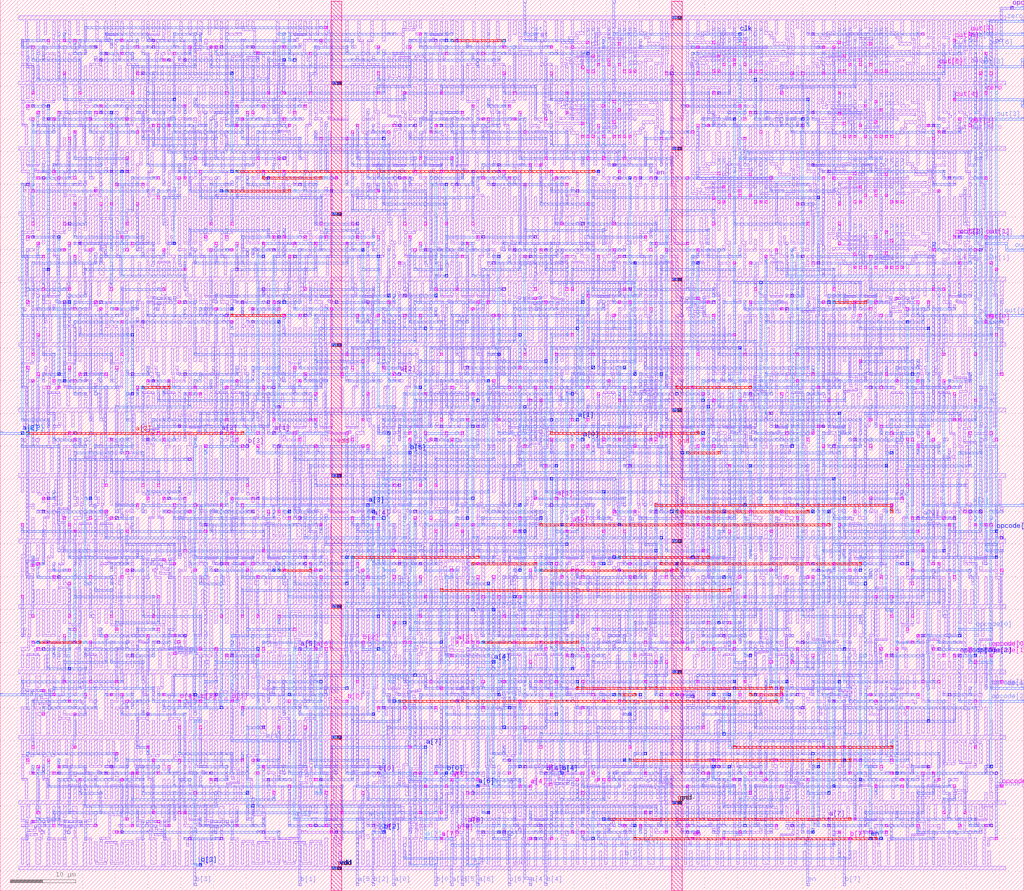
<source format=lef>
VERSION 5.7 ;
  NOWIREEXTENSIONATPIN ON ;
  DIVIDERCHAR "/" ;
  BUSBITCHARS "[]" ;
MACRO alu
  CLASS BLOCK ;
  FOREIGN alu ;
  ORIGIN 2.600 3.000 ;
  SIZE 156.400 BY 136.200 ;
  PIN vdd
    USE POWER ;
    PORT
      LAYER metal1 ;
        RECT 97.700 125.400 98.100 125.500 ;
        RECT 116.900 125.400 117.300 125.500 ;
        RECT 136.100 125.400 136.500 125.500 ;
        RECT 84.600 125.100 98.100 125.400 ;
        RECT 103.800 125.100 117.300 125.400 ;
        RECT 123.000 125.100 136.500 125.400 ;
        RECT 1.400 120.800 1.800 122.900 ;
        RECT 3.000 120.800 3.400 123.100 ;
        RECT 4.600 120.800 5.000 124.500 ;
        RECT 8.600 120.800 9.000 124.500 ;
        RECT 10.200 120.800 10.600 123.100 ;
        RECT 11.800 120.800 12.200 122.900 ;
        RECT 13.400 120.800 13.800 125.100 ;
        RECT 15.500 120.800 15.900 123.100 ;
        RECT 17.400 120.800 17.800 122.900 ;
        RECT 19.000 120.800 19.400 123.100 ;
        RECT 19.800 120.800 20.200 125.100 ;
        RECT 21.900 120.800 22.300 123.100 ;
        RECT 23.000 120.800 23.400 123.100 ;
        RECT 24.600 120.800 25.000 122.900 ;
        RECT 28.600 120.800 29.000 124.500 ;
        RECT 31.800 120.800 32.200 125.100 ;
        RECT 33.400 120.800 33.800 124.100 ;
        RECT 39.800 120.800 40.200 122.900 ;
        RECT 41.400 120.800 41.800 123.100 ;
        RECT 42.200 120.800 42.600 125.100 ;
        RECT 44.300 120.800 44.700 123.100 ;
        RECT 46.200 120.800 46.600 124.500 ;
        RECT 50.200 120.800 50.600 123.100 ;
        RECT 51.800 120.800 52.200 122.900 ;
        RECT 54.200 120.800 54.600 122.900 ;
        RECT 55.800 120.800 56.200 123.100 ;
        RECT 61.400 120.800 61.800 124.100 ;
        RECT 63.000 120.800 63.400 125.100 ;
        RECT 65.100 120.800 65.500 123.100 ;
        RECT 66.200 120.800 66.600 123.100 ;
        RECT 67.800 120.800 68.200 123.100 ;
        RECT 69.400 120.800 69.800 122.900 ;
        RECT 71.800 120.800 72.200 123.100 ;
        RECT 73.400 120.800 73.800 122.900 ;
        RECT 75.000 120.800 75.400 123.100 ;
        RECT 75.800 120.800 76.200 125.100 ;
        RECT 77.400 120.800 77.800 125.100 ;
        RECT 79.000 120.800 79.400 125.100 ;
        RECT 84.600 124.800 85.000 125.100 ;
        RECT 86.200 125.000 86.700 125.100 ;
        RECT 103.800 124.800 104.200 125.100 ;
        RECT 105.500 125.000 105.900 125.100 ;
        RECT 123.000 124.800 123.400 125.100 ;
        RECT 124.700 125.000 125.100 125.100 ;
        RECT 80.600 120.800 81.000 122.900 ;
        RECT 82.200 120.800 82.600 123.100 ;
        RECT 83.000 120.800 83.400 123.100 ;
        RECT 84.600 120.800 85.000 123.100 ;
        RECT 86.200 120.800 86.600 123.100 ;
        RECT 89.400 120.800 89.800 123.100 ;
        RECT 91.000 120.800 91.400 123.100 ;
        RECT 95.000 120.800 95.400 123.100 ;
        RECT 96.600 120.800 97.000 123.100 ;
        RECT 98.200 120.800 98.600 123.100 ;
        RECT 99.800 120.800 100.200 123.100 ;
        RECT 102.200 120.800 102.600 123.100 ;
        RECT 103.800 120.800 104.200 123.100 ;
        RECT 105.400 120.800 105.800 123.100 ;
        RECT 108.600 120.800 109.000 123.100 ;
        RECT 110.200 120.800 110.600 123.100 ;
        RECT 114.200 120.800 114.600 123.100 ;
        RECT 115.800 120.800 116.200 123.100 ;
        RECT 117.400 120.800 117.800 123.100 ;
        RECT 119.000 120.800 119.400 123.100 ;
        RECT 120.600 120.800 121.000 123.100 ;
        RECT 121.400 120.800 121.800 123.100 ;
        RECT 123.000 120.800 123.400 123.100 ;
        RECT 124.600 120.800 125.000 123.100 ;
        RECT 127.800 120.800 128.200 123.100 ;
        RECT 129.400 120.800 129.800 123.100 ;
        RECT 133.400 120.800 133.800 123.100 ;
        RECT 135.000 120.800 135.400 123.100 ;
        RECT 136.600 120.800 137.000 123.100 ;
        RECT 138.200 120.800 138.600 123.100 ;
        RECT 139.800 120.800 140.200 124.500 ;
        RECT 142.200 120.800 142.600 124.500 ;
        RECT 144.600 120.800 145.000 124.500 ;
        RECT 146.200 120.800 146.600 125.100 ;
        RECT 147.800 120.800 148.200 123.100 ;
        RECT 149.400 120.800 149.800 123.100 ;
        RECT 0.200 120.200 151.000 120.800 ;
        RECT 1.400 118.100 1.800 120.200 ;
        RECT 3.000 117.900 3.400 120.200 ;
        RECT 4.600 118.100 5.000 120.200 ;
        RECT 6.200 117.900 6.600 120.200 ;
        RECT 8.600 115.900 9.000 120.200 ;
        RECT 10.200 118.100 10.600 120.200 ;
        RECT 11.800 117.900 12.200 120.200 ;
        RECT 12.600 117.900 13.000 120.200 ;
        RECT 14.200 117.900 14.600 120.200 ;
        RECT 15.000 117.900 15.400 120.200 ;
        RECT 16.600 118.100 17.000 120.200 ;
        RECT 18.500 117.900 18.900 120.200 ;
        RECT 20.600 115.900 21.000 120.200 ;
        RECT 22.200 115.900 22.600 120.200 ;
        RECT 23.800 116.500 24.200 120.200 ;
        RECT 26.200 115.900 26.600 120.200 ;
        RECT 28.300 117.900 28.700 120.200 ;
        RECT 30.200 116.500 30.600 120.200 ;
        RECT 33.400 118.100 33.800 120.200 ;
        RECT 35.000 117.900 35.400 120.200 ;
        RECT 35.800 117.900 36.200 120.200 ;
        RECT 37.400 118.100 37.800 120.200 ;
        RECT 39.300 117.900 39.700 120.200 ;
        RECT 41.400 115.900 41.800 120.200 ;
        RECT 42.200 117.900 42.600 120.200 ;
        RECT 43.800 118.100 44.200 120.200 ;
        RECT 47.000 116.500 47.400 120.200 ;
        RECT 51.000 117.900 51.400 120.200 ;
        RECT 51.800 117.900 52.200 120.200 ;
        RECT 53.400 117.900 53.800 120.200 ;
        RECT 55.800 115.900 56.200 120.200 ;
        RECT 57.900 115.900 58.300 120.200 ;
        RECT 61.400 116.500 61.800 120.200 ;
        RECT 63.800 115.900 64.200 120.200 ;
        RECT 66.200 116.500 66.600 120.200 ;
        RECT 67.800 117.900 68.200 120.200 ;
        RECT 69.400 118.100 69.800 120.200 ;
        RECT 71.000 115.900 71.400 120.200 ;
        RECT 73.100 117.900 73.500 120.200 ;
        RECT 75.000 118.100 75.400 120.200 ;
        RECT 76.600 117.900 77.000 120.200 ;
        RECT 77.400 117.900 77.800 120.200 ;
        RECT 79.000 115.900 79.400 120.200 ;
        RECT 81.100 117.900 81.500 120.200 ;
        RECT 82.200 117.900 82.600 120.200 ;
        RECT 83.800 117.900 84.200 120.200 ;
        RECT 85.400 117.900 85.800 120.200 ;
        RECT 88.600 117.900 89.000 120.200 ;
        RECT 90.200 117.900 90.600 120.200 ;
        RECT 94.200 117.900 94.600 120.200 ;
        RECT 95.800 117.900 96.200 120.200 ;
        RECT 97.400 117.900 97.800 120.200 ;
        RECT 99.000 117.900 99.400 120.200 ;
        RECT 83.800 115.900 84.200 116.200 ;
        RECT 85.500 115.900 85.900 116.000 ;
        RECT 103.000 115.900 103.400 120.200 ;
        RECT 103.800 115.900 104.200 120.200 ;
        RECT 107.800 116.500 108.200 120.200 ;
        RECT 110.200 118.100 110.600 120.200 ;
        RECT 111.800 117.900 112.200 120.200 ;
        RECT 113.400 117.900 113.800 120.200 ;
        RECT 115.000 116.500 115.400 120.200 ;
        RECT 119.000 116.500 119.400 120.200 ;
        RECT 122.200 117.900 122.600 120.200 ;
        RECT 123.800 117.900 124.200 120.200 ;
        RECT 125.400 117.900 125.800 120.200 ;
        RECT 128.600 117.900 129.000 120.200 ;
        RECT 130.200 117.900 130.600 120.200 ;
        RECT 134.200 117.900 134.600 120.200 ;
        RECT 135.800 117.900 136.200 120.200 ;
        RECT 137.400 117.900 137.800 120.200 ;
        RECT 139.000 117.900 139.400 120.200 ;
        RECT 140.600 117.900 141.000 120.200 ;
        RECT 142.200 116.500 142.600 120.200 ;
        RECT 144.600 116.500 145.000 120.200 ;
        RECT 147.000 116.500 147.400 120.200 ;
        RECT 123.800 115.900 124.200 116.200 ;
        RECT 125.400 115.900 125.900 116.000 ;
        RECT 83.800 115.600 97.300 115.900 ;
        RECT 123.800 115.600 137.300 115.900 ;
        RECT 96.900 115.500 97.300 115.600 ;
        RECT 136.900 115.500 137.300 115.600 ;
        RECT 117.700 105.400 118.100 105.500 ;
        RECT 138.500 105.400 138.900 105.500 ;
        RECT 104.600 105.100 118.100 105.400 ;
        RECT 125.400 105.100 138.900 105.400 ;
        RECT 0.900 100.800 1.300 103.100 ;
        RECT 3.000 100.800 3.400 105.100 ;
        RECT 5.400 100.800 5.800 104.500 ;
        RECT 7.800 100.800 8.200 102.900 ;
        RECT 9.400 100.800 9.800 103.100 ;
        RECT 10.200 100.800 10.600 103.100 ;
        RECT 11.800 100.800 12.200 102.900 ;
        RECT 13.400 100.800 13.800 103.100 ;
        RECT 15.000 100.800 15.400 103.100 ;
        RECT 15.800 100.800 16.200 105.100 ;
        RECT 17.400 100.800 17.800 103.100 ;
        RECT 19.000 100.800 19.400 103.100 ;
        RECT 20.600 100.800 21.000 102.900 ;
        RECT 22.200 100.800 22.600 103.100 ;
        RECT 23.800 100.800 24.200 102.900 ;
        RECT 25.400 100.800 25.800 103.100 ;
        RECT 27.800 100.800 28.200 104.500 ;
        RECT 29.400 100.800 29.800 103.100 ;
        RECT 31.000 100.800 31.400 102.900 ;
        RECT 32.600 100.800 33.000 103.100 ;
        RECT 34.200 100.800 34.600 102.900 ;
        RECT 37.400 100.800 37.800 104.500 ;
        RECT 40.600 100.800 41.000 104.500 ;
        RECT 42.200 100.800 42.600 103.100 ;
        RECT 43.800 100.800 44.200 102.900 ;
        RECT 45.400 100.800 45.800 103.100 ;
        RECT 47.000 100.800 47.400 102.900 ;
        RECT 50.200 100.800 50.600 103.100 ;
        RECT 51.800 100.800 52.200 102.900 ;
        RECT 53.700 100.800 54.100 103.100 ;
        RECT 55.800 100.800 56.200 105.100 ;
        RECT 56.900 100.800 57.300 103.100 ;
        RECT 59.000 100.800 59.400 105.100 ;
        RECT 60.600 100.800 61.000 104.500 ;
        RECT 63.000 100.800 63.400 105.100 ;
        RECT 65.100 100.800 65.500 103.100 ;
        RECT 66.500 100.800 66.900 103.100 ;
        RECT 68.600 100.800 69.000 105.100 ;
        RECT 70.200 100.800 70.600 102.900 ;
        RECT 71.800 100.800 72.200 103.100 ;
        RECT 74.200 100.800 74.600 104.500 ;
        RECT 75.800 100.800 76.200 103.100 ;
        RECT 77.400 100.800 77.800 103.100 ;
        RECT 79.000 100.800 79.400 103.100 ;
        RECT 81.400 100.800 81.800 104.500 ;
        RECT 83.000 100.800 83.400 103.100 ;
        RECT 84.600 100.800 85.000 102.900 ;
        RECT 86.200 100.800 86.600 103.100 ;
        RECT 88.600 100.800 89.000 104.500 ;
        RECT 91.800 100.800 92.200 104.500 ;
        RECT 95.800 100.800 96.200 105.100 ;
        RECT 98.200 100.800 98.600 105.100 ;
        RECT 99.000 100.800 99.400 105.100 ;
        RECT 104.600 104.800 105.000 105.100 ;
        RECT 106.200 105.000 106.700 105.100 ;
        RECT 103.000 100.800 103.400 103.100 ;
        RECT 104.600 100.800 105.000 103.100 ;
        RECT 106.200 100.800 106.600 103.100 ;
        RECT 109.400 100.800 109.800 103.100 ;
        RECT 111.000 100.800 111.400 103.100 ;
        RECT 115.000 100.800 115.400 103.100 ;
        RECT 116.600 100.800 117.000 103.100 ;
        RECT 118.200 100.800 118.600 103.100 ;
        RECT 119.800 100.800 120.200 103.100 ;
        RECT 120.900 100.800 121.300 103.100 ;
        RECT 123.000 100.800 123.400 105.100 ;
        RECT 125.400 104.800 125.800 105.100 ;
        RECT 127.100 105.000 127.500 105.100 ;
        RECT 123.800 100.800 124.200 103.100 ;
        RECT 125.400 100.800 125.800 103.100 ;
        RECT 127.000 100.800 127.400 103.100 ;
        RECT 130.200 100.800 130.600 103.100 ;
        RECT 131.800 100.800 132.200 103.100 ;
        RECT 135.800 100.800 136.200 103.100 ;
        RECT 137.400 100.800 137.800 103.100 ;
        RECT 139.000 100.800 139.400 103.100 ;
        RECT 140.600 100.800 141.000 103.100 ;
        RECT 141.400 100.800 141.800 103.100 ;
        RECT 143.000 100.800 143.400 103.100 ;
        RECT 144.600 100.800 145.000 102.900 ;
        RECT 146.200 100.800 146.600 105.100 ;
        RECT 0.200 100.200 151.000 100.800 ;
        RECT 1.400 98.100 1.800 100.200 ;
        RECT 3.000 97.900 3.400 100.200 ;
        RECT 3.800 95.900 4.200 100.200 ;
        RECT 6.200 98.100 6.600 100.200 ;
        RECT 7.800 97.900 8.200 100.200 ;
        RECT 8.600 97.900 9.000 100.200 ;
        RECT 10.200 97.900 10.600 100.200 ;
        RECT 11.800 96.500 12.200 100.200 ;
        RECT 15.800 98.100 16.200 100.200 ;
        RECT 17.400 97.900 17.800 100.200 ;
        RECT 19.000 96.500 19.400 100.200 ;
        RECT 21.400 95.900 21.800 100.200 ;
        RECT 23.500 97.900 23.900 100.200 ;
        RECT 26.200 96.500 26.600 100.200 ;
        RECT 28.600 98.100 29.000 100.200 ;
        RECT 30.200 97.900 30.600 100.200 ;
        RECT 31.800 98.100 32.200 100.200 ;
        RECT 33.400 97.900 33.800 100.200 ;
        RECT 35.800 96.500 36.200 100.200 ;
        RECT 37.400 97.900 37.800 100.200 ;
        RECT 39.000 98.100 39.400 100.200 ;
        RECT 41.400 95.900 41.800 100.200 ;
        RECT 42.200 97.900 42.600 100.200 ;
        RECT 43.800 98.100 44.200 100.200 ;
        RECT 45.400 97.900 45.800 100.200 ;
        RECT 47.000 98.100 47.400 100.200 ;
        RECT 50.200 97.900 50.600 100.200 ;
        RECT 51.800 98.100 52.200 100.200 ;
        RECT 53.400 97.900 53.800 100.200 ;
        RECT 55.000 98.100 55.400 100.200 ;
        RECT 58.200 95.900 58.600 100.200 ;
        RECT 59.800 98.100 60.200 100.200 ;
        RECT 61.400 97.900 61.800 100.200 ;
        RECT 63.800 96.500 64.200 100.200 ;
        RECT 67.000 96.500 67.400 100.200 ;
        RECT 68.600 97.900 69.000 100.200 ;
        RECT 70.200 98.100 70.600 100.200 ;
        RECT 73.400 96.500 73.800 100.200 ;
        RECT 76.600 95.900 77.000 100.200 ;
        RECT 77.400 95.900 77.800 100.200 ;
        RECT 80.600 95.900 81.000 100.200 ;
        RECT 81.700 97.900 82.100 100.200 ;
        RECT 83.800 95.900 84.200 100.200 ;
        RECT 84.600 95.900 85.000 100.200 ;
        RECT 86.700 97.900 87.100 100.200 ;
        RECT 88.600 95.900 89.000 100.200 ;
        RECT 89.700 97.900 90.100 100.200 ;
        RECT 91.800 95.900 92.200 100.200 ;
        RECT 94.200 95.900 94.600 100.200 ;
        RECT 95.800 98.100 96.200 100.200 ;
        RECT 97.400 97.900 97.800 100.200 ;
        RECT 98.200 95.900 98.600 100.200 ;
        RECT 100.300 97.900 100.700 100.200 ;
        RECT 103.000 95.900 103.400 100.200 ;
        RECT 105.100 97.900 105.500 100.200 ;
        RECT 107.000 97.900 107.400 100.200 ;
        RECT 109.400 95.900 109.800 100.200 ;
        RECT 111.800 95.900 112.200 100.200 ;
        RECT 112.600 97.900 113.000 100.200 ;
        RECT 114.200 97.900 114.600 100.200 ;
        RECT 115.000 95.900 115.400 100.200 ;
        RECT 117.100 97.900 117.500 100.200 ;
        RECT 119.000 96.500 119.400 100.200 ;
        RECT 121.400 95.900 121.800 100.200 ;
        RECT 123.800 97.900 124.200 100.200 ;
        RECT 125.400 97.900 125.800 100.200 ;
        RECT 127.000 97.900 127.400 100.200 ;
        RECT 130.200 97.900 130.600 100.200 ;
        RECT 131.800 97.900 132.200 100.200 ;
        RECT 135.800 97.900 136.200 100.200 ;
        RECT 137.400 97.900 137.800 100.200 ;
        RECT 139.000 97.900 139.400 100.200 ;
        RECT 140.600 97.900 141.000 100.200 ;
        RECT 142.200 96.500 142.600 100.200 ;
        RECT 125.400 95.900 125.800 96.200 ;
        RECT 127.100 95.900 127.500 96.000 ;
        RECT 143.800 95.900 144.200 100.200 ;
        RECT 147.000 96.500 147.400 100.200 ;
        RECT 148.600 97.900 149.000 100.200 ;
        RECT 125.400 95.600 138.900 95.900 ;
        RECT 138.500 95.500 138.900 95.600 ;
        RECT 1.400 80.800 1.800 84.500 ;
        RECT 4.100 80.800 4.500 83.100 ;
        RECT 6.200 80.800 6.600 85.100 ;
        RECT 7.800 80.800 8.200 82.900 ;
        RECT 9.400 80.800 9.800 83.100 ;
        RECT 11.800 80.800 12.200 84.500 ;
        RECT 14.200 80.800 14.600 82.900 ;
        RECT 15.800 80.800 16.200 83.100 ;
        RECT 16.600 80.800 17.000 83.100 ;
        RECT 18.200 80.800 18.600 82.900 ;
        RECT 20.600 81.100 21.100 84.400 ;
        RECT 20.700 80.800 21.100 81.100 ;
        RECT 23.700 80.800 24.200 84.400 ;
        RECT 25.400 80.800 25.800 83.100 ;
        RECT 27.000 80.800 27.400 83.100 ;
        RECT 28.100 80.800 28.500 83.100 ;
        RECT 30.200 80.800 30.600 85.100 ;
        RECT 31.300 80.800 31.700 83.100 ;
        RECT 33.400 80.800 33.800 85.100 ;
        RECT 35.000 80.800 35.400 82.900 ;
        RECT 36.600 80.800 37.000 83.100 ;
        RECT 39.000 80.800 39.400 84.500 ;
        RECT 40.600 80.800 41.000 83.100 ;
        RECT 42.200 80.800 42.600 83.100 ;
        RECT 43.000 80.800 43.400 83.100 ;
        RECT 44.600 80.800 45.000 83.100 ;
        RECT 45.700 80.800 46.100 83.100 ;
        RECT 47.800 80.800 48.200 85.100 ;
        RECT 50.200 80.800 50.600 83.100 ;
        RECT 51.800 80.800 52.200 83.100 ;
        RECT 52.600 80.800 53.000 85.100 ;
        RECT 54.700 80.800 55.100 83.100 ;
        RECT 56.600 80.800 57.000 84.500 ;
        RECT 59.000 80.800 59.400 83.100 ;
        RECT 60.600 80.800 61.000 83.100 ;
        RECT 61.400 80.800 61.800 83.100 ;
        RECT 63.000 80.800 63.400 83.100 ;
        RECT 64.100 80.800 64.500 83.100 ;
        RECT 66.200 80.800 66.600 85.100 ;
        RECT 67.300 80.800 67.700 83.100 ;
        RECT 69.400 80.800 69.800 85.100 ;
        RECT 70.200 80.800 70.600 85.100 ;
        RECT 72.300 80.800 72.700 83.100 ;
        RECT 73.400 80.800 73.800 83.100 ;
        RECT 75.000 80.800 75.400 83.100 ;
        RECT 76.600 80.800 77.100 84.400 ;
        RECT 79.700 81.100 80.200 84.400 ;
        RECT 79.700 80.800 80.100 81.100 ;
        RECT 81.400 80.800 81.800 83.100 ;
        RECT 83.000 80.800 83.400 84.900 ;
        RECT 85.400 80.800 85.800 85.100 ;
        RECT 86.200 80.800 86.600 85.100 ;
        RECT 87.800 80.800 88.200 85.100 ;
        RECT 88.600 80.800 89.000 85.100 ;
        RECT 90.700 80.800 91.100 83.100 ;
        RECT 93.400 80.800 93.800 84.500 ;
        RECT 95.000 80.800 95.400 85.100 ;
        RECT 97.400 80.800 97.800 83.100 ;
        RECT 101.400 80.800 101.900 84.400 ;
        RECT 104.500 81.100 105.000 84.400 ;
        RECT 104.500 80.800 104.900 81.100 ;
        RECT 106.200 80.800 106.600 83.100 ;
        RECT 107.800 80.800 108.200 83.100 ;
        RECT 108.600 80.800 109.000 85.100 ;
        RECT 110.200 80.800 110.600 85.100 ;
        RECT 111.800 80.800 112.200 84.500 ;
        RECT 114.500 80.800 114.900 83.100 ;
        RECT 116.600 80.800 117.000 85.100 ;
        RECT 119.000 80.800 119.400 85.100 ;
        RECT 121.100 80.800 121.500 85.100 ;
        RECT 123.800 80.800 124.200 84.500 ;
        RECT 126.200 80.800 126.600 85.100 ;
        RECT 128.300 80.800 128.700 83.100 ;
        RECT 129.400 80.800 129.800 85.100 ;
        RECT 131.500 80.800 131.900 83.100 ;
        RECT 133.400 81.100 133.900 84.400 ;
        RECT 133.500 80.800 133.900 81.100 ;
        RECT 136.500 80.800 137.000 84.400 ;
        RECT 139.000 80.800 139.400 84.500 ;
        RECT 141.700 80.800 142.100 83.100 ;
        RECT 143.800 80.800 144.200 85.100 ;
        RECT 145.400 80.800 145.800 83.100 ;
        RECT 147.000 80.800 147.400 84.500 ;
        RECT 148.600 80.800 149.000 83.100 ;
        RECT 150.200 80.800 150.600 83.100 ;
        RECT 0.200 80.200 151.000 80.800 ;
        RECT 1.400 78.100 1.800 80.200 ;
        RECT 3.000 77.900 3.400 80.200 ;
        RECT 4.100 77.900 4.500 80.200 ;
        RECT 6.200 75.900 6.600 80.200 ;
        RECT 7.800 78.100 8.200 80.200 ;
        RECT 9.400 77.900 9.800 80.200 ;
        RECT 11.800 76.500 12.200 80.200 ;
        RECT 13.400 77.900 13.800 80.200 ;
        RECT 15.000 78.100 15.400 80.200 ;
        RECT 16.600 77.900 17.000 80.200 ;
        RECT 18.200 77.900 18.600 80.200 ;
        RECT 19.000 75.900 19.400 80.200 ;
        RECT 21.100 77.900 21.500 80.200 ;
        RECT 22.200 75.900 22.600 80.200 ;
        RECT 24.300 77.900 24.700 80.200 ;
        RECT 25.400 77.900 25.800 80.200 ;
        RECT 27.000 77.900 27.400 80.200 ;
        RECT 27.800 77.900 28.200 80.200 ;
        RECT 29.700 77.900 30.100 80.200 ;
        RECT 31.800 75.900 32.200 80.200 ;
        RECT 32.600 75.900 33.000 80.200 ;
        RECT 34.700 77.900 35.100 80.200 ;
        RECT 35.800 77.900 36.200 80.200 ;
        RECT 37.400 77.900 37.800 80.200 ;
        RECT 39.800 76.500 40.200 80.200 ;
        RECT 42.200 78.100 42.600 80.200 ;
        RECT 43.800 77.900 44.200 80.200 ;
        RECT 46.200 76.500 46.600 80.200 ;
        RECT 49.400 77.900 49.800 80.200 ;
        RECT 51.000 78.100 51.400 80.200 ;
        RECT 53.400 77.900 53.800 80.200 ;
        RECT 54.200 77.900 54.600 80.200 ;
        RECT 55.800 78.100 56.200 80.200 ;
        RECT 57.400 77.900 57.800 80.200 ;
        RECT 59.000 78.100 59.400 80.200 ;
        RECT 62.200 75.900 62.600 80.200 ;
        RECT 63.300 77.900 63.700 80.200 ;
        RECT 65.400 75.900 65.800 80.200 ;
        RECT 66.200 75.900 66.600 80.200 ;
        RECT 68.300 77.900 68.700 80.200 ;
        RECT 69.400 75.900 69.800 80.200 ;
        RECT 71.800 75.900 72.200 80.200 ;
        RECT 73.900 77.900 74.300 80.200 ;
        RECT 75.000 75.900 75.400 80.200 ;
        RECT 76.600 77.900 77.000 80.200 ;
        RECT 78.200 77.900 78.600 80.200 ;
        RECT 79.000 75.900 79.400 80.200 ;
        RECT 80.600 75.900 81.000 80.200 ;
        RECT 81.400 77.900 81.800 80.200 ;
        RECT 83.000 77.900 83.400 80.200 ;
        RECT 83.800 75.900 84.200 80.200 ;
        RECT 85.900 77.900 86.300 80.200 ;
        RECT 88.600 75.900 89.000 80.200 ;
        RECT 89.400 75.900 89.800 80.200 ;
        RECT 91.500 77.900 91.900 80.200 ;
        RECT 92.600 77.900 93.000 80.200 ;
        RECT 94.200 77.900 94.600 80.200 ;
        RECT 95.000 77.900 95.400 80.200 ;
        RECT 96.600 76.100 97.000 80.200 ;
        RECT 100.600 76.500 101.000 80.200 ;
        RECT 104.600 77.900 105.000 80.200 ;
        RECT 107.000 76.500 107.400 80.200 ;
        RECT 109.400 76.500 109.800 80.200 ;
        RECT 112.600 76.100 113.000 80.200 ;
        RECT 114.200 77.900 114.600 80.200 ;
        RECT 116.600 75.900 117.000 80.200 ;
        RECT 117.700 77.900 118.100 80.200 ;
        RECT 119.800 75.900 120.200 80.200 ;
        RECT 120.600 77.900 121.000 80.200 ;
        RECT 122.200 77.900 122.600 80.200 ;
        RECT 124.600 76.500 125.000 80.200 ;
        RECT 126.200 77.900 126.600 80.200 ;
        RECT 127.800 76.100 128.200 80.200 ;
        RECT 131.000 75.900 131.400 80.200 ;
        RECT 131.800 75.900 132.200 80.200 ;
        RECT 133.400 75.900 133.800 80.200 ;
        RECT 135.500 77.900 135.900 80.200 ;
        RECT 136.600 75.900 137.000 80.200 ;
        RECT 138.700 77.900 139.100 80.200 ;
        RECT 140.100 77.900 140.500 80.200 ;
        RECT 142.200 75.900 142.600 80.200 ;
        RECT 144.300 75.900 144.700 80.200 ;
        RECT 147.000 75.900 147.400 80.200 ;
        RECT 147.800 77.900 148.200 80.200 ;
        RECT 149.400 77.900 149.800 80.200 ;
        RECT 1.400 60.800 1.800 64.500 ;
        RECT 3.800 60.800 4.200 65.100 ;
        RECT 7.800 60.800 8.200 64.500 ;
        RECT 9.400 60.800 9.800 63.100 ;
        RECT 11.000 60.800 11.400 62.900 ;
        RECT 13.400 60.800 13.800 62.900 ;
        RECT 15.000 60.800 15.400 63.100 ;
        RECT 15.800 60.800 16.200 63.100 ;
        RECT 17.400 60.800 17.800 62.900 ;
        RECT 19.800 60.800 20.200 64.900 ;
        RECT 21.400 60.800 21.800 63.100 ;
        RECT 23.800 60.800 24.200 65.100 ;
        RECT 24.600 60.800 25.000 65.100 ;
        RECT 27.800 60.800 28.200 65.100 ;
        RECT 28.600 60.800 29.000 63.100 ;
        RECT 30.200 60.800 30.600 63.100 ;
        RECT 32.600 60.800 33.000 64.500 ;
        RECT 34.200 60.800 34.600 63.100 ;
        RECT 35.800 60.800 36.200 63.100 ;
        RECT 36.600 60.800 37.000 63.100 ;
        RECT 38.200 60.800 38.600 63.100 ;
        RECT 39.300 60.800 39.700 63.100 ;
        RECT 41.400 60.800 41.800 65.100 ;
        RECT 42.200 60.800 42.600 65.100 ;
        RECT 44.300 60.800 44.700 63.100 ;
        RECT 45.700 60.800 46.100 63.100 ;
        RECT 47.800 60.800 48.200 65.100 ;
        RECT 50.200 60.800 50.600 65.100 ;
        RECT 52.300 60.800 52.700 63.100 ;
        RECT 53.400 60.800 53.800 63.100 ;
        RECT 55.000 60.800 55.400 63.100 ;
        RECT 55.800 60.800 56.200 65.100 ;
        RECT 59.000 60.800 59.400 65.100 ;
        RECT 62.200 60.800 62.600 64.500 ;
        RECT 65.400 60.800 65.800 64.500 ;
        RECT 67.800 60.800 68.200 64.500 ;
        RECT 70.200 60.800 70.600 63.100 ;
        RECT 71.800 60.800 72.200 63.100 ;
        RECT 72.600 60.800 73.000 63.100 ;
        RECT 74.200 60.800 74.600 63.100 ;
        RECT 75.000 60.800 75.400 65.100 ;
        RECT 77.100 60.800 77.500 63.100 ;
        RECT 79.000 60.800 79.400 64.900 ;
        RECT 81.600 60.800 82.000 65.100 ;
        RECT 83.000 60.800 83.400 63.100 ;
        RECT 84.600 60.800 85.000 63.100 ;
        RECT 85.400 60.800 85.800 63.100 ;
        RECT 87.000 60.800 87.400 63.100 ;
        RECT 87.800 60.800 88.200 65.100 ;
        RECT 90.200 60.800 90.600 63.100 ;
        RECT 91.800 60.800 92.200 65.100 ;
        RECT 93.900 60.800 94.300 63.100 ;
        RECT 95.000 60.800 95.400 65.100 ;
        RECT 99.000 60.800 99.400 65.100 ;
        RECT 101.400 60.800 101.800 65.100 ;
        RECT 103.500 60.800 103.900 63.100 ;
        RECT 104.600 60.800 105.000 63.100 ;
        RECT 106.200 60.800 106.600 63.100 ;
        RECT 107.300 60.800 107.700 63.100 ;
        RECT 109.400 60.800 109.800 65.100 ;
        RECT 110.500 60.800 110.900 63.100 ;
        RECT 112.600 60.800 113.000 65.100 ;
        RECT 115.000 60.800 115.400 65.100 ;
        RECT 115.800 60.800 116.200 65.100 ;
        RECT 117.900 60.800 118.300 63.100 ;
        RECT 119.000 60.800 119.400 65.100 ;
        RECT 121.400 60.800 121.800 63.100 ;
        RECT 123.000 60.800 123.400 63.100 ;
        RECT 124.100 60.800 124.500 63.100 ;
        RECT 126.200 60.800 126.600 65.100 ;
        RECT 127.000 60.800 127.400 63.100 ;
        RECT 128.600 60.800 129.000 63.100 ;
        RECT 130.200 60.800 130.600 63.100 ;
        RECT 131.000 60.800 131.400 63.100 ;
        RECT 133.400 60.800 133.800 64.500 ;
        RECT 139.000 60.800 139.400 64.500 ;
        RECT 140.600 60.800 141.000 63.100 ;
        RECT 142.200 60.800 142.600 62.900 ;
        RECT 144.900 60.800 145.300 65.100 ;
        RECT 148.600 60.800 149.000 64.500 ;
        RECT 0.200 60.200 151.000 60.800 ;
        RECT 0.600 57.900 1.000 60.200 ;
        RECT 2.200 57.900 2.600 60.200 ;
        RECT 3.800 58.100 4.200 60.200 ;
        RECT 6.500 55.900 6.900 60.200 ;
        RECT 8.900 57.900 9.300 60.200 ;
        RECT 11.000 55.900 11.400 60.200 ;
        RECT 12.100 57.900 12.500 60.200 ;
        RECT 14.200 55.900 14.600 60.200 ;
        RECT 15.800 56.500 16.200 60.200 ;
        RECT 18.200 57.900 18.600 60.200 ;
        RECT 19.800 58.100 20.200 60.200 ;
        RECT 22.200 58.100 22.600 60.200 ;
        RECT 23.800 57.900 24.200 60.200 ;
        RECT 25.400 58.100 25.800 60.200 ;
        RECT 27.000 57.900 27.400 60.200 ;
        RECT 29.400 56.500 29.800 60.200 ;
        RECT 31.000 57.900 31.400 60.200 ;
        RECT 32.600 58.100 33.000 60.200 ;
        RECT 34.200 57.900 34.600 60.200 ;
        RECT 35.800 58.100 36.200 60.200 ;
        RECT 37.400 55.900 37.800 60.200 ;
        RECT 40.600 55.900 41.000 60.200 ;
        RECT 43.800 56.500 44.200 60.200 ;
        RECT 47.000 56.500 47.400 60.200 ;
        RECT 51.000 55.900 51.400 60.200 ;
        RECT 53.400 56.500 53.800 60.200 ;
        RECT 55.000 55.900 55.400 60.200 ;
        RECT 59.000 56.500 59.400 60.200 ;
        RECT 60.600 57.900 61.000 60.200 ;
        RECT 62.200 57.900 62.600 60.200 ;
        RECT 63.000 55.900 63.400 60.200 ;
        RECT 64.600 55.900 65.000 60.200 ;
        RECT 66.200 55.900 66.600 60.200 ;
        RECT 67.000 55.900 67.400 60.200 ;
        RECT 69.400 55.900 69.800 60.200 ;
        RECT 72.600 57.900 73.000 60.200 ;
        RECT 75.000 55.900 75.400 60.200 ;
        RECT 76.600 55.900 77.000 60.200 ;
        RECT 77.700 57.900 78.100 60.200 ;
        RECT 79.800 55.900 80.200 60.200 ;
        RECT 80.600 57.900 81.000 60.200 ;
        RECT 82.200 57.900 82.600 60.200 ;
        RECT 84.600 55.900 85.000 60.200 ;
        RECT 85.400 55.900 85.800 60.200 ;
        RECT 87.500 57.900 87.900 60.200 ;
        RECT 88.600 57.900 89.000 60.200 ;
        RECT 90.200 55.900 90.600 60.200 ;
        RECT 92.300 57.900 92.700 60.200 ;
        RECT 93.400 55.900 93.800 60.200 ;
        RECT 95.500 57.900 95.900 60.200 ;
        RECT 96.600 55.900 97.000 60.200 ;
        RECT 100.600 55.900 101.000 60.200 ;
        RECT 102.700 57.900 103.100 60.200 ;
        RECT 103.800 57.900 104.200 60.200 ;
        RECT 105.400 55.900 105.800 60.200 ;
        RECT 109.400 56.500 109.800 60.200 ;
        RECT 111.000 55.900 111.400 60.200 ;
        RECT 113.100 57.900 113.500 60.200 ;
        RECT 114.200 57.900 114.600 60.200 ;
        RECT 115.800 55.900 116.200 60.200 ;
        RECT 117.900 57.900 118.300 60.200 ;
        RECT 119.000 57.900 119.400 60.200 ;
        RECT 120.600 57.900 121.000 60.200 ;
        RECT 123.000 55.900 123.400 60.200 ;
        RECT 124.600 56.500 125.000 60.200 ;
        RECT 127.000 55.900 127.400 60.200 ;
        RECT 129.100 57.900 129.500 60.200 ;
        RECT 131.800 56.500 132.200 60.200 ;
        RECT 133.400 57.900 133.800 60.200 ;
        RECT 135.000 58.100 135.400 60.200 ;
        RECT 136.600 55.900 137.000 60.200 ;
        RECT 138.200 55.900 138.600 60.200 ;
        RECT 139.000 55.900 139.400 60.200 ;
        RECT 141.100 57.900 141.500 60.200 ;
        RECT 142.200 55.900 142.600 60.200 ;
        RECT 146.200 55.900 146.600 60.200 ;
        RECT 147.800 57.900 148.200 60.200 ;
        RECT 148.600 55.900 149.000 60.200 ;
        RECT 1.400 40.800 1.800 44.900 ;
        RECT 3.000 40.800 3.400 43.100 ;
        RECT 3.800 40.800 4.200 43.100 ;
        RECT 5.400 40.800 5.800 43.100 ;
        RECT 7.000 40.800 7.400 42.900 ;
        RECT 8.600 40.800 9.000 43.100 ;
        RECT 9.400 40.800 9.800 43.100 ;
        RECT 11.000 40.800 11.400 43.100 ;
        RECT 11.800 40.800 12.200 43.100 ;
        RECT 13.400 40.800 13.800 45.100 ;
        RECT 15.500 40.800 15.900 43.100 ;
        RECT 18.200 40.800 18.600 45.100 ;
        RECT 19.800 40.800 20.300 44.400 ;
        RECT 22.900 41.100 23.400 44.400 ;
        RECT 22.900 40.800 23.300 41.100 ;
        RECT 26.200 40.800 26.600 44.500 ;
        RECT 28.100 40.800 28.500 43.100 ;
        RECT 30.200 40.800 30.600 45.100 ;
        RECT 31.300 40.800 31.700 43.100 ;
        RECT 33.400 40.800 33.800 45.100 ;
        RECT 34.200 40.800 34.600 45.100 ;
        RECT 36.300 40.800 36.700 43.100 ;
        RECT 37.700 40.800 38.100 43.100 ;
        RECT 39.800 40.800 40.200 45.100 ;
        RECT 42.200 40.800 42.600 45.100 ;
        RECT 44.600 40.800 45.000 44.500 ;
        RECT 46.200 40.800 46.600 43.100 ;
        RECT 47.800 40.800 48.200 43.100 ;
        RECT 51.800 40.800 52.200 44.500 ;
        RECT 53.400 40.800 53.800 43.100 ;
        RECT 55.000 40.800 55.400 43.100 ;
        RECT 55.800 40.800 56.200 43.100 ;
        RECT 57.400 40.800 57.800 43.100 ;
        RECT 58.500 40.800 58.900 43.100 ;
        RECT 60.600 40.800 61.000 45.100 ;
        RECT 61.400 40.800 61.800 43.100 ;
        RECT 63.000 40.800 63.400 43.100 ;
        RECT 63.800 40.800 64.200 45.100 ;
        RECT 65.400 40.800 65.800 44.500 ;
        RECT 67.800 40.800 68.200 44.500 ;
        RECT 69.400 40.800 69.800 45.100 ;
        RECT 70.200 40.800 70.600 43.100 ;
        RECT 71.800 40.800 72.200 43.100 ;
        RECT 72.600 40.800 73.000 43.100 ;
        RECT 74.200 40.800 74.600 43.100 ;
        RECT 75.300 40.800 75.700 43.100 ;
        RECT 77.400 40.800 77.800 45.100 ;
        RECT 79.800 40.800 80.200 45.100 ;
        RECT 80.600 40.800 81.000 45.100 ;
        RECT 82.700 40.800 83.100 43.100 ;
        RECT 83.800 40.800 84.200 45.100 ;
        RECT 85.900 40.800 86.300 43.100 ;
        RECT 87.300 40.800 87.700 43.100 ;
        RECT 89.400 40.800 89.800 45.100 ;
        RECT 90.200 40.800 90.600 45.100 ;
        RECT 92.300 40.800 92.700 43.100 ;
        RECT 93.400 40.800 93.800 43.100 ;
        RECT 95.000 40.800 95.400 43.100 ;
        RECT 95.800 40.800 96.200 45.100 ;
        RECT 97.900 40.800 98.300 43.100 ;
        RECT 100.600 40.800 101.000 45.100 ;
        RECT 103.800 40.800 104.200 45.100 ;
        RECT 104.900 40.800 105.300 43.100 ;
        RECT 107.000 40.800 107.400 45.100 ;
        RECT 107.800 40.800 108.200 45.100 ;
        RECT 109.900 40.800 110.300 43.100 ;
        RECT 111.800 40.800 112.200 43.100 ;
        RECT 112.600 40.800 113.000 45.100 ;
        RECT 115.000 40.800 115.400 45.100 ;
        RECT 117.100 40.800 117.500 43.100 ;
        RECT 118.200 40.800 118.600 45.100 ;
        RECT 120.300 40.800 120.700 43.100 ;
        RECT 121.400 40.800 121.800 43.100 ;
        RECT 123.000 40.800 123.400 43.100 ;
        RECT 124.600 40.800 125.000 44.500 ;
        RECT 127.300 40.800 127.700 43.100 ;
        RECT 129.400 40.800 129.800 45.100 ;
        RECT 130.200 40.800 130.600 43.100 ;
        RECT 131.800 40.800 132.200 42.900 ;
        RECT 134.200 40.800 134.600 45.100 ;
        RECT 135.000 40.800 135.400 45.100 ;
        RECT 137.400 40.800 137.800 45.100 ;
        RECT 139.000 40.800 139.400 45.100 ;
        RECT 140.600 40.800 141.000 44.500 ;
        RECT 143.000 40.800 143.400 43.100 ;
        RECT 144.600 40.800 145.000 43.100 ;
        RECT 145.700 40.800 146.100 43.100 ;
        RECT 147.800 40.800 148.200 45.100 ;
        RECT 148.600 40.800 149.000 45.100 ;
        RECT 0.200 40.200 151.000 40.800 ;
        RECT 0.900 37.900 1.300 40.200 ;
        RECT 3.000 35.900 3.400 40.200 ;
        RECT 4.600 36.500 5.000 40.200 ;
        RECT 7.000 37.900 7.400 40.200 ;
        RECT 8.600 38.100 9.000 40.200 ;
        RECT 10.200 35.900 10.600 40.200 ;
        RECT 12.300 37.900 12.700 40.200 ;
        RECT 13.400 37.900 13.800 40.200 ;
        RECT 15.000 38.100 15.400 40.200 ;
        RECT 18.200 36.500 18.600 40.200 ;
        RECT 19.800 37.900 20.200 40.200 ;
        RECT 21.400 38.100 21.800 40.200 ;
        RECT 23.900 39.900 24.300 40.200 ;
        RECT 23.800 36.600 24.300 39.900 ;
        RECT 26.900 36.600 27.400 40.200 ;
        RECT 28.600 37.900 29.000 40.200 ;
        RECT 30.200 37.900 30.600 40.200 ;
        RECT 31.800 37.900 32.200 40.200 ;
        RECT 33.400 36.500 33.800 40.200 ;
        RECT 35.000 35.900 35.400 40.200 ;
        RECT 35.800 37.900 36.200 40.200 ;
        RECT 37.400 37.900 37.800 40.200 ;
        RECT 39.000 36.500 39.400 40.200 ;
        RECT 40.600 35.900 41.000 40.200 ;
        RECT 43.800 36.500 44.200 40.200 ;
        RECT 45.400 37.900 45.800 40.200 ;
        RECT 47.000 37.900 47.400 40.200 ;
        RECT 49.400 35.900 49.800 40.200 ;
        RECT 51.000 36.500 51.400 40.200 ;
        RECT 53.400 36.500 53.800 40.200 ;
        RECT 55.000 35.900 55.400 40.200 ;
        RECT 56.600 36.500 57.000 40.200 ;
        RECT 58.200 35.900 58.600 40.200 ;
        RECT 59.800 36.100 60.200 40.200 ;
        RECT 62.400 35.900 62.800 40.200 ;
        RECT 64.400 35.900 64.800 40.200 ;
        RECT 67.000 36.100 67.400 40.200 ;
        RECT 68.600 35.900 69.000 40.200 ;
        RECT 70.700 37.900 71.100 40.200 ;
        RECT 72.600 36.500 73.000 40.200 ;
        RECT 75.000 35.900 75.400 40.200 ;
        RECT 77.100 37.900 77.500 40.200 ;
        RECT 78.500 37.900 78.900 40.200 ;
        RECT 80.600 35.900 81.000 40.200 ;
        RECT 81.400 35.900 81.800 40.200 ;
        RECT 83.500 37.900 83.900 40.200 ;
        RECT 84.600 37.900 85.000 40.200 ;
        RECT 86.200 37.900 86.600 40.200 ;
        RECT 87.000 35.900 87.400 40.200 ;
        RECT 91.000 36.500 91.400 40.200 ;
        RECT 94.200 35.900 94.600 40.200 ;
        RECT 95.000 35.900 95.400 40.200 ;
        RECT 97.100 37.900 97.500 40.200 ;
        RECT 99.800 36.500 100.200 40.200 ;
        RECT 103.000 37.900 103.400 40.200 ;
        RECT 104.600 37.900 105.000 40.200 ;
        RECT 106.200 35.900 106.600 40.200 ;
        RECT 107.300 37.900 107.700 40.200 ;
        RECT 109.400 35.900 109.800 40.200 ;
        RECT 111.800 35.900 112.200 40.200 ;
        RECT 112.600 37.900 113.000 40.200 ;
        RECT 114.200 36.100 114.600 40.200 ;
        RECT 115.800 35.900 116.200 40.200 ;
        RECT 117.900 37.900 118.300 40.200 ;
        RECT 119.000 37.900 119.400 40.200 ;
        RECT 120.600 37.900 121.000 40.200 ;
        RECT 122.700 35.900 123.100 40.200 ;
        RECT 125.400 36.500 125.800 40.200 ;
        RECT 127.800 35.900 128.200 40.200 ;
        RECT 131.300 35.900 131.700 40.200 ;
        RECT 134.200 35.900 134.600 40.200 ;
        RECT 135.800 38.100 136.200 40.200 ;
        RECT 137.400 37.900 137.800 40.200 ;
        RECT 139.300 35.900 139.700 40.200 ;
        RECT 143.000 35.900 143.400 40.200 ;
        RECT 143.800 37.900 144.200 40.200 ;
        RECT 145.400 37.900 145.800 40.200 ;
        RECT 147.300 35.900 147.700 40.200 ;
        RECT 1.400 20.800 1.900 24.400 ;
        RECT 4.500 21.100 5.000 24.400 ;
        RECT 4.500 20.800 4.900 21.100 ;
        RECT 7.000 20.800 7.400 22.900 ;
        RECT 8.600 20.800 9.000 23.100 ;
        RECT 10.200 20.800 10.600 24.500 ;
        RECT 12.600 20.800 13.000 23.100 ;
        RECT 15.800 20.800 16.200 24.500 ;
        RECT 17.400 20.800 17.800 23.100 ;
        RECT 19.000 20.800 19.400 22.900 ;
        RECT 20.600 20.800 21.000 23.100 ;
        RECT 22.200 20.800 22.600 23.100 ;
        RECT 23.800 20.800 24.200 22.900 ;
        RECT 25.400 20.800 25.800 23.100 ;
        RECT 27.000 20.800 27.400 22.900 ;
        RECT 28.600 20.800 29.000 23.100 ;
        RECT 29.400 20.800 29.800 25.100 ;
        RECT 31.000 20.800 31.400 24.500 ;
        RECT 33.400 20.800 33.800 24.500 ;
        RECT 35.000 20.800 35.400 25.100 ;
        RECT 35.800 20.800 36.200 25.100 ;
        RECT 39.000 20.800 39.400 25.100 ;
        RECT 40.600 20.800 41.000 22.900 ;
        RECT 42.200 20.800 42.600 23.100 ;
        RECT 43.000 20.800 43.400 23.100 ;
        RECT 44.600 20.800 45.000 22.900 ;
        RECT 46.200 20.800 46.600 25.100 ;
        RECT 47.800 20.800 48.200 24.500 ;
        RECT 51.000 20.800 51.400 25.100 ;
        RECT 52.600 20.800 53.000 25.100 ;
        RECT 53.400 20.800 53.800 23.100 ;
        RECT 55.000 20.800 55.400 23.100 ;
        RECT 56.100 20.800 56.500 23.100 ;
        RECT 58.200 20.800 58.600 25.100 ;
        RECT 59.800 20.800 60.200 24.900 ;
        RECT 61.400 20.800 61.800 23.100 ;
        RECT 62.200 20.800 62.600 23.100 ;
        RECT 63.800 20.800 64.200 23.100 ;
        RECT 65.400 20.800 65.800 23.100 ;
        RECT 66.500 20.800 66.900 23.100 ;
        RECT 68.600 20.800 69.000 25.100 ;
        RECT 69.400 20.800 69.800 23.100 ;
        RECT 71.000 20.800 71.400 23.100 ;
        RECT 72.400 20.800 72.800 25.100 ;
        RECT 75.000 20.800 75.400 24.900 ;
        RECT 78.200 20.800 78.600 25.100 ;
        RECT 79.000 20.800 79.400 23.100 ;
        RECT 81.400 20.800 81.800 24.500 ;
        RECT 83.800 20.800 84.200 25.100 ;
        RECT 85.900 20.800 86.300 23.100 ;
        RECT 87.300 20.800 87.700 23.100 ;
        RECT 89.400 20.800 89.800 25.100 ;
        RECT 91.000 20.800 91.400 23.100 ;
        RECT 93.400 20.800 93.800 25.100 ;
        RECT 95.000 20.800 95.400 24.500 ;
        RECT 97.400 20.800 97.800 23.100 ;
        RECT 99.000 20.800 99.400 23.100 ;
        RECT 101.400 20.800 101.800 23.100 ;
        RECT 103.000 20.800 103.400 24.900 ;
        RECT 105.400 20.800 105.800 23.100 ;
        RECT 106.500 20.800 106.900 23.100 ;
        RECT 108.600 20.800 109.000 25.100 ;
        RECT 110.200 20.800 110.600 24.500 ;
        RECT 113.400 20.800 113.800 24.500 ;
        RECT 116.600 20.800 117.000 24.500 ;
        RECT 119.300 20.800 119.700 23.100 ;
        RECT 121.400 20.800 121.800 25.100 ;
        RECT 122.500 20.800 122.900 23.100 ;
        RECT 124.600 20.800 125.000 25.100 ;
        RECT 125.400 20.800 125.800 23.100 ;
        RECT 127.000 20.800 127.400 24.900 ;
        RECT 128.600 20.800 129.000 23.100 ;
        RECT 130.200 20.800 130.600 23.100 ;
        RECT 132.600 20.800 133.000 25.100 ;
        RECT 133.400 20.800 133.800 25.100 ;
        RECT 135.500 20.800 135.900 23.100 ;
        RECT 137.400 20.800 137.800 24.500 ;
        RECT 139.800 20.800 140.200 25.100 ;
        RECT 141.400 20.800 141.800 25.100 ;
        RECT 143.000 20.800 143.400 25.100 ;
        RECT 143.800 20.800 144.200 25.100 ;
        RECT 147.800 20.800 148.200 25.100 ;
        RECT 148.600 20.800 149.000 23.100 ;
        RECT 0.200 20.200 151.000 20.800 ;
        RECT 1.400 18.100 1.800 20.200 ;
        RECT 3.000 17.900 3.400 20.200 ;
        RECT 4.600 18.100 5.000 20.200 ;
        RECT 6.200 17.900 6.600 20.200 ;
        RECT 7.300 17.900 7.700 20.200 ;
        RECT 9.400 15.900 9.800 20.200 ;
        RECT 11.800 16.500 12.200 20.200 ;
        RECT 13.700 17.900 14.100 20.200 ;
        RECT 15.800 15.900 16.200 20.200 ;
        RECT 16.600 15.900 17.000 20.200 ;
        RECT 18.700 17.900 19.100 20.200 ;
        RECT 20.600 18.100 21.000 20.200 ;
        RECT 22.200 17.900 22.600 20.200 ;
        RECT 23.000 17.900 23.400 20.200 ;
        RECT 24.600 18.100 25.000 20.200 ;
        RECT 27.800 16.500 28.200 20.200 ;
        RECT 29.400 17.900 29.800 20.200 ;
        RECT 31.000 17.900 31.400 20.200 ;
        RECT 31.800 17.900 32.200 20.200 ;
        RECT 33.400 16.100 33.800 20.200 ;
        RECT 35.800 18.100 36.200 20.200 ;
        RECT 37.400 17.900 37.800 20.200 ;
        RECT 39.800 16.500 40.200 20.200 ;
        RECT 41.400 17.900 41.800 20.200 ;
        RECT 43.800 16.500 44.200 20.200 ;
        RECT 45.400 15.900 45.800 20.200 ;
        RECT 47.800 16.500 48.200 20.200 ;
        RECT 51.800 16.500 52.200 20.200 ;
        RECT 55.000 16.500 55.400 20.200 ;
        RECT 56.600 15.900 57.000 20.200 ;
        RECT 58.000 15.900 58.400 20.200 ;
        RECT 60.600 16.100 61.000 20.200 ;
        RECT 62.200 17.900 62.600 20.200 ;
        RECT 65.400 15.900 65.800 20.200 ;
        RECT 66.200 15.900 66.600 20.200 ;
        RECT 69.400 15.900 69.800 20.200 ;
        RECT 70.200 15.900 70.600 20.200 ;
        RECT 72.300 17.900 72.700 20.200 ;
        RECT 73.400 17.900 73.800 20.200 ;
        RECT 75.000 18.100 75.400 20.200 ;
        RECT 76.600 17.900 77.000 20.200 ;
        RECT 78.200 15.900 78.600 20.200 ;
        RECT 81.500 19.900 81.900 20.200 ;
        RECT 81.400 16.600 81.900 19.900 ;
        RECT 84.500 16.600 85.000 20.200 ;
        RECT 86.500 17.900 86.900 20.200 ;
        RECT 88.600 15.900 89.000 20.200 ;
        RECT 89.400 15.900 89.800 20.200 ;
        RECT 91.800 16.500 92.200 20.200 ;
        RECT 94.500 17.900 94.900 20.200 ;
        RECT 96.600 15.900 97.000 20.200 ;
        RECT 98.200 16.100 98.600 20.200 ;
        RECT 99.800 17.900 100.200 20.200 ;
        RECT 102.200 15.900 102.600 20.200 ;
        RECT 104.600 15.900 105.000 20.200 ;
        RECT 106.700 17.900 107.100 20.200 ;
        RECT 107.800 15.900 108.200 20.200 ;
        RECT 109.900 17.900 110.300 20.200 ;
        RECT 111.000 15.900 111.400 20.200 ;
        RECT 114.200 15.900 114.600 20.200 ;
        RECT 116.600 15.900 117.000 20.200 ;
        RECT 118.200 16.100 118.600 20.200 ;
        RECT 119.800 17.900 120.200 20.200 ;
        RECT 122.200 15.900 122.600 20.200 ;
        RECT 123.800 15.900 124.200 20.200 ;
        RECT 124.600 15.900 125.000 20.200 ;
        RECT 127.000 15.900 127.400 20.200 ;
        RECT 128.600 15.900 129.000 20.200 ;
        RECT 130.700 17.900 131.100 20.200 ;
        RECT 131.800 17.900 132.200 20.200 ;
        RECT 133.400 18.100 133.800 20.200 ;
        RECT 135.000 15.900 135.400 20.200 ;
        RECT 137.400 15.900 137.800 20.200 ;
        RECT 140.600 15.900 141.000 20.200 ;
        RECT 142.200 16.900 142.600 20.200 ;
        RECT 149.400 15.900 149.800 20.200 ;
        RECT 1.400 1.100 1.900 4.400 ;
        RECT 1.500 0.800 1.900 1.100 ;
        RECT 4.500 0.800 5.000 4.400 ;
        RECT 7.000 1.100 7.500 4.400 ;
        RECT 7.100 0.800 7.500 1.100 ;
        RECT 10.100 0.800 10.600 4.400 ;
        RECT 16.600 0.800 17.000 4.100 ;
        RECT 19.000 0.800 19.500 4.400 ;
        RECT 22.100 1.100 22.600 4.400 ;
        RECT 22.100 0.800 22.500 1.100 ;
        RECT 23.800 0.800 24.200 3.100 ;
        RECT 25.700 0.800 26.100 3.100 ;
        RECT 27.800 0.800 28.200 5.100 ;
        RECT 29.400 1.100 29.900 4.400 ;
        RECT 29.500 0.800 29.900 1.100 ;
        RECT 32.500 0.800 33.000 4.400 ;
        RECT 35.000 0.800 35.400 4.100 ;
        RECT 45.400 0.800 45.800 4.100 ;
        RECT 47.000 0.800 47.400 5.100 ;
        RECT 49.100 0.800 49.500 3.100 ;
        RECT 51.800 0.800 52.200 3.100 ;
        RECT 53.400 0.800 53.800 3.100 ;
        RECT 55.000 0.800 55.400 4.500 ;
        RECT 56.600 0.800 57.000 5.100 ;
        RECT 57.400 0.800 57.800 3.100 ;
        RECT 59.000 0.800 59.400 3.100 ;
        RECT 60.600 0.800 61.000 4.500 ;
        RECT 62.200 0.800 62.600 5.100 ;
        RECT 63.000 0.800 63.400 3.100 ;
        RECT 64.600 0.800 65.000 3.100 ;
        RECT 65.400 0.800 65.800 5.100 ;
        RECT 67.800 0.800 68.200 5.100 ;
        RECT 69.400 0.800 69.800 5.100 ;
        RECT 72.600 0.800 73.000 5.100 ;
        RECT 73.400 0.800 73.800 5.100 ;
        RECT 75.800 0.800 76.200 5.100 ;
        RECT 77.900 0.800 78.300 3.100 ;
        RECT 79.000 0.800 79.400 5.100 ;
        RECT 81.100 0.800 81.500 3.100 ;
        RECT 82.200 0.800 82.600 5.100 ;
        RECT 84.600 0.800 85.000 3.100 ;
        RECT 87.800 0.800 88.200 5.100 ;
        RECT 88.900 0.800 89.300 3.100 ;
        RECT 91.000 0.800 91.400 5.100 ;
        RECT 92.100 0.800 92.500 3.100 ;
        RECT 94.200 0.800 94.600 5.100 ;
        RECT 95.000 0.800 95.400 5.100 ;
        RECT 98.200 0.800 98.600 5.100 ;
        RECT 100.600 0.800 101.000 5.100 ;
        RECT 102.700 0.800 103.100 3.100 ;
        RECT 104.600 0.800 105.000 3.100 ;
        RECT 105.400 0.800 105.800 5.100 ;
        RECT 107.500 0.800 107.900 3.100 ;
        RECT 108.600 0.800 109.000 5.100 ;
        RECT 111.000 0.800 111.400 3.100 ;
        RECT 112.600 0.800 113.000 5.100 ;
        RECT 115.800 0.800 116.200 5.100 ;
        RECT 117.900 0.800 118.300 5.100 ;
        RECT 120.100 0.800 120.500 3.100 ;
        RECT 122.200 0.800 122.600 5.100 ;
        RECT 123.000 0.800 123.400 5.100 ;
        RECT 125.400 0.800 125.800 3.100 ;
        RECT 127.000 0.800 127.400 3.100 ;
        RECT 127.800 0.800 128.200 3.100 ;
        RECT 129.400 0.800 129.800 5.100 ;
        RECT 131.500 0.800 131.900 3.100 ;
        RECT 134.200 0.800 134.600 5.100 ;
        RECT 135.000 0.800 135.400 5.100 ;
        RECT 137.900 0.800 138.300 5.100 ;
        RECT 140.600 0.800 141.000 4.500 ;
        RECT 143.800 0.800 144.200 4.500 ;
        RECT 146.200 0.800 146.600 5.100 ;
        RECT 148.300 0.800 148.700 3.100 ;
        RECT 0.200 0.200 151.000 0.800 ;
      LAYER via1 ;
        RECT 86.200 122.700 86.600 123.100 ;
        RECT 103.800 121.800 104.200 122.200 ;
        RECT 123.000 121.800 123.400 122.200 ;
        RECT 48.200 120.300 48.600 120.700 ;
        RECT 48.900 120.300 49.300 120.700 ;
        RECT 83.800 118.800 84.200 119.200 ;
        RECT 83.800 115.800 84.200 116.200 ;
        RECT 125.400 118.800 125.800 119.200 ;
        RECT 125.400 115.600 125.800 116.000 ;
        RECT 106.200 102.700 106.600 103.100 ;
        RECT 125.400 101.800 125.800 102.200 ;
        RECT 48.200 100.300 48.600 100.700 ;
        RECT 48.900 100.300 49.300 100.700 ;
        RECT 125.400 98.800 125.800 99.200 ;
        RECT 125.400 95.800 125.800 96.200 ;
        RECT 48.200 80.300 48.600 80.700 ;
        RECT 48.900 80.300 49.300 80.700 ;
        RECT 48.200 60.300 48.600 60.700 ;
        RECT 48.900 60.300 49.300 60.700 ;
        RECT 48.200 40.300 48.600 40.700 ;
        RECT 48.900 40.300 49.300 40.700 ;
        RECT 48.200 20.300 48.600 20.700 ;
        RECT 48.900 20.300 49.300 20.700 ;
        RECT 48.200 0.300 48.600 0.700 ;
        RECT 48.900 0.300 49.300 0.700 ;
      LAYER metal2 ;
        RECT 86.200 125.000 86.600 125.400 ;
        RECT 86.200 123.100 86.500 125.000 ;
        RECT 103.800 124.800 104.200 125.200 ;
        RECT 123.000 124.800 123.400 125.200 ;
        RECT 86.200 122.700 86.600 123.100 ;
        RECT 103.800 122.200 104.100 124.800 ;
        RECT 123.000 122.200 123.300 124.800 ;
        RECT 103.800 121.800 104.200 122.200 ;
        RECT 123.000 121.800 123.400 122.200 ;
        RECT 48.000 120.300 49.600 120.700 ;
        RECT 83.800 118.800 84.200 119.200 ;
        RECT 125.400 118.800 125.800 119.200 ;
        RECT 83.800 116.200 84.100 118.800 ;
        RECT 83.800 115.800 84.200 116.200 ;
        RECT 125.400 116.000 125.700 118.800 ;
        RECT 125.400 115.600 125.800 116.000 ;
        RECT 106.200 105.000 106.600 105.400 ;
        RECT 106.200 103.100 106.500 105.000 ;
        RECT 125.400 104.800 125.800 105.200 ;
        RECT 106.200 102.700 106.600 103.100 ;
        RECT 125.400 102.200 125.700 104.800 ;
        RECT 125.400 101.800 125.800 102.200 ;
        RECT 48.000 100.300 49.600 100.700 ;
        RECT 125.400 98.800 125.800 99.200 ;
        RECT 125.400 96.200 125.700 98.800 ;
        RECT 125.400 95.800 125.800 96.200 ;
        RECT 48.000 80.300 49.600 80.700 ;
        RECT 48.000 60.300 49.600 60.700 ;
        RECT 48.000 40.300 49.600 40.700 ;
        RECT 48.000 20.300 49.600 20.700 ;
        RECT 48.000 0.300 49.600 0.700 ;
      LAYER via2 ;
        RECT 48.200 120.300 48.600 120.700 ;
        RECT 48.900 120.300 49.300 120.700 ;
        RECT 48.200 100.300 48.600 100.700 ;
        RECT 48.900 100.300 49.300 100.700 ;
        RECT 48.200 80.300 48.600 80.700 ;
        RECT 48.900 80.300 49.300 80.700 ;
        RECT 48.200 60.300 48.600 60.700 ;
        RECT 48.900 60.300 49.300 60.700 ;
        RECT 48.200 40.300 48.600 40.700 ;
        RECT 48.900 40.300 49.300 40.700 ;
        RECT 48.200 20.300 48.600 20.700 ;
        RECT 48.900 20.300 49.300 20.700 ;
        RECT 48.200 0.300 48.600 0.700 ;
        RECT 48.900 0.300 49.300 0.700 ;
      LAYER metal3 ;
        RECT 48.000 120.300 49.600 120.700 ;
        RECT 48.000 100.300 49.600 100.700 ;
        RECT 48.000 80.300 49.600 80.700 ;
        RECT 48.000 60.300 49.600 60.700 ;
        RECT 48.000 40.300 49.600 40.700 ;
        RECT 48.000 20.300 49.600 20.700 ;
        RECT 48.000 0.300 49.600 0.700 ;
      LAYER via3 ;
        RECT 48.200 120.300 48.600 120.700 ;
        RECT 49.000 120.300 49.400 120.700 ;
        RECT 48.200 100.300 48.600 100.700 ;
        RECT 49.000 100.300 49.400 100.700 ;
        RECT 48.200 80.300 48.600 80.700 ;
        RECT 49.000 80.300 49.400 80.700 ;
        RECT 48.200 60.300 48.600 60.700 ;
        RECT 49.000 60.300 49.400 60.700 ;
        RECT 48.200 40.300 48.600 40.700 ;
        RECT 49.000 40.300 49.400 40.700 ;
        RECT 48.200 20.300 48.600 20.700 ;
        RECT 49.000 20.300 49.400 20.700 ;
        RECT 48.200 0.300 48.600 0.700 ;
        RECT 49.000 0.300 49.400 0.700 ;
      LAYER metal4 ;
        RECT 48.000 120.300 49.600 120.700 ;
        RECT 48.000 100.300 49.600 100.700 ;
        RECT 48.000 80.300 49.600 80.700 ;
        RECT 48.000 60.300 49.600 60.700 ;
        RECT 48.000 40.300 49.600 40.700 ;
        RECT 48.000 20.300 49.600 20.700 ;
        RECT 48.000 0.300 49.600 0.700 ;
      LAYER via4 ;
        RECT 48.200 120.300 48.600 120.700 ;
        RECT 48.900 120.300 49.300 120.700 ;
        RECT 48.200 100.300 48.600 100.700 ;
        RECT 48.900 100.300 49.300 100.700 ;
        RECT 48.200 80.300 48.600 80.700 ;
        RECT 48.900 80.300 49.300 80.700 ;
        RECT 48.200 60.300 48.600 60.700 ;
        RECT 48.900 60.300 49.300 60.700 ;
        RECT 48.200 40.300 48.600 40.700 ;
        RECT 48.900 40.300 49.300 40.700 ;
        RECT 48.200 20.300 48.600 20.700 ;
        RECT 48.900 20.300 49.300 20.700 ;
        RECT 48.200 0.300 48.600 0.700 ;
        RECT 48.900 0.300 49.300 0.700 ;
      LAYER metal5 ;
        RECT 48.000 120.200 49.600 120.700 ;
        RECT 48.000 100.200 49.600 100.700 ;
        RECT 48.000 80.200 49.600 80.700 ;
        RECT 48.000 60.200 49.600 60.700 ;
        RECT 48.000 40.200 49.600 40.700 ;
        RECT 48.000 20.200 49.600 20.700 ;
        RECT 48.000 0.200 49.600 0.700 ;
      LAYER via5 ;
        RECT 49.000 120.200 49.500 120.700 ;
        RECT 49.000 100.200 49.500 100.700 ;
        RECT 49.000 80.200 49.500 80.700 ;
        RECT 49.000 60.200 49.500 60.700 ;
        RECT 49.000 40.200 49.500 40.700 ;
        RECT 49.000 20.200 49.500 20.700 ;
        RECT 49.000 0.200 49.500 0.700 ;
      LAYER metal6 ;
        RECT 48.000 -3.000 49.600 133.000 ;
    END
  END vdd
  PIN gnd
    USE GROUND ;
    PORT
      LAYER metal1 ;
        RECT 0.200 130.200 151.000 130.800 ;
        RECT 3.000 126.900 3.400 130.200 ;
        RECT 4.100 127.900 4.500 130.200 ;
        RECT 6.200 128.900 6.600 130.200 ;
        RECT 7.000 128.900 7.400 130.200 ;
        RECT 9.100 127.900 9.500 130.200 ;
        RECT 10.200 126.900 10.600 130.200 ;
        RECT 14.200 128.300 14.600 130.200 ;
        RECT 19.000 126.900 19.400 130.200 ;
        RECT 20.600 128.300 21.000 130.200 ;
        RECT 23.000 126.900 23.400 130.200 ;
        RECT 26.200 127.900 26.600 130.200 ;
        RECT 29.200 127.900 29.600 130.200 ;
        RECT 30.200 128.900 30.600 130.200 ;
        RECT 31.800 128.900 32.200 130.200 ;
        RECT 33.400 128.900 33.800 130.200 ;
        RECT 35.000 129.100 35.400 130.200 ;
        RECT 41.400 126.900 41.800 130.200 ;
        RECT 43.000 128.300 43.400 130.200 ;
        RECT 45.700 127.900 46.100 130.200 ;
        RECT 47.800 128.900 48.200 130.200 ;
        RECT 50.200 126.900 50.600 130.200 ;
        RECT 55.800 126.900 56.200 130.200 ;
        RECT 59.800 129.100 60.200 130.200 ;
        RECT 61.400 128.900 61.800 130.200 ;
        RECT 63.800 128.300 64.200 130.200 ;
        RECT 66.200 128.900 66.600 130.200 ;
        RECT 67.800 126.900 68.200 130.200 ;
        RECT 71.800 128.900 72.200 130.200 ;
        RECT 75.000 126.900 75.400 130.200 ;
        RECT 75.800 127.900 76.200 130.200 ;
        RECT 77.400 127.900 77.800 130.200 ;
        RECT 79.000 127.900 79.400 130.200 ;
        RECT 82.200 126.900 82.600 130.200 ;
        RECT 84.600 127.900 85.000 130.200 ;
        RECT 89.400 128.900 89.800 130.200 ;
        RECT 91.000 128.900 91.400 130.200 ;
        RECT 96.600 127.900 97.000 130.200 ;
        RECT 99.800 128.900 100.200 130.200 ;
        RECT 103.800 127.900 104.200 130.200 ;
        RECT 108.600 128.900 109.000 130.200 ;
        RECT 110.200 128.900 110.600 130.200 ;
        RECT 115.800 127.900 116.200 130.200 ;
        RECT 119.000 128.900 119.400 130.200 ;
        RECT 120.600 128.900 121.000 130.200 ;
        RECT 123.000 127.900 123.400 130.200 ;
        RECT 127.800 128.900 128.200 130.200 ;
        RECT 129.400 128.900 129.800 130.200 ;
        RECT 135.000 127.900 135.400 130.200 ;
        RECT 138.200 128.900 138.600 130.200 ;
        RECT 139.800 127.900 140.200 130.200 ;
        RECT 142.200 127.900 142.600 130.200 ;
        RECT 144.600 127.900 145.000 130.200 ;
        RECT 146.200 127.900 146.600 130.200 ;
        RECT 149.400 127.900 149.800 130.200 ;
        RECT 3.000 110.800 3.400 114.100 ;
        RECT 6.200 110.800 6.600 114.100 ;
        RECT 7.000 110.800 7.400 112.100 ;
        RECT 8.600 110.800 9.000 112.100 ;
        RECT 11.800 110.800 12.200 114.100 ;
        RECT 14.200 110.800 14.600 113.100 ;
        RECT 15.000 110.800 15.400 114.100 ;
        RECT 19.800 110.800 20.200 112.700 ;
        RECT 22.200 110.800 22.600 113.100 ;
        RECT 23.300 110.800 23.700 113.100 ;
        RECT 25.400 110.800 25.800 112.100 ;
        RECT 27.000 110.800 27.400 112.700 ;
        RECT 29.700 110.800 30.100 113.100 ;
        RECT 31.800 110.800 32.200 112.100 ;
        RECT 35.000 110.800 35.400 114.100 ;
        RECT 35.800 110.800 36.200 114.100 ;
        RECT 40.600 110.800 41.000 112.700 ;
        RECT 42.200 110.800 42.600 114.100 ;
        RECT 45.400 110.800 45.800 112.100 ;
        RECT 47.500 110.800 47.900 113.100 ;
        RECT 51.000 110.800 51.400 112.100 ;
        RECT 51.800 110.800 52.200 113.100 ;
        RECT 54.200 110.800 54.600 112.100 ;
        RECT 55.800 110.800 56.200 112.100 ;
        RECT 56.600 110.800 57.000 112.100 ;
        RECT 58.200 110.800 58.600 112.900 ;
        RECT 59.800 110.800 60.200 112.100 ;
        RECT 61.900 110.800 62.300 113.100 ;
        RECT 63.800 110.800 64.200 113.100 ;
        RECT 64.600 110.800 65.000 112.100 ;
        RECT 66.700 110.800 67.100 113.100 ;
        RECT 67.800 110.800 68.200 114.100 ;
        RECT 71.800 110.800 72.200 112.700 ;
        RECT 76.600 110.800 77.000 114.100 ;
        RECT 77.400 110.800 77.800 112.100 ;
        RECT 79.800 110.800 80.200 112.700 ;
        RECT 83.800 110.800 84.200 113.100 ;
        RECT 88.600 110.800 89.000 112.100 ;
        RECT 90.200 110.800 90.600 112.100 ;
        RECT 95.800 110.800 96.200 113.100 ;
        RECT 99.000 110.800 99.400 112.100 ;
        RECT 101.400 110.800 101.800 112.100 ;
        RECT 103.000 110.800 103.400 112.100 ;
        RECT 103.800 110.800 104.200 113.100 ;
        RECT 105.400 110.800 105.800 113.100 ;
        RECT 108.400 110.800 108.800 113.100 ;
        RECT 111.800 110.800 112.200 114.100 ;
        RECT 113.400 110.800 113.800 112.100 ;
        RECT 114.400 110.800 114.800 113.100 ;
        RECT 117.400 110.800 117.800 113.100 ;
        RECT 118.400 110.800 118.800 113.100 ;
        RECT 121.400 110.800 121.800 113.100 ;
        RECT 123.800 110.800 124.200 113.100 ;
        RECT 128.600 110.800 129.000 112.100 ;
        RECT 130.200 110.800 130.600 112.100 ;
        RECT 135.800 110.800 136.200 113.100 ;
        RECT 139.000 110.800 139.400 112.100 ;
        RECT 140.600 110.800 141.000 112.100 ;
        RECT 142.200 110.800 142.600 113.100 ;
        RECT 144.600 110.800 145.000 113.100 ;
        RECT 147.000 110.800 147.400 113.100 ;
        RECT 0.200 110.200 151.000 110.800 ;
        RECT 2.200 108.300 2.600 110.200 ;
        RECT 3.800 108.900 4.200 110.200 ;
        RECT 5.900 107.900 6.300 110.200 ;
        RECT 9.400 106.900 9.800 110.200 ;
        RECT 10.200 106.900 10.600 110.200 ;
        RECT 13.400 107.900 13.800 110.200 ;
        RECT 15.800 107.900 16.200 110.200 ;
        RECT 17.400 107.900 17.800 110.200 ;
        RECT 22.200 106.900 22.600 110.200 ;
        RECT 25.400 106.900 25.800 110.200 ;
        RECT 26.200 108.900 26.600 110.200 ;
        RECT 28.300 107.900 28.700 110.200 ;
        RECT 29.400 106.900 29.800 110.200 ;
        RECT 32.600 106.900 33.000 110.200 ;
        RECT 35.800 108.900 36.200 110.200 ;
        RECT 37.900 107.900 38.300 110.200 ;
        RECT 39.000 108.900 39.400 110.200 ;
        RECT 41.100 107.900 41.500 110.200 ;
        RECT 42.200 106.900 42.600 110.200 ;
        RECT 45.400 106.900 45.800 110.200 ;
        RECT 50.200 106.900 50.600 110.200 ;
        RECT 55.000 108.300 55.400 110.200 ;
        RECT 58.200 108.300 58.600 110.200 ;
        RECT 60.100 107.900 60.500 110.200 ;
        RECT 62.200 108.900 62.600 110.200 ;
        RECT 63.800 108.300 64.200 110.200 ;
        RECT 67.800 108.300 68.200 110.200 ;
        RECT 71.800 106.900 72.200 110.200 ;
        RECT 72.600 108.900 73.000 110.200 ;
        RECT 74.700 107.900 75.100 110.200 ;
        RECT 75.800 107.900 76.200 110.200 ;
        RECT 79.000 108.900 79.400 110.200 ;
        RECT 79.800 108.900 80.200 110.200 ;
        RECT 81.900 107.900 82.300 110.200 ;
        RECT 83.000 106.900 83.400 110.200 ;
        RECT 86.200 108.900 86.600 110.200 ;
        RECT 88.100 107.900 88.500 110.200 ;
        RECT 90.200 108.900 90.600 110.200 ;
        RECT 91.300 107.900 91.700 110.200 ;
        RECT 93.400 108.900 93.800 110.200 ;
        RECT 94.200 108.900 94.600 110.200 ;
        RECT 95.800 108.900 96.200 110.200 ;
        RECT 96.600 108.900 97.000 110.200 ;
        RECT 98.200 108.900 98.600 110.200 ;
        RECT 99.000 108.900 99.400 110.200 ;
        RECT 100.600 108.900 101.000 110.200 ;
        RECT 104.600 107.900 105.000 110.200 ;
        RECT 109.400 108.900 109.800 110.200 ;
        RECT 111.000 108.900 111.400 110.200 ;
        RECT 116.600 107.900 117.000 110.200 ;
        RECT 119.800 108.900 120.200 110.200 ;
        RECT 122.200 108.300 122.600 110.200 ;
        RECT 125.400 107.900 125.800 110.200 ;
        RECT 130.200 108.900 130.600 110.200 ;
        RECT 131.800 108.900 132.200 110.200 ;
        RECT 137.400 107.900 137.800 110.200 ;
        RECT 140.600 108.900 141.000 110.200 ;
        RECT 141.400 108.900 141.800 110.200 ;
        RECT 143.000 106.900 143.400 110.200 ;
        RECT 146.200 108.900 146.600 110.200 ;
        RECT 147.800 108.900 148.200 110.200 ;
        RECT 3.000 90.800 3.400 94.100 ;
        RECT 3.800 90.800 4.200 93.100 ;
        RECT 7.800 90.800 8.200 94.100 ;
        RECT 8.600 90.800 9.000 93.100 ;
        RECT 11.200 90.800 11.600 93.100 ;
        RECT 14.200 90.800 14.600 93.100 ;
        RECT 17.400 90.800 17.800 94.100 ;
        RECT 18.500 90.800 18.900 93.100 ;
        RECT 20.600 90.800 21.000 92.100 ;
        RECT 22.200 90.800 22.600 92.700 ;
        RECT 24.600 90.800 25.000 92.100 ;
        RECT 26.700 90.800 27.100 93.100 ;
        RECT 30.200 90.800 30.600 94.100 ;
        RECT 33.400 90.800 33.800 94.100 ;
        RECT 34.200 90.800 34.600 92.100 ;
        RECT 36.300 90.800 36.700 93.100 ;
        RECT 37.400 90.800 37.800 94.100 ;
        RECT 41.400 90.800 41.800 93.100 ;
        RECT 42.200 90.800 42.600 94.100 ;
        RECT 45.400 90.800 45.800 94.100 ;
        RECT 50.200 90.800 50.600 94.100 ;
        RECT 53.400 90.800 53.800 94.100 ;
        RECT 56.600 90.800 57.000 92.100 ;
        RECT 58.200 90.800 58.600 92.100 ;
        RECT 61.400 90.800 61.800 94.100 ;
        RECT 62.200 90.800 62.600 92.100 ;
        RECT 64.300 90.800 64.700 93.100 ;
        RECT 65.400 90.800 65.800 92.100 ;
        RECT 67.500 90.800 67.900 93.100 ;
        RECT 68.600 90.800 69.000 94.100 ;
        RECT 71.800 90.800 72.200 92.100 ;
        RECT 73.900 90.800 74.300 93.100 ;
        RECT 75.000 90.800 75.400 92.100 ;
        RECT 76.600 90.800 77.000 92.100 ;
        RECT 78.200 90.800 78.600 92.700 ;
        RECT 83.000 90.800 83.400 92.700 ;
        RECT 85.400 90.800 85.800 92.700 ;
        RECT 88.600 90.800 89.000 93.100 ;
        RECT 91.000 90.800 91.400 92.700 ;
        RECT 92.600 90.800 93.000 92.100 ;
        RECT 94.200 90.800 94.600 92.100 ;
        RECT 97.400 90.800 97.800 94.100 ;
        RECT 99.000 90.800 99.400 92.700 ;
        RECT 103.800 90.800 104.200 92.700 ;
        RECT 107.000 90.800 107.400 92.100 ;
        RECT 107.800 90.800 108.200 92.100 ;
        RECT 109.400 90.800 109.800 92.100 ;
        RECT 110.200 90.800 110.600 92.100 ;
        RECT 111.800 90.800 112.200 92.100 ;
        RECT 114.200 90.800 114.600 93.100 ;
        RECT 115.800 90.800 116.200 92.700 ;
        RECT 118.500 90.800 118.900 93.100 ;
        RECT 120.600 90.800 121.000 92.100 ;
        RECT 121.400 90.800 121.800 92.100 ;
        RECT 123.000 90.800 123.400 92.100 ;
        RECT 125.400 90.800 125.800 93.100 ;
        RECT 130.200 90.800 130.600 92.100 ;
        RECT 131.800 90.800 132.200 92.100 ;
        RECT 137.400 90.800 137.800 93.100 ;
        RECT 140.600 90.800 141.000 92.100 ;
        RECT 142.200 90.800 142.600 93.100 ;
        RECT 143.800 90.800 144.200 92.100 ;
        RECT 145.400 90.800 145.800 92.100 ;
        RECT 147.000 90.800 147.400 93.100 ;
        RECT 148.600 90.800 149.000 92.100 ;
        RECT 0.200 90.200 151.000 90.800 ;
        RECT 0.900 87.900 1.300 90.200 ;
        RECT 3.000 88.900 3.400 90.200 ;
        RECT 5.400 88.300 5.800 90.200 ;
        RECT 9.400 86.900 9.800 90.200 ;
        RECT 10.200 88.900 10.600 90.200 ;
        RECT 12.300 87.900 12.700 90.200 ;
        RECT 15.800 86.900 16.200 90.200 ;
        RECT 16.600 86.900 17.000 90.200 ;
        RECT 20.700 89.900 21.100 90.200 ;
        RECT 20.600 88.200 21.100 89.900 ;
        RECT 23.700 88.200 24.200 90.200 ;
        RECT 27.000 87.900 27.400 90.200 ;
        RECT 29.400 88.300 29.800 90.200 ;
        RECT 32.600 88.300 33.000 90.200 ;
        RECT 36.600 86.900 37.000 90.200 ;
        RECT 37.400 88.900 37.800 90.200 ;
        RECT 39.500 87.900 39.900 90.200 ;
        RECT 42.200 87.900 42.600 90.200 ;
        RECT 44.600 87.900 45.000 90.200 ;
        RECT 47.000 88.300 47.400 90.200 ;
        RECT 50.200 87.900 50.600 90.200 ;
        RECT 53.400 88.300 53.800 90.200 ;
        RECT 56.100 87.900 56.500 90.200 ;
        RECT 58.200 88.900 58.600 90.200 ;
        RECT 60.600 87.900 61.000 90.200 ;
        RECT 63.000 87.900 63.400 90.200 ;
        RECT 65.400 88.300 65.800 90.200 ;
        RECT 68.600 88.300 69.000 90.200 ;
        RECT 71.000 88.300 71.400 90.200 ;
        RECT 75.000 87.900 75.400 90.200 ;
        RECT 76.600 88.200 77.100 90.200 ;
        RECT 79.700 89.900 80.100 90.200 ;
        RECT 79.700 88.200 80.200 89.900 ;
        RECT 82.700 88.000 83.100 90.200 ;
        RECT 85.400 87.900 85.800 90.200 ;
        RECT 86.200 87.900 86.600 90.200 ;
        RECT 87.800 87.900 88.200 90.200 ;
        RECT 89.400 88.300 89.800 90.200 ;
        RECT 91.800 88.900 92.200 90.200 ;
        RECT 93.900 87.900 94.300 90.200 ;
        RECT 95.000 88.900 95.400 90.200 ;
        RECT 96.600 88.900 97.000 90.200 ;
        RECT 97.400 88.900 97.800 90.200 ;
        RECT 101.400 88.200 101.900 90.200 ;
        RECT 104.500 89.900 104.900 90.200 ;
        RECT 104.500 88.200 105.000 89.900 ;
        RECT 107.800 87.900 108.200 90.200 ;
        RECT 108.600 87.900 109.000 90.200 ;
        RECT 110.200 87.900 110.600 90.200 ;
        RECT 111.300 87.900 111.700 90.200 ;
        RECT 113.400 88.900 113.800 90.200 ;
        RECT 115.800 88.300 116.200 90.200 ;
        RECT 117.400 88.900 117.800 90.200 ;
        RECT 119.000 88.900 119.400 90.200 ;
        RECT 119.800 88.900 120.200 90.200 ;
        RECT 121.400 88.100 121.800 90.200 ;
        RECT 123.300 87.900 123.700 90.200 ;
        RECT 125.400 88.900 125.800 90.200 ;
        RECT 127.000 88.300 127.400 90.200 ;
        RECT 130.200 88.300 130.600 90.200 ;
        RECT 133.500 89.900 133.900 90.200 ;
        RECT 133.400 88.200 133.900 89.900 ;
        RECT 136.500 88.200 137.000 90.200 ;
        RECT 138.500 87.900 138.900 90.200 ;
        RECT 140.600 88.900 141.000 90.200 ;
        RECT 143.000 88.300 143.400 90.200 ;
        RECT 145.400 88.900 145.800 90.200 ;
        RECT 147.000 87.900 147.400 90.200 ;
        RECT 150.200 87.900 150.600 90.200 ;
        RECT 3.000 70.800 3.400 74.100 ;
        RECT 5.400 70.800 5.800 72.700 ;
        RECT 9.400 70.800 9.800 74.100 ;
        RECT 10.200 70.800 10.600 72.100 ;
        RECT 12.300 70.800 12.700 73.100 ;
        RECT 13.400 70.800 13.800 74.100 ;
        RECT 18.200 70.800 18.600 73.100 ;
        RECT 19.800 70.800 20.200 72.700 ;
        RECT 23.000 70.800 23.400 72.700 ;
        RECT 27.000 70.800 27.400 73.100 ;
        RECT 27.800 70.800 28.200 72.100 ;
        RECT 31.000 70.800 31.400 72.700 ;
        RECT 33.400 70.800 33.800 72.700 ;
        RECT 37.400 70.800 37.800 73.100 ;
        RECT 38.200 70.800 38.600 72.100 ;
        RECT 40.300 70.800 40.700 73.100 ;
        RECT 43.800 70.800 44.200 74.100 ;
        RECT 44.600 70.800 45.000 72.100 ;
        RECT 46.700 70.800 47.100 73.100 ;
        RECT 49.400 70.800 49.800 74.100 ;
        RECT 53.400 70.800 53.800 72.100 ;
        RECT 54.200 70.800 54.600 74.100 ;
        RECT 57.400 70.800 57.800 74.100 ;
        RECT 60.600 70.800 61.000 72.100 ;
        RECT 62.200 70.800 62.600 72.100 ;
        RECT 64.600 70.800 65.000 72.700 ;
        RECT 67.000 70.800 67.400 72.700 ;
        RECT 69.400 70.800 69.800 72.100 ;
        RECT 71.000 70.800 71.400 72.100 ;
        RECT 72.600 70.800 73.000 72.700 ;
        RECT 75.000 70.800 75.400 73.100 ;
        RECT 76.600 70.800 77.000 73.100 ;
        RECT 79.000 70.800 79.400 73.100 ;
        RECT 80.600 70.800 81.000 73.100 ;
        RECT 81.400 70.800 81.800 73.100 ;
        RECT 84.600 70.800 85.000 72.700 ;
        RECT 87.000 70.800 87.400 72.100 ;
        RECT 88.600 70.800 89.000 72.100 ;
        RECT 90.200 70.800 90.600 72.700 ;
        RECT 92.600 70.800 93.000 73.100 ;
        RECT 96.300 70.800 96.700 73.000 ;
        RECT 98.200 70.800 98.600 73.100 ;
        RECT 101.200 70.800 101.600 73.100 ;
        RECT 104.600 70.800 105.000 72.100 ;
        RECT 105.400 70.800 105.800 72.100 ;
        RECT 107.500 70.800 107.900 73.100 ;
        RECT 108.900 70.800 109.300 73.100 ;
        RECT 111.000 70.800 111.400 72.100 ;
        RECT 112.900 70.800 113.300 73.000 ;
        RECT 115.000 70.800 115.400 72.100 ;
        RECT 116.600 70.800 117.000 72.100 ;
        RECT 119.000 70.800 119.400 72.700 ;
        RECT 122.200 70.800 122.600 73.100 ;
        RECT 123.000 70.800 123.400 72.100 ;
        RECT 125.100 70.800 125.500 73.100 ;
        RECT 127.500 70.800 127.900 73.000 ;
        RECT 129.400 70.800 129.800 72.100 ;
        RECT 131.000 70.800 131.400 72.100 ;
        RECT 131.800 70.800 132.200 73.100 ;
        RECT 134.200 70.800 134.600 72.700 ;
        RECT 137.400 70.800 137.800 72.700 ;
        RECT 141.400 70.800 141.800 72.700 ;
        RECT 143.000 70.800 143.400 72.100 ;
        RECT 144.600 70.800 145.000 72.900 ;
        RECT 147.000 70.800 147.400 73.100 ;
        RECT 147.800 70.800 148.200 73.100 ;
        RECT 0.200 70.200 151.000 70.800 ;
        RECT 0.900 67.900 1.300 70.200 ;
        RECT 3.000 68.900 3.400 70.200 ;
        RECT 3.800 68.900 4.200 70.200 ;
        RECT 5.400 68.900 5.800 70.200 ;
        RECT 6.200 68.900 6.600 70.200 ;
        RECT 8.300 67.900 8.700 70.200 ;
        RECT 9.400 66.900 9.800 70.200 ;
        RECT 15.000 66.900 15.400 70.200 ;
        RECT 15.800 66.900 16.200 70.200 ;
        RECT 20.100 68.000 20.500 70.200 ;
        RECT 22.200 68.900 22.600 70.200 ;
        RECT 23.800 68.900 24.200 70.200 ;
        RECT 27.000 68.300 27.400 70.200 ;
        RECT 30.200 67.900 30.600 70.200 ;
        RECT 31.000 68.900 31.400 70.200 ;
        RECT 33.100 67.900 33.500 70.200 ;
        RECT 35.800 67.900 36.200 70.200 ;
        RECT 38.200 67.900 38.600 70.200 ;
        RECT 40.600 68.300 41.000 70.200 ;
        RECT 43.000 68.300 43.400 70.200 ;
        RECT 47.000 68.300 47.400 70.200 ;
        RECT 51.000 68.300 51.400 70.200 ;
        RECT 55.000 67.900 55.400 70.200 ;
        RECT 56.600 68.300 57.000 70.200 ;
        RECT 59.800 67.900 60.200 70.200 ;
        RECT 62.800 67.900 63.200 70.200 ;
        RECT 63.800 68.900 64.200 70.200 ;
        RECT 65.900 67.900 66.300 70.200 ;
        RECT 67.300 67.900 67.700 70.200 ;
        RECT 69.400 68.900 69.800 70.200 ;
        RECT 70.200 67.900 70.600 70.200 ;
        RECT 74.200 67.900 74.600 70.200 ;
        RECT 75.800 68.300 76.200 70.200 ;
        RECT 79.000 67.700 79.400 70.200 ;
        RECT 81.600 67.500 82.000 70.200 ;
        RECT 83.000 67.900 83.400 70.200 ;
        RECT 85.400 67.900 85.800 70.200 ;
        RECT 87.800 68.900 88.200 70.200 ;
        RECT 89.400 68.900 89.800 70.200 ;
        RECT 90.200 68.900 90.600 70.200 ;
        RECT 92.600 68.300 93.000 70.200 ;
        RECT 95.000 68.900 95.400 70.200 ;
        RECT 96.600 68.900 97.000 70.200 ;
        RECT 97.400 68.900 97.800 70.200 ;
        RECT 99.000 68.900 99.400 70.200 ;
        RECT 102.200 68.300 102.600 70.200 ;
        RECT 104.600 67.900 105.000 70.200 ;
        RECT 108.600 68.300 109.000 70.200 ;
        RECT 111.800 68.300 112.200 70.200 ;
        RECT 113.400 68.900 113.800 70.200 ;
        RECT 115.000 68.900 115.400 70.200 ;
        RECT 116.600 68.300 117.000 70.200 ;
        RECT 119.000 68.900 119.400 70.200 ;
        RECT 120.600 68.900 121.000 70.200 ;
        RECT 121.400 67.900 121.800 70.200 ;
        RECT 125.400 68.300 125.800 70.200 ;
        RECT 127.000 68.900 127.400 70.200 ;
        RECT 128.600 67.900 129.000 70.200 ;
        RECT 131.000 68.900 131.400 70.200 ;
        RECT 132.800 67.900 133.200 70.200 ;
        RECT 135.800 67.900 136.200 70.200 ;
        RECT 136.600 67.900 137.000 70.200 ;
        RECT 139.600 67.900 140.000 70.200 ;
        RECT 140.600 66.900 141.000 70.200 ;
        RECT 144.600 68.100 145.000 70.200 ;
        RECT 146.200 68.900 146.600 70.200 ;
        RECT 147.000 68.900 147.400 70.200 ;
        RECT 149.100 67.900 149.500 70.200 ;
        RECT 0.600 50.800 1.000 52.100 ;
        RECT 2.200 50.800 2.600 54.100 ;
        RECT 6.200 50.800 6.600 52.900 ;
        RECT 7.800 50.800 8.200 52.100 ;
        RECT 10.200 50.800 10.600 52.700 ;
        RECT 13.400 50.800 13.800 52.700 ;
        RECT 15.300 50.800 15.700 53.100 ;
        RECT 17.400 50.800 17.800 52.100 ;
        RECT 18.200 50.800 18.600 54.100 ;
        RECT 23.800 50.800 24.200 54.100 ;
        RECT 27.000 50.800 27.400 54.100 ;
        RECT 27.800 50.800 28.200 52.100 ;
        RECT 29.900 50.800 30.300 53.100 ;
        RECT 31.000 50.800 31.400 54.100 ;
        RECT 34.200 50.800 34.600 54.100 ;
        RECT 38.200 50.800 38.600 52.700 ;
        RECT 41.400 50.800 41.800 53.100 ;
        RECT 44.400 50.800 44.800 53.100 ;
        RECT 45.400 50.800 45.800 52.100 ;
        RECT 47.500 50.800 47.900 53.100 ;
        RECT 51.000 50.800 51.400 53.100 ;
        RECT 51.800 50.800 52.200 52.100 ;
        RECT 53.900 50.800 54.300 53.100 ;
        RECT 55.000 50.800 55.400 52.100 ;
        RECT 56.600 50.800 57.000 52.100 ;
        RECT 57.400 50.800 57.800 52.100 ;
        RECT 59.500 50.800 59.900 53.100 ;
        RECT 60.600 50.800 61.000 53.100 ;
        RECT 63.000 50.800 63.400 53.100 ;
        RECT 64.600 50.800 65.000 53.100 ;
        RECT 66.200 50.800 66.600 53.100 ;
        RECT 67.000 50.800 67.400 52.100 ;
        RECT 68.600 50.800 69.000 52.100 ;
        RECT 69.400 50.800 69.800 52.100 ;
        RECT 71.000 50.800 71.400 52.100 ;
        RECT 72.600 50.800 73.000 52.100 ;
        RECT 73.400 50.800 73.800 52.100 ;
        RECT 75.000 50.800 75.400 52.100 ;
        RECT 76.600 50.800 77.000 53.100 ;
        RECT 79.000 50.800 79.400 52.700 ;
        RECT 80.600 50.800 81.000 53.100 ;
        RECT 83.000 50.800 83.400 52.100 ;
        RECT 84.600 50.800 85.000 52.100 ;
        RECT 86.200 50.800 86.600 52.700 ;
        RECT 88.600 50.800 89.000 52.100 ;
        RECT 91.000 50.800 91.400 52.700 ;
        RECT 94.200 50.800 94.600 52.700 ;
        RECT 96.600 50.800 97.000 52.100 ;
        RECT 98.200 50.800 98.600 52.100 ;
        RECT 101.400 50.800 101.800 52.700 ;
        RECT 103.800 50.800 104.200 52.100 ;
        RECT 105.400 50.800 105.800 52.100 ;
        RECT 107.000 50.800 107.400 52.100 ;
        RECT 107.800 50.800 108.200 52.100 ;
        RECT 109.900 50.800 110.300 53.100 ;
        RECT 111.800 50.800 112.200 52.700 ;
        RECT 114.200 50.800 114.600 52.100 ;
        RECT 116.600 50.800 117.000 52.700 ;
        RECT 119.000 50.800 119.400 53.100 ;
        RECT 121.400 50.800 121.800 52.100 ;
        RECT 123.000 50.800 123.400 52.100 ;
        RECT 124.100 50.800 124.500 53.100 ;
        RECT 126.200 50.800 126.600 52.100 ;
        RECT 127.800 50.800 128.200 52.700 ;
        RECT 130.200 50.800 130.600 52.100 ;
        RECT 132.300 50.800 132.700 53.100 ;
        RECT 133.400 50.800 133.800 54.100 ;
        RECT 136.600 50.800 137.000 53.100 ;
        RECT 138.200 50.800 138.600 53.100 ;
        RECT 139.800 50.800 140.200 52.700 ;
        RECT 142.200 50.800 142.600 52.100 ;
        RECT 143.800 50.800 144.200 52.100 ;
        RECT 144.600 50.800 145.000 52.100 ;
        RECT 146.200 50.800 146.600 52.100 ;
        RECT 147.800 50.800 148.200 52.100 ;
        RECT 148.600 50.800 149.000 52.100 ;
        RECT 150.200 50.800 150.600 52.100 ;
        RECT 0.200 50.200 151.000 50.800 ;
        RECT 1.700 48.000 2.100 50.200 ;
        RECT 3.800 47.900 4.200 50.200 ;
        RECT 8.600 46.900 9.000 50.200 ;
        RECT 9.400 47.900 9.800 50.200 ;
        RECT 11.800 48.900 12.200 50.200 ;
        RECT 14.200 48.300 14.600 50.200 ;
        RECT 16.600 48.900 17.000 50.200 ;
        RECT 18.200 48.900 18.600 50.200 ;
        RECT 19.800 48.200 20.300 50.200 ;
        RECT 22.900 49.900 23.300 50.200 ;
        RECT 22.900 48.200 23.400 49.900 ;
        RECT 24.600 48.900 25.000 50.200 ;
        RECT 26.700 47.900 27.100 50.200 ;
        RECT 29.400 48.300 29.800 50.200 ;
        RECT 32.600 48.300 33.000 50.200 ;
        RECT 35.000 48.300 35.400 50.200 ;
        RECT 39.000 48.300 39.400 50.200 ;
        RECT 40.600 48.900 41.000 50.200 ;
        RECT 42.200 48.900 42.600 50.200 ;
        RECT 43.000 48.900 43.400 50.200 ;
        RECT 45.100 47.900 45.500 50.200 ;
        RECT 47.800 47.900 48.200 50.200 ;
        RECT 50.200 48.900 50.600 50.200 ;
        RECT 52.300 47.900 52.700 50.200 ;
        RECT 55.000 47.900 55.400 50.200 ;
        RECT 55.800 47.900 56.200 50.200 ;
        RECT 59.800 48.300 60.200 50.200 ;
        RECT 63.000 47.900 63.400 50.200 ;
        RECT 63.800 47.900 64.200 50.200 ;
        RECT 65.400 47.900 65.800 50.200 ;
        RECT 67.800 47.900 68.200 50.200 ;
        RECT 69.400 47.900 69.800 50.200 ;
        RECT 71.800 47.900 72.200 50.200 ;
        RECT 74.200 47.900 74.600 50.200 ;
        RECT 76.600 48.300 77.000 50.200 ;
        RECT 78.200 48.900 78.600 50.200 ;
        RECT 79.800 48.900 80.200 50.200 ;
        RECT 81.400 48.300 81.800 50.200 ;
        RECT 84.600 48.300 85.000 50.200 ;
        RECT 88.600 48.300 89.000 50.200 ;
        RECT 91.000 48.300 91.400 50.200 ;
        RECT 95.000 47.900 95.400 50.200 ;
        RECT 96.600 48.300 97.000 50.200 ;
        RECT 103.000 48.300 103.400 50.200 ;
        RECT 106.200 48.300 106.600 50.200 ;
        RECT 108.600 48.300 109.000 50.200 ;
        RECT 111.800 48.900 112.200 50.200 ;
        RECT 112.600 48.900 113.000 50.200 ;
        RECT 114.200 48.900 114.600 50.200 ;
        RECT 115.800 48.300 116.200 50.200 ;
        RECT 119.000 48.300 119.400 50.200 ;
        RECT 123.000 47.900 123.400 50.200 ;
        RECT 124.100 47.900 124.500 50.200 ;
        RECT 126.200 48.900 126.600 50.200 ;
        RECT 128.600 48.300 129.000 50.200 ;
        RECT 130.200 46.900 130.600 50.200 ;
        RECT 134.200 47.900 134.600 50.200 ;
        RECT 135.000 48.900 135.400 50.200 ;
        RECT 136.600 48.900 137.000 50.200 ;
        RECT 137.400 47.900 137.800 50.200 ;
        RECT 139.000 47.900 139.400 50.200 ;
        RECT 140.100 47.900 140.500 50.200 ;
        RECT 142.200 48.900 142.600 50.200 ;
        RECT 144.600 47.900 145.000 50.200 ;
        RECT 147.000 48.300 147.400 50.200 ;
        RECT 148.600 48.900 149.000 50.200 ;
        RECT 150.200 48.900 150.600 50.200 ;
        RECT 2.200 30.800 2.600 32.700 ;
        RECT 4.100 30.800 4.500 33.100 ;
        RECT 6.200 30.800 6.600 32.100 ;
        RECT 7.000 30.800 7.400 34.100 ;
        RECT 11.000 30.800 11.400 32.700 ;
        RECT 13.400 30.800 13.800 34.100 ;
        RECT 16.600 30.800 17.000 32.100 ;
        RECT 18.700 30.800 19.100 33.100 ;
        RECT 19.800 30.800 20.200 34.100 ;
        RECT 23.800 31.100 24.300 32.800 ;
        RECT 23.900 30.800 24.300 31.100 ;
        RECT 26.900 30.800 27.400 32.800 ;
        RECT 30.200 30.800 30.600 33.100 ;
        RECT 31.800 30.800 32.200 32.100 ;
        RECT 33.400 30.800 33.800 33.100 ;
        RECT 35.000 30.800 35.400 33.100 ;
        RECT 37.400 30.800 37.800 33.100 ;
        RECT 39.000 30.800 39.400 33.100 ;
        RECT 40.600 30.800 41.000 33.100 ;
        RECT 41.400 30.800 41.800 33.100 ;
        RECT 44.400 30.800 44.800 33.100 ;
        RECT 47.000 30.800 47.400 33.100 ;
        RECT 49.400 30.800 49.800 33.100 ;
        RECT 51.000 30.800 51.400 33.100 ;
        RECT 53.400 30.800 53.800 33.100 ;
        RECT 55.000 30.800 55.400 33.100 ;
        RECT 56.600 30.800 57.000 33.100 ;
        RECT 58.200 30.800 58.600 33.100 ;
        RECT 59.800 30.800 60.200 33.300 ;
        RECT 62.400 30.800 62.800 33.500 ;
        RECT 64.400 30.800 64.800 33.500 ;
        RECT 67.000 30.800 67.400 33.300 ;
        RECT 69.400 30.800 69.800 32.700 ;
        RECT 72.100 30.800 72.500 33.100 ;
        RECT 74.200 30.800 74.600 32.100 ;
        RECT 75.800 30.800 76.200 32.700 ;
        RECT 79.800 30.800 80.200 32.700 ;
        RECT 82.200 30.800 82.600 32.700 ;
        RECT 86.200 30.800 86.600 33.100 ;
        RECT 87.000 30.800 87.400 32.100 ;
        RECT 88.600 30.800 89.000 32.100 ;
        RECT 89.400 30.800 89.800 32.100 ;
        RECT 91.500 30.800 91.900 33.100 ;
        RECT 92.600 30.800 93.000 32.100 ;
        RECT 94.200 30.800 94.600 32.100 ;
        RECT 95.800 30.800 96.200 32.700 ;
        RECT 98.200 30.800 98.600 32.100 ;
        RECT 100.300 30.800 100.700 33.100 ;
        RECT 104.600 30.800 105.000 33.100 ;
        RECT 106.200 30.800 106.600 33.100 ;
        RECT 108.600 30.800 109.000 32.700 ;
        RECT 110.200 30.800 110.600 32.100 ;
        RECT 111.800 30.800 112.200 32.100 ;
        RECT 113.900 30.800 114.300 33.000 ;
        RECT 116.600 30.800 117.000 32.700 ;
        RECT 119.000 30.800 119.400 33.100 ;
        RECT 121.400 30.800 121.800 32.100 ;
        RECT 123.000 30.800 123.400 32.900 ;
        RECT 124.900 30.800 125.300 33.100 ;
        RECT 127.000 30.800 127.400 32.100 ;
        RECT 127.800 30.800 128.200 32.100 ;
        RECT 129.400 30.800 129.800 32.100 ;
        RECT 131.000 30.800 131.400 32.900 ;
        RECT 132.600 30.800 133.000 32.100 ;
        RECT 134.200 30.800 134.600 33.100 ;
        RECT 137.400 30.800 137.800 34.100 ;
        RECT 139.000 30.800 139.400 32.900 ;
        RECT 140.600 30.800 141.000 32.100 ;
        RECT 141.400 30.800 141.800 32.100 ;
        RECT 143.000 30.800 143.400 32.100 ;
        RECT 145.400 30.800 145.800 33.100 ;
        RECT 147.000 30.800 147.400 32.900 ;
        RECT 148.600 30.800 149.000 32.100 ;
        RECT 0.200 30.200 151.000 30.800 ;
        RECT 1.400 28.200 1.900 30.200 ;
        RECT 4.500 29.900 4.900 30.200 ;
        RECT 4.500 28.200 5.000 29.900 ;
        RECT 8.600 26.900 9.000 30.200 ;
        RECT 9.700 27.900 10.100 30.200 ;
        RECT 11.800 28.900 12.200 30.200 ;
        RECT 12.600 28.900 13.000 30.200 ;
        RECT 14.200 28.900 14.600 30.200 ;
        RECT 16.300 27.900 16.700 30.200 ;
        RECT 17.400 26.900 17.800 30.200 ;
        RECT 20.600 27.900 21.000 30.200 ;
        RECT 25.400 26.900 25.800 30.200 ;
        RECT 28.600 26.900 29.000 30.200 ;
        RECT 29.400 27.900 29.800 30.200 ;
        RECT 31.000 27.900 31.400 30.200 ;
        RECT 33.400 27.900 33.800 30.200 ;
        RECT 35.000 27.900 35.400 30.200 ;
        RECT 38.200 28.300 38.600 30.200 ;
        RECT 42.200 26.900 42.600 30.200 ;
        RECT 43.000 26.900 43.400 30.200 ;
        RECT 46.200 27.900 46.600 30.200 ;
        RECT 47.800 27.900 48.200 30.200 ;
        RECT 51.000 27.900 51.400 30.200 ;
        RECT 52.600 27.900 53.000 30.200 ;
        RECT 53.400 27.900 53.800 30.200 ;
        RECT 57.400 28.300 57.800 30.200 ;
        RECT 60.100 28.000 60.500 30.200 ;
        RECT 62.200 28.900 62.600 30.200 ;
        RECT 65.400 27.900 65.800 30.200 ;
        RECT 67.800 28.300 68.200 30.200 ;
        RECT 69.400 27.900 69.800 30.200 ;
        RECT 72.400 27.500 72.800 30.200 ;
        RECT 75.000 27.700 75.400 30.200 ;
        RECT 76.600 28.900 77.000 30.200 ;
        RECT 78.200 28.900 78.600 30.200 ;
        RECT 79.000 28.900 79.400 30.200 ;
        RECT 80.900 27.900 81.300 30.200 ;
        RECT 83.000 28.900 83.400 30.200 ;
        RECT 84.600 28.300 85.000 30.200 ;
        RECT 88.600 28.300 89.000 30.200 ;
        RECT 91.000 28.900 91.400 30.200 ;
        RECT 91.800 28.900 92.200 30.200 ;
        RECT 93.400 28.900 93.800 30.200 ;
        RECT 94.500 27.900 94.900 30.200 ;
        RECT 96.600 28.900 97.000 30.200 ;
        RECT 97.400 27.900 97.800 30.200 ;
        RECT 102.700 28.000 103.100 30.200 ;
        RECT 105.400 28.900 105.800 30.200 ;
        RECT 107.800 28.300 108.200 30.200 ;
        RECT 109.700 27.900 110.100 30.200 ;
        RECT 111.800 28.900 112.200 30.200 ;
        RECT 112.900 27.900 113.300 30.200 ;
        RECT 115.000 28.900 115.400 30.200 ;
        RECT 116.100 27.900 116.500 30.200 ;
        RECT 118.200 28.900 118.600 30.200 ;
        RECT 120.600 28.300 121.000 30.200 ;
        RECT 123.800 28.300 124.200 30.200 ;
        RECT 126.700 28.000 127.100 30.200 ;
        RECT 128.600 27.900 129.000 30.200 ;
        RECT 131.000 28.900 131.400 30.200 ;
        RECT 132.600 28.900 133.000 30.200 ;
        RECT 134.200 28.300 134.600 30.200 ;
        RECT 136.900 27.900 137.300 30.200 ;
        RECT 139.000 28.900 139.400 30.200 ;
        RECT 139.800 27.900 140.200 30.200 ;
        RECT 141.400 27.900 141.800 30.200 ;
        RECT 143.000 27.900 143.400 30.200 ;
        RECT 143.800 28.900 144.200 30.200 ;
        RECT 145.400 28.900 145.800 30.200 ;
        RECT 146.200 28.900 146.600 30.200 ;
        RECT 147.800 28.900 148.200 30.200 ;
        RECT 148.600 28.900 149.000 30.200 ;
        RECT 3.000 10.800 3.400 14.100 ;
        RECT 6.200 10.800 6.600 14.100 ;
        RECT 8.600 10.800 9.000 12.700 ;
        RECT 10.200 10.800 10.600 12.100 ;
        RECT 12.300 10.800 12.700 13.100 ;
        RECT 15.000 10.800 15.400 12.700 ;
        RECT 17.400 10.800 17.800 12.700 ;
        RECT 22.200 10.800 22.600 14.100 ;
        RECT 23.000 10.800 23.400 14.100 ;
        RECT 26.200 10.800 26.600 12.100 ;
        RECT 28.300 10.800 28.700 13.100 ;
        RECT 29.400 10.800 29.800 13.100 ;
        RECT 33.100 10.800 33.500 13.000 ;
        RECT 37.400 10.800 37.800 14.100 ;
        RECT 38.200 10.800 38.600 12.100 ;
        RECT 40.300 10.800 40.700 13.100 ;
        RECT 41.400 10.800 41.800 12.100 ;
        RECT 43.800 10.800 44.200 13.100 ;
        RECT 45.400 10.800 45.800 13.100 ;
        RECT 46.200 10.800 46.600 12.100 ;
        RECT 48.300 10.800 48.700 13.100 ;
        RECT 51.300 10.800 51.700 13.100 ;
        RECT 53.400 10.800 53.800 12.100 ;
        RECT 55.000 10.800 55.400 13.100 ;
        RECT 56.600 10.800 57.000 13.100 ;
        RECT 58.000 10.800 58.400 13.500 ;
        RECT 60.600 10.800 61.000 13.300 ;
        RECT 62.200 10.800 62.600 12.100 ;
        RECT 63.800 10.800 64.200 12.100 ;
        RECT 65.400 10.800 65.800 12.100 ;
        RECT 66.200 10.800 66.600 13.100 ;
        RECT 67.800 10.800 68.200 12.100 ;
        RECT 69.400 10.800 69.800 12.100 ;
        RECT 71.000 10.800 71.400 12.700 ;
        RECT 73.400 10.800 73.800 14.100 ;
        RECT 76.600 10.800 77.000 12.100 ;
        RECT 78.200 10.800 78.600 12.100 ;
        RECT 79.800 10.800 80.200 12.100 ;
        RECT 81.400 11.100 81.900 12.800 ;
        RECT 81.500 10.800 81.900 11.100 ;
        RECT 84.500 10.800 85.000 12.800 ;
        RECT 87.800 10.800 88.200 12.700 ;
        RECT 89.400 10.800 89.800 13.100 ;
        RECT 91.300 10.800 91.700 13.100 ;
        RECT 93.400 10.800 93.800 12.100 ;
        RECT 95.800 10.800 96.200 12.700 ;
        RECT 98.500 10.800 98.900 13.000 ;
        RECT 102.200 10.800 102.600 12.100 ;
        RECT 103.800 10.800 104.200 12.100 ;
        RECT 105.400 10.800 105.800 12.700 ;
        RECT 108.600 10.800 109.000 12.700 ;
        RECT 113.400 10.800 113.800 12.700 ;
        RECT 115.000 10.800 115.400 12.100 ;
        RECT 116.600 10.800 117.000 12.100 ;
        RECT 118.500 10.800 118.900 13.000 ;
        RECT 120.600 10.800 121.000 12.100 ;
        RECT 122.200 10.800 122.600 12.100 ;
        RECT 123.800 10.800 124.200 13.100 ;
        RECT 124.600 10.800 125.000 12.100 ;
        RECT 126.200 10.800 126.600 12.100 ;
        RECT 127.000 10.800 127.400 13.100 ;
        RECT 129.400 10.800 129.800 12.700 ;
        RECT 131.800 10.800 132.200 14.100 ;
        RECT 135.000 10.800 135.400 12.100 ;
        RECT 136.600 10.800 137.000 12.100 ;
        RECT 139.800 10.800 140.200 12.700 ;
        RECT 142.200 10.800 142.600 12.100 ;
        RECT 143.800 10.800 144.200 11.900 ;
        RECT 147.800 10.800 148.200 12.100 ;
        RECT 149.400 10.800 149.800 12.100 ;
        RECT 0.200 10.200 151.000 10.800 ;
        RECT 1.500 9.900 1.900 10.200 ;
        RECT 1.400 8.200 1.900 9.900 ;
        RECT 4.500 8.200 5.000 10.200 ;
        RECT 7.100 9.900 7.500 10.200 ;
        RECT 7.000 8.200 7.500 9.900 ;
        RECT 10.100 8.200 10.600 10.200 ;
        RECT 15.000 9.100 15.400 10.200 ;
        RECT 16.600 8.900 17.000 10.200 ;
        RECT 19.000 8.200 19.500 10.200 ;
        RECT 22.100 9.900 22.500 10.200 ;
        RECT 22.100 8.200 22.600 9.900 ;
        RECT 23.800 8.900 24.200 10.200 ;
        RECT 27.000 8.300 27.400 10.200 ;
        RECT 29.500 9.900 29.900 10.200 ;
        RECT 29.400 8.200 29.900 9.900 ;
        RECT 32.500 8.200 33.000 10.200 ;
        RECT 35.000 8.900 35.400 10.200 ;
        RECT 36.600 9.100 37.000 10.200 ;
        RECT 43.800 9.100 44.200 10.200 ;
        RECT 45.400 8.900 45.800 10.200 ;
        RECT 47.800 8.300 48.200 10.200 ;
        RECT 53.400 7.900 53.800 10.200 ;
        RECT 55.000 7.900 55.400 10.200 ;
        RECT 56.600 7.900 57.000 10.200 ;
        RECT 57.400 7.900 57.800 10.200 ;
        RECT 60.600 7.900 61.000 10.200 ;
        RECT 62.200 7.900 62.600 10.200 ;
        RECT 63.000 7.900 63.400 10.200 ;
        RECT 65.400 8.900 65.800 10.200 ;
        RECT 67.000 8.900 67.400 10.200 ;
        RECT 67.800 7.900 68.200 10.200 ;
        RECT 69.400 8.900 69.800 10.200 ;
        RECT 71.000 8.900 71.400 10.200 ;
        RECT 72.600 7.900 73.000 10.200 ;
        RECT 73.400 8.900 73.800 10.200 ;
        RECT 75.000 8.900 75.400 10.200 ;
        RECT 76.600 8.300 77.000 10.200 ;
        RECT 79.800 8.300 80.200 10.200 ;
        RECT 82.200 8.900 82.600 10.200 ;
        RECT 83.800 8.900 84.200 10.200 ;
        RECT 84.600 8.900 85.000 10.200 ;
        RECT 86.200 8.900 86.600 10.200 ;
        RECT 87.800 8.900 88.200 10.200 ;
        RECT 90.200 8.300 90.600 10.200 ;
        RECT 93.400 8.300 93.800 10.200 ;
        RECT 97.400 8.300 97.800 10.200 ;
        RECT 101.400 8.300 101.800 10.200 ;
        RECT 104.600 8.900 105.000 10.200 ;
        RECT 106.200 8.300 106.600 10.200 ;
        RECT 108.600 8.900 109.000 10.200 ;
        RECT 110.200 8.900 110.600 10.200 ;
        RECT 111.000 8.900 111.400 10.200 ;
        RECT 113.400 8.300 113.800 10.200 ;
        RECT 116.600 8.900 117.000 10.200 ;
        RECT 118.200 8.100 118.600 10.200 ;
        RECT 121.400 8.300 121.800 10.200 ;
        RECT 123.000 8.900 123.400 10.200 ;
        RECT 124.600 8.900 125.000 10.200 ;
        RECT 125.400 7.900 125.800 10.200 ;
        RECT 127.800 8.900 128.200 10.200 ;
        RECT 130.200 8.300 130.600 10.200 ;
        RECT 132.600 8.900 133.000 10.200 ;
        RECT 134.200 8.900 134.600 10.200 ;
        RECT 135.000 7.900 135.400 10.200 ;
        RECT 136.600 8.900 137.000 10.200 ;
        RECT 138.200 8.100 138.600 10.200 ;
        RECT 140.100 7.900 140.500 10.200 ;
        RECT 142.200 8.900 142.600 10.200 ;
        RECT 143.300 7.900 143.700 10.200 ;
        RECT 145.400 8.900 145.800 10.200 ;
        RECT 147.000 8.300 147.400 10.200 ;
      LAYER via1 ;
        RECT 100.200 130.300 100.600 130.700 ;
        RECT 100.900 130.300 101.300 130.700 ;
        RECT 100.200 110.300 100.600 110.700 ;
        RECT 100.900 110.300 101.300 110.700 ;
        RECT 100.200 90.300 100.600 90.700 ;
        RECT 100.900 90.300 101.300 90.700 ;
        RECT 100.200 70.300 100.600 70.700 ;
        RECT 100.900 70.300 101.300 70.700 ;
        RECT 100.200 50.300 100.600 50.700 ;
        RECT 100.900 50.300 101.300 50.700 ;
        RECT 100.200 30.300 100.600 30.700 ;
        RECT 100.900 30.300 101.300 30.700 ;
        RECT 100.200 10.300 100.600 10.700 ;
        RECT 100.900 10.300 101.300 10.700 ;
      LAYER metal2 ;
        RECT 100.000 130.300 101.600 130.700 ;
        RECT 100.000 110.300 101.600 110.700 ;
        RECT 100.000 90.300 101.600 90.700 ;
        RECT 100.000 70.300 101.600 70.700 ;
        RECT 100.000 50.300 101.600 50.700 ;
        RECT 100.000 30.300 101.600 30.700 ;
        RECT 100.000 10.300 101.600 10.700 ;
      LAYER via2 ;
        RECT 100.200 130.300 100.600 130.700 ;
        RECT 100.900 130.300 101.300 130.700 ;
        RECT 100.200 110.300 100.600 110.700 ;
        RECT 100.900 110.300 101.300 110.700 ;
        RECT 100.200 90.300 100.600 90.700 ;
        RECT 100.900 90.300 101.300 90.700 ;
        RECT 100.200 70.300 100.600 70.700 ;
        RECT 100.900 70.300 101.300 70.700 ;
        RECT 100.200 50.300 100.600 50.700 ;
        RECT 100.900 50.300 101.300 50.700 ;
        RECT 100.200 30.300 100.600 30.700 ;
        RECT 100.900 30.300 101.300 30.700 ;
        RECT 100.200 10.300 100.600 10.700 ;
        RECT 100.900 10.300 101.300 10.700 ;
      LAYER metal3 ;
        RECT 100.000 130.300 101.600 130.700 ;
        RECT 100.000 110.300 101.600 110.700 ;
        RECT 100.000 90.300 101.600 90.700 ;
        RECT 100.000 70.300 101.600 70.700 ;
        RECT 100.000 50.300 101.600 50.700 ;
        RECT 100.000 30.300 101.600 30.700 ;
        RECT 100.000 10.300 101.600 10.700 ;
      LAYER via3 ;
        RECT 100.200 130.300 100.600 130.700 ;
        RECT 101.000 130.300 101.400 130.700 ;
        RECT 100.200 110.300 100.600 110.700 ;
        RECT 101.000 110.300 101.400 110.700 ;
        RECT 100.200 90.300 100.600 90.700 ;
        RECT 101.000 90.300 101.400 90.700 ;
        RECT 100.200 70.300 100.600 70.700 ;
        RECT 101.000 70.300 101.400 70.700 ;
        RECT 100.200 50.300 100.600 50.700 ;
        RECT 101.000 50.300 101.400 50.700 ;
        RECT 100.200 30.300 100.600 30.700 ;
        RECT 101.000 30.300 101.400 30.700 ;
        RECT 100.200 10.300 100.600 10.700 ;
        RECT 101.000 10.300 101.400 10.700 ;
      LAYER metal4 ;
        RECT 100.000 130.300 101.600 130.700 ;
        RECT 100.000 110.300 101.600 110.700 ;
        RECT 100.000 90.300 101.600 90.700 ;
        RECT 100.000 70.300 101.600 70.700 ;
        RECT 100.000 50.300 101.600 50.700 ;
        RECT 100.000 30.300 101.600 30.700 ;
        RECT 100.000 10.300 101.600 10.700 ;
      LAYER via4 ;
        RECT 100.200 130.300 100.600 130.700 ;
        RECT 100.900 130.300 101.300 130.700 ;
        RECT 100.200 110.300 100.600 110.700 ;
        RECT 100.900 110.300 101.300 110.700 ;
        RECT 100.200 90.300 100.600 90.700 ;
        RECT 100.900 90.300 101.300 90.700 ;
        RECT 100.200 70.300 100.600 70.700 ;
        RECT 100.900 70.300 101.300 70.700 ;
        RECT 100.200 50.300 100.600 50.700 ;
        RECT 100.900 50.300 101.300 50.700 ;
        RECT 100.200 30.300 100.600 30.700 ;
        RECT 100.900 30.300 101.300 30.700 ;
        RECT 100.200 10.300 100.600 10.700 ;
        RECT 100.900 10.300 101.300 10.700 ;
      LAYER metal5 ;
        RECT 100.000 130.200 101.600 130.700 ;
        RECT 100.000 110.200 101.600 110.700 ;
        RECT 100.000 90.200 101.600 90.700 ;
        RECT 100.000 70.200 101.600 70.700 ;
        RECT 100.000 50.200 101.600 50.700 ;
        RECT 100.000 30.200 101.600 30.700 ;
        RECT 100.000 10.200 101.600 10.700 ;
      LAYER via5 ;
        RECT 101.000 130.200 101.500 130.700 ;
        RECT 101.000 110.200 101.500 110.700 ;
        RECT 101.000 90.200 101.500 90.700 ;
        RECT 101.000 70.200 101.500 70.700 ;
        RECT 101.000 50.200 101.500 50.700 ;
        RECT 101.000 30.200 101.500 30.700 ;
        RECT 101.000 10.200 101.500 10.700 ;
      LAYER metal6 ;
        RECT 100.000 -3.000 101.600 133.000 ;
    END
  END gnd
  PIN a[0]
    PORT
      LAYER metal1 ;
        RECT 60.600 86.800 61.000 87.600 ;
        RECT 75.000 86.800 75.400 87.600 ;
        RECT 86.200 86.800 86.600 87.600 ;
        RECT 55.000 66.800 55.400 67.600 ;
        RECT 85.400 66.800 85.800 67.600 ;
        RECT 84.600 52.400 85.000 53.200 ;
        RECT 57.400 6.800 57.800 7.600 ;
      LAYER via1 ;
        RECT 84.600 52.800 85.000 53.200 ;
      LAYER metal2 ;
        RECT 86.200 87.800 86.600 88.200 ;
        RECT 86.200 87.200 86.500 87.800 ;
        RECT 60.600 86.800 61.000 87.200 ;
        RECT 74.200 87.100 74.600 87.200 ;
        RECT 75.000 87.100 75.400 87.200 ;
        RECT 74.200 86.800 75.400 87.100 ;
        RECT 86.200 86.800 86.600 87.200 ;
        RECT 60.600 81.200 60.900 86.800 ;
        RECT 60.600 80.800 61.000 81.200 ;
        RECT 55.000 67.800 55.400 68.200 ;
        RECT 55.000 67.200 55.300 67.800 ;
        RECT 55.000 66.800 55.400 67.200 ;
        RECT 85.400 66.800 85.800 67.200 ;
        RECT 85.400 66.200 85.700 66.800 ;
        RECT 85.400 65.800 85.800 66.200 ;
        RECT 85.400 55.100 85.700 65.800 ;
        RECT 84.600 54.800 85.700 55.100 ;
        RECT 84.600 53.200 84.900 54.800 ;
        RECT 84.600 52.800 85.000 53.200 ;
        RECT 57.400 28.800 57.800 29.200 ;
        RECT 57.400 7.200 57.700 28.800 ;
        RECT 57.400 6.800 57.800 7.200 ;
        RECT 57.400 -1.800 57.700 6.800 ;
        RECT 57.400 -2.200 57.800 -1.800 ;
      LAYER metal3 ;
        RECT 86.200 87.800 86.600 88.200 ;
        RECT 86.200 87.200 86.500 87.800 ;
        RECT 60.600 87.100 61.000 87.200 ;
        RECT 74.200 87.100 74.600 87.200 ;
        RECT 86.200 87.100 86.600 87.200 ;
        RECT 60.600 86.800 86.600 87.100 ;
        RECT 56.600 81.100 57.000 81.200 ;
        RECT 60.600 81.100 61.000 81.200 ;
        RECT 56.600 80.800 61.000 81.100 ;
        RECT 55.000 67.800 55.400 68.200 ;
        RECT 55.000 67.100 55.300 67.800 ;
        RECT 56.600 67.100 57.000 67.200 ;
        RECT 55.000 66.800 57.000 67.100 ;
        RECT 85.400 66.100 85.800 66.200 ;
        RECT 86.200 66.100 86.600 66.200 ;
        RECT 85.400 65.800 86.600 66.100 ;
        RECT 56.600 29.100 57.000 29.200 ;
        RECT 57.400 29.100 57.800 29.200 ;
        RECT 56.600 28.800 57.800 29.100 ;
      LAYER via3 ;
        RECT 86.200 86.800 86.600 87.200 ;
        RECT 56.600 66.800 57.000 67.200 ;
        RECT 86.200 65.800 86.600 66.200 ;
      LAYER metal4 ;
        RECT 86.200 86.800 86.600 87.200 ;
        RECT 56.600 80.800 57.000 81.200 ;
        RECT 56.600 67.200 56.900 80.800 ;
        RECT 56.600 66.800 57.000 67.200 ;
        RECT 56.600 29.200 56.900 66.800 ;
        RECT 86.200 66.200 86.500 86.800 ;
        RECT 86.200 65.800 86.600 66.200 ;
        RECT 56.600 28.800 57.000 29.200 ;
    END
  END a[0]
  PIN a[1]
    PORT
      LAYER metal1 ;
        RECT 42.200 86.800 42.600 87.600 ;
        RECT 63.000 86.800 63.400 87.600 ;
        RECT 85.400 86.800 85.800 87.600 ;
        RECT 106.200 84.400 106.600 85.200 ;
        RECT 43.800 75.400 44.200 76.200 ;
        RECT 46.600 75.200 47.000 75.400 ;
        RECT 109.000 75.200 109.400 75.400 ;
        RECT 46.600 74.900 47.400 75.200 ;
        RECT 47.000 74.800 47.400 74.900 ;
        RECT 108.600 74.900 109.400 75.200 ;
        RECT 108.600 74.800 109.000 74.900 ;
        RECT 38.200 66.800 38.600 67.600 ;
        RECT 82.200 67.100 82.600 67.200 ;
        RECT 83.000 67.100 83.400 67.600 ;
        RECT 82.200 66.800 83.400 67.100 ;
        RECT 82.200 55.800 82.600 57.200 ;
        RECT 138.200 54.100 138.600 54.200 ;
        RECT 139.000 54.100 139.400 54.200 ;
        RECT 138.200 53.800 139.800 54.100 ;
        RECT 139.400 53.600 139.800 53.800 ;
      LAYER via1 ;
        RECT 106.200 84.800 106.600 85.200 ;
        RECT 43.800 75.800 44.200 76.200 ;
        RECT 82.200 56.800 82.600 57.200 ;
      LAYER metal2 ;
        RECT 42.200 86.800 42.600 87.200 ;
        RECT 63.000 86.800 63.400 87.200 ;
        RECT 85.400 86.800 85.800 87.200 ;
        RECT 42.200 86.200 42.500 86.800 ;
        RECT 63.000 86.200 63.300 86.800 ;
        RECT 42.200 85.800 42.600 86.200 ;
        RECT 47.000 85.800 47.400 86.200 ;
        RECT 63.000 85.800 63.400 86.200 ;
        RECT 43.800 75.800 44.200 76.200 ;
        RECT 43.800 75.200 44.100 75.800 ;
        RECT 47.000 75.200 47.300 85.800 ;
        RECT 63.000 83.200 63.300 85.800 ;
        RECT 85.400 84.200 85.700 86.800 ;
        RECT 106.200 84.800 106.600 85.200 ;
        RECT 106.200 84.200 106.500 84.800 ;
        RECT 85.400 83.800 85.800 84.200 ;
        RECT 106.200 83.800 106.600 84.200 ;
        RECT 63.000 82.800 63.400 83.200 ;
        RECT 106.200 75.200 106.500 83.800 ;
        RECT 108.600 75.800 109.000 76.200 ;
        RECT 108.600 75.200 108.900 75.800 ;
        RECT 43.800 74.800 44.200 75.200 ;
        RECT 47.000 74.800 47.400 75.200 ;
        RECT 106.200 74.800 106.600 75.200 ;
        RECT 108.600 74.800 109.000 75.200 ;
        RECT 138.200 74.800 138.600 75.200 ;
        RECT 47.000 67.200 47.300 74.800 ;
        RECT 82.200 68.800 82.600 69.200 ;
        RECT 82.200 67.200 82.500 68.800 ;
        RECT 38.200 67.100 38.600 67.200 ;
        RECT 39.000 67.100 39.400 67.200 ;
        RECT 38.200 66.800 39.400 67.100 ;
        RECT 47.000 66.800 47.400 67.200 ;
        RECT 82.200 66.800 82.600 67.200 ;
        RECT 82.200 57.200 82.500 66.800 ;
        RECT 82.200 56.800 82.600 57.200 ;
        RECT 138.200 56.200 138.500 74.800 ;
        RECT 138.200 55.800 138.600 56.200 ;
        RECT 138.200 54.200 138.500 55.800 ;
        RECT 138.200 53.800 138.600 54.200 ;
      LAYER via2 ;
        RECT 39.000 66.800 39.400 67.200 ;
      LAYER metal3 ;
        RECT 42.200 86.100 42.600 86.200 ;
        RECT 47.000 86.100 47.400 86.200 ;
        RECT 63.000 86.100 63.400 86.200 ;
        RECT 42.200 85.800 63.400 86.100 ;
        RECT 85.400 84.100 85.800 84.200 ;
        RECT 106.200 84.100 106.600 84.200 ;
        RECT 85.400 83.800 106.600 84.100 ;
        RECT 85.400 83.200 85.700 83.800 ;
        RECT 63.000 83.100 63.400 83.200 ;
        RECT 85.400 83.100 85.800 83.200 ;
        RECT 63.000 82.800 85.800 83.100 ;
        RECT 108.600 75.800 109.000 76.200 ;
        RECT 43.800 75.100 44.200 75.200 ;
        RECT 47.000 75.100 47.400 75.200 ;
        RECT 43.800 74.800 47.400 75.100 ;
        RECT 106.200 75.100 106.600 75.200 ;
        RECT 108.600 75.100 108.900 75.800 ;
        RECT 138.200 75.100 138.600 75.200 ;
        RECT 106.200 74.800 138.600 75.100 ;
        RECT 82.200 69.100 82.600 69.200 ;
        RECT 85.400 69.100 85.800 69.200 ;
        RECT 82.200 68.800 85.800 69.100 ;
        RECT 39.000 67.100 39.400 67.200 ;
        RECT 47.000 67.100 47.400 67.200 ;
        RECT 39.000 66.800 47.400 67.100 ;
        RECT 138.200 56.100 138.600 56.200 ;
        RECT 153.400 56.100 153.800 56.200 ;
        RECT 138.200 55.800 153.800 56.100 ;
      LAYER via3 ;
        RECT 85.400 82.800 85.800 83.200 ;
        RECT 85.400 68.800 85.800 69.200 ;
      LAYER metal4 ;
        RECT 85.400 82.800 85.800 83.200 ;
        RECT 85.400 69.200 85.700 82.800 ;
        RECT 85.400 68.800 85.800 69.200 ;
    END
  END a[1]
  PIN a[2]
    PORT
      LAYER metal1 ;
        RECT 55.800 86.100 56.200 86.200 ;
        RECT 55.800 85.800 56.600 86.100 ;
        RECT 56.200 85.600 56.600 85.800 ;
        RECT 57.400 75.400 57.800 76.200 ;
        RECT 78.200 75.800 78.600 76.600 ;
        RECT 83.000 75.800 83.400 76.600 ;
        RECT 40.200 75.200 40.600 75.400 ;
        RECT 40.200 74.900 41.000 75.200 ;
        RECT 40.600 74.800 41.000 74.900 ;
        RECT 37.400 73.400 37.800 74.200 ;
        RECT 79.000 73.400 79.400 74.200 ;
        RECT 35.800 67.100 36.200 67.600 ;
        RECT 36.600 67.100 37.000 67.200 ;
        RECT 35.800 66.800 37.000 67.100 ;
        RECT 74.200 66.800 74.600 67.600 ;
        RECT 79.000 65.800 79.400 66.600 ;
        RECT 97.400 65.400 97.800 66.200 ;
      LAYER via1 ;
        RECT 57.400 75.800 57.800 76.200 ;
        RECT 37.400 73.800 37.800 74.200 ;
        RECT 79.000 73.800 79.400 74.200 ;
        RECT 36.600 66.800 37.000 67.200 ;
        RECT 97.400 65.800 97.800 66.200 ;
      LAYER metal2 ;
        RECT 55.800 85.800 56.200 86.200 ;
        RECT 55.800 84.200 56.100 85.800 ;
        RECT 55.800 83.800 56.200 84.200 ;
        RECT 57.400 83.800 57.800 84.200 ;
        RECT 57.400 76.200 57.700 83.800 ;
        RECT 37.400 75.800 37.800 76.200 ;
        RECT 40.600 75.800 41.000 76.200 ;
        RECT 57.400 76.100 57.800 76.200 ;
        RECT 58.200 76.100 58.600 76.200 ;
        RECT 57.400 75.800 58.600 76.100 ;
        RECT 78.200 75.800 78.600 76.200 ;
        RECT 82.200 76.100 82.600 76.200 ;
        RECT 83.000 76.100 83.400 76.200 ;
        RECT 82.200 75.800 83.400 76.100 ;
        RECT 37.400 74.200 37.700 75.800 ;
        RECT 40.600 75.200 40.900 75.800 ;
        RECT 40.600 74.800 41.000 75.200 ;
        RECT 37.400 73.800 37.800 74.200 ;
        RECT 78.200 74.100 78.500 75.800 ;
        RECT 83.000 75.200 83.300 75.800 ;
        RECT 83.000 74.800 83.400 75.200 ;
        RECT 97.400 74.800 97.800 75.200 ;
        RECT 79.000 74.100 79.400 74.200 ;
        RECT 78.200 73.800 79.400 74.100 ;
        RECT 36.600 67.100 37.000 67.200 ;
        RECT 37.400 67.100 37.700 73.800 ;
        RECT 79.000 67.200 79.300 73.800 ;
        RECT 36.600 66.800 37.700 67.100 ;
        RECT 73.400 67.100 73.800 67.200 ;
        RECT 74.200 67.100 74.600 67.200 ;
        RECT 73.400 66.800 74.600 67.100 ;
        RECT 79.000 66.800 79.400 67.200 ;
        RECT 79.000 66.200 79.300 66.800 ;
        RECT 97.400 66.200 97.700 74.800 ;
        RECT 79.000 65.800 79.400 66.200 ;
        RECT 97.400 65.800 97.800 66.200 ;
      LAYER via2 ;
        RECT 58.200 75.800 58.600 76.200 ;
      LAYER metal3 ;
        RECT 55.800 84.100 56.200 84.200 ;
        RECT 57.400 84.100 57.800 84.200 ;
        RECT 55.800 83.800 57.800 84.100 ;
        RECT 37.400 76.100 37.800 76.200 ;
        RECT 40.600 76.100 41.000 76.200 ;
        RECT 58.200 76.100 58.600 76.200 ;
        RECT 78.200 76.100 78.600 76.200 ;
        RECT 82.200 76.100 82.600 76.200 ;
        RECT 37.400 75.800 82.600 76.100 ;
        RECT 83.000 75.100 83.400 75.200 ;
        RECT 97.400 75.100 97.800 75.200 ;
        RECT 83.000 74.800 97.800 75.100 ;
        RECT -2.600 67.100 -2.200 67.200 ;
        RECT 0.600 67.100 1.000 67.200 ;
        RECT -2.600 66.800 1.000 67.100 ;
        RECT 35.000 67.100 35.400 67.200 ;
        RECT 36.600 67.100 37.000 67.200 ;
        RECT 35.000 66.800 37.000 67.100 ;
        RECT 73.400 67.100 73.800 67.200 ;
        RECT 79.000 67.100 79.400 67.200 ;
        RECT 73.400 66.800 79.400 67.100 ;
      LAYER via3 ;
        RECT 0.600 66.800 1.000 67.200 ;
      LAYER metal4 ;
        RECT 0.600 67.100 1.000 67.200 ;
        RECT 1.400 67.100 1.800 67.200 ;
        RECT 0.600 66.800 1.800 67.100 ;
        RECT 34.200 67.100 34.600 67.200 ;
        RECT 35.000 67.100 35.400 67.200 ;
        RECT 34.200 66.800 35.400 67.100 ;
      LAYER via4 ;
        RECT 1.400 66.800 1.800 67.200 ;
      LAYER metal5 ;
        RECT 1.400 67.100 1.800 67.200 ;
        RECT 34.200 67.100 34.600 67.200 ;
        RECT 1.400 66.800 34.600 67.100 ;
    END
  END a[2]
  PIN a[3]
    PORT
      LAYER metal1 ;
        RECT 87.800 67.800 88.200 68.600 ;
        RECT 90.200 67.800 90.600 68.600 ;
        RECT 30.200 66.800 30.600 67.600 ;
        RECT 70.200 66.800 70.600 67.600 ;
        RECT 33.400 66.100 33.800 66.200 ;
        RECT 33.000 65.800 33.800 66.100 ;
        RECT 33.000 65.600 33.400 65.800 ;
        RECT 59.800 65.400 60.200 66.200 ;
        RECT 66.200 66.100 66.600 66.200 ;
        RECT 65.800 65.800 66.600 66.100 ;
        RECT 65.800 65.600 66.200 65.800 ;
        RECT 81.400 65.400 81.800 66.200 ;
        RECT 62.200 55.800 62.600 56.600 ;
        RECT 53.400 44.400 53.800 45.200 ;
        RECT 67.000 34.400 67.400 35.200 ;
        RECT 20.600 26.800 21.000 27.600 ;
        RECT 25.400 24.800 25.800 25.600 ;
      LAYER via1 ;
        RECT 33.400 65.800 33.800 66.200 ;
        RECT 59.800 65.800 60.200 66.200 ;
        RECT 66.200 65.800 66.600 66.200 ;
        RECT 81.400 65.800 81.800 66.200 ;
        RECT 53.400 44.800 53.800 45.200 ;
        RECT 67.000 34.800 67.400 35.200 ;
      LAYER metal2 ;
        RECT 87.800 67.800 88.200 68.200 ;
        RECT 90.200 67.800 90.600 68.200 ;
        RECT 30.200 67.100 30.600 67.200 ;
        RECT 31.000 67.100 31.400 67.200 ;
        RECT 30.200 66.800 31.400 67.100 ;
        RECT 33.400 66.800 33.800 67.200 ;
        RECT 70.200 66.800 70.600 67.200 ;
        RECT 33.400 66.200 33.700 66.800 ;
        RECT 33.400 65.800 33.800 66.200 ;
        RECT 59.800 65.800 60.200 66.200 ;
        RECT 66.200 65.800 66.600 66.200 ;
        RECT 33.400 56.200 33.700 65.800 ;
        RECT 59.800 65.200 60.100 65.800 ;
        RECT 66.200 65.200 66.500 65.800 ;
        RECT 70.200 65.200 70.500 66.800 ;
        RECT 87.800 66.200 88.100 67.800 ;
        RECT 90.200 66.200 90.500 67.800 ;
        RECT 81.400 65.800 81.800 66.200 ;
        RECT 87.800 65.800 88.200 66.200 ;
        RECT 90.200 65.800 90.600 66.200 ;
        RECT 59.800 64.800 60.200 65.200 ;
        RECT 66.200 64.800 66.600 65.200 ;
        RECT 70.200 64.800 70.600 65.200 ;
        RECT 59.800 56.200 60.100 64.800 ;
        RECT 81.400 64.200 81.700 65.800 ;
        RECT 87.800 64.200 88.100 65.800 ;
        RECT 81.400 63.800 81.800 64.200 ;
        RECT 87.800 63.800 88.200 64.200 ;
        RECT 33.400 55.800 33.800 56.200 ;
        RECT 59.800 55.800 60.200 56.200 ;
        RECT 61.400 56.100 61.800 56.200 ;
        RECT 62.200 56.100 62.600 56.200 ;
        RECT 61.400 55.800 62.600 56.100 ;
        RECT 20.600 27.800 21.000 28.200 ;
        RECT 20.600 27.200 20.900 27.800 ;
        RECT 20.600 26.800 21.000 27.200 ;
        RECT 20.600 26.200 20.900 26.800 ;
        RECT 33.400 26.200 33.700 55.800 ;
        RECT 62.200 46.200 62.500 55.800 ;
        RECT 53.400 45.800 53.800 46.200 ;
        RECT 62.200 45.800 62.600 46.200 ;
        RECT 67.000 45.800 67.400 46.200 ;
        RECT 53.400 45.200 53.700 45.800 ;
        RECT 53.400 44.800 53.800 45.200 ;
        RECT 67.000 35.200 67.300 45.800 ;
        RECT 67.000 34.800 67.400 35.200 ;
        RECT 20.600 25.800 21.000 26.200 ;
        RECT 25.400 25.800 25.800 26.200 ;
        RECT 33.400 25.800 33.800 26.200 ;
        RECT 25.400 25.200 25.700 25.800 ;
        RECT 25.400 24.800 25.800 25.200 ;
      LAYER via2 ;
        RECT 31.000 66.800 31.400 67.200 ;
      LAYER metal3 ;
        RECT 31.000 67.100 31.400 67.200 ;
        RECT 33.400 67.100 33.800 67.200 ;
        RECT 31.000 66.800 33.800 67.100 ;
        RECT 87.800 66.100 88.200 66.200 ;
        RECT 90.200 66.100 90.600 66.200 ;
        RECT 87.800 65.800 90.600 66.100 ;
        RECT 59.800 65.100 60.200 65.200 ;
        RECT 66.200 65.100 66.600 65.200 ;
        RECT 70.200 65.100 70.600 65.200 ;
        RECT 59.800 64.800 70.600 65.100 ;
        RECT 70.200 64.100 70.500 64.800 ;
        RECT 81.400 64.100 81.800 64.200 ;
        RECT 87.800 64.100 88.200 64.200 ;
        RECT 70.200 63.800 88.200 64.100 ;
        RECT 33.400 56.100 33.800 56.200 ;
        RECT 53.400 56.100 53.800 56.200 ;
        RECT 59.800 56.100 60.200 56.200 ;
        RECT 61.400 56.100 61.800 56.200 ;
        RECT 33.400 55.800 61.800 56.100 ;
        RECT 53.400 46.800 53.800 47.200 ;
        RECT 53.400 46.200 53.700 46.800 ;
        RECT 53.400 45.800 53.800 46.200 ;
        RECT 62.200 46.100 62.600 46.200 ;
        RECT 67.000 46.100 67.400 46.200 ;
        RECT 62.200 45.800 67.400 46.100 ;
        RECT 20.600 28.100 21.000 28.200 ;
        RECT 10.200 27.800 21.000 28.100 ;
        RECT -2.600 27.100 -2.200 27.200 ;
        RECT 10.200 27.100 10.500 27.800 ;
        RECT -2.600 26.800 10.500 27.100 ;
        RECT 20.600 26.100 21.000 26.200 ;
        RECT 25.400 26.100 25.800 26.200 ;
        RECT 33.400 26.100 33.800 26.200 ;
        RECT 20.600 25.800 33.800 26.100 ;
      LAYER via3 ;
        RECT 53.400 55.800 53.800 56.200 ;
      LAYER metal4 ;
        RECT 53.400 55.800 53.800 56.200 ;
        RECT 53.400 47.200 53.700 55.800 ;
        RECT 53.400 46.800 53.800 47.200 ;
    END
  END a[3]
  PIN a[4]
    PORT
      LAYER metal1 ;
        RECT 62.200 66.400 62.600 67.200 ;
        RECT 67.800 66.400 68.200 67.200 ;
        RECT 42.300 54.400 42.700 54.800 ;
        RECT 42.300 54.200 42.600 54.400 ;
        RECT 42.200 53.800 42.600 54.200 ;
        RECT 53.400 53.800 53.800 54.600 ;
        RECT 57.400 44.400 57.800 45.200 ;
        RECT 70.200 44.400 70.600 45.200 ;
        RECT 35.800 35.800 36.200 36.600 ;
        RECT 64.600 34.800 65.000 35.600 ;
        RECT 30.200 33.400 30.600 34.200 ;
        RECT 52.600 26.800 53.000 27.600 ;
        RECT 28.600 24.800 29.000 25.600 ;
        RECT 73.400 14.800 73.800 16.200 ;
        RECT 78.200 12.400 78.600 13.200 ;
      LAYER via1 ;
        RECT 62.200 66.800 62.600 67.200 ;
        RECT 67.800 66.800 68.200 67.200 ;
        RECT 57.400 44.800 57.800 45.200 ;
        RECT 70.200 44.800 70.600 45.200 ;
        RECT 30.200 33.800 30.600 34.200 ;
        RECT 78.200 12.800 78.600 13.200 ;
      LAYER metal2 ;
        RECT 62.200 66.800 62.600 67.200 ;
        RECT 67.000 67.100 67.400 67.200 ;
        RECT 67.800 67.100 68.200 67.200 ;
        RECT 67.000 66.800 68.200 67.100 ;
        RECT 62.200 60.200 62.500 66.800 ;
        RECT 62.200 59.800 62.600 60.200 ;
        RECT 42.200 54.100 42.600 54.200 ;
        RECT 43.000 54.100 43.400 54.200 ;
        RECT 42.200 53.800 43.400 54.100 ;
        RECT 53.400 54.100 53.800 54.200 ;
        RECT 54.200 54.100 54.600 54.200 ;
        RECT 53.400 53.800 54.600 54.100 ;
        RECT 57.400 45.800 57.800 46.200 ;
        RECT 57.400 45.200 57.700 45.800 ;
        RECT 57.400 44.800 57.800 45.200 ;
        RECT 70.200 44.800 70.600 45.200 ;
        RECT 57.400 42.100 57.700 44.800 ;
        RECT 56.600 41.800 57.700 42.100 ;
        RECT 35.800 35.800 36.200 36.200 ;
        RECT 30.200 33.800 30.600 34.200 ;
        RECT 30.200 32.200 30.500 33.800 ;
        RECT 35.800 32.200 36.100 35.800 ;
        RECT 56.600 32.200 56.900 41.800 ;
        RECT 70.200 40.200 70.500 44.800 ;
        RECT 70.200 39.800 70.600 40.200 ;
        RECT 64.600 34.800 65.000 35.200 ;
        RECT 64.600 32.200 64.900 34.800 ;
        RECT 30.200 31.800 30.600 32.200 ;
        RECT 35.800 31.800 36.200 32.200 ;
        RECT 52.600 31.800 53.000 32.200 ;
        RECT 56.600 31.800 57.000 32.200 ;
        RECT 64.600 31.800 65.000 32.200 ;
        RECT 30.200 29.200 30.500 31.800 ;
        RECT 28.600 28.800 29.000 29.200 ;
        RECT 30.200 28.800 30.600 29.200 ;
        RECT 28.600 25.200 28.900 28.800 ;
        RECT 52.600 27.200 52.900 31.800 ;
        RECT 52.600 26.800 53.000 27.200 ;
        RECT 28.600 24.800 29.000 25.200 ;
        RECT 73.400 14.800 73.800 15.200 ;
        RECT 73.400 13.200 73.700 14.800 ;
        RECT 73.400 12.800 73.800 13.200 ;
        RECT 77.400 13.100 77.800 13.200 ;
        RECT 78.200 13.100 78.600 13.200 ;
        RECT 77.400 12.800 78.600 13.100 ;
        RECT 77.400 -0.900 77.700 12.800 ;
        RECT 77.400 -1.200 78.500 -0.900 ;
        RECT 78.200 -1.800 78.500 -1.200 ;
        RECT 78.200 -2.200 78.600 -1.800 ;
      LAYER via2 ;
        RECT 43.000 53.800 43.400 54.200 ;
        RECT 54.200 53.800 54.600 54.200 ;
      LAYER metal3 ;
        RECT 62.200 67.100 62.600 67.200 ;
        RECT 67.000 67.100 67.400 67.200 ;
        RECT 62.200 66.800 67.400 67.100 ;
        RECT 55.800 60.100 56.200 60.200 ;
        RECT 62.200 60.100 62.600 60.200 ;
        RECT 55.800 59.800 62.600 60.100 ;
        RECT 43.000 54.100 43.400 54.200 ;
        RECT 54.200 54.100 54.600 54.200 ;
        RECT 55.800 54.100 56.200 54.200 ;
        RECT 43.000 53.800 56.200 54.100 ;
        RECT 55.800 46.100 56.200 46.200 ;
        RECT 57.400 46.100 57.800 46.200 ;
        RECT 55.800 45.800 57.800 46.100 ;
        RECT 70.200 40.100 70.600 40.200 ;
        RECT 72.600 40.100 73.000 40.200 ;
        RECT 70.200 39.800 73.000 40.100 ;
        RECT 30.200 32.100 30.600 32.200 ;
        RECT 35.800 32.100 36.200 32.200 ;
        RECT 52.600 32.100 53.000 32.200 ;
        RECT 56.600 32.100 57.000 32.200 ;
        RECT 64.600 32.100 65.000 32.200 ;
        RECT 72.600 32.100 73.000 32.200 ;
        RECT 30.200 31.800 73.000 32.100 ;
        RECT 28.600 29.100 29.000 29.200 ;
        RECT 30.200 29.100 30.600 29.200 ;
        RECT 28.600 28.800 30.600 29.100 ;
        RECT 72.600 13.100 73.000 13.200 ;
        RECT 73.400 13.100 73.800 13.200 ;
        RECT 77.400 13.100 77.800 13.200 ;
        RECT 72.600 12.800 77.800 13.100 ;
      LAYER via3 ;
        RECT 55.800 53.800 56.200 54.200 ;
        RECT 72.600 39.800 73.000 40.200 ;
        RECT 72.600 31.800 73.000 32.200 ;
      LAYER metal4 ;
        RECT 55.800 59.800 56.200 60.200 ;
        RECT 55.800 54.200 56.100 59.800 ;
        RECT 55.800 53.800 56.200 54.200 ;
        RECT 55.800 46.200 56.100 53.800 ;
        RECT 55.800 45.800 56.200 46.200 ;
        RECT 72.600 39.800 73.000 40.200 ;
        RECT 72.600 32.200 72.900 39.800 ;
        RECT 72.600 31.800 73.000 32.200 ;
        RECT 72.600 13.200 72.900 31.800 ;
        RECT 72.600 12.800 73.000 13.200 ;
    END
  END a[4]
  PIN a[5]
    PORT
      LAYER metal1 ;
        RECT 43.800 53.800 44.200 54.600 ;
        RECT 59.000 53.800 59.400 54.600 ;
        RECT 51.800 46.400 52.200 47.200 ;
        RECT 46.200 44.400 46.600 45.200 ;
        RECT 61.400 44.400 61.800 45.200 ;
        RECT 42.300 34.400 42.700 34.800 ;
        RECT 42.300 34.200 42.600 34.400 ;
        RECT 42.200 33.800 42.600 34.200 ;
        RECT 60.600 14.400 61.000 15.200 ;
        RECT 66.200 13.400 66.600 14.200 ;
        RECT 65.400 7.800 65.800 8.600 ;
        RECT 51.800 3.800 52.200 5.200 ;
      LAYER via1 ;
        RECT 51.800 46.800 52.200 47.200 ;
        RECT 46.200 44.800 46.600 45.200 ;
        RECT 61.400 44.800 61.800 45.200 ;
        RECT 60.600 14.800 61.000 15.200 ;
        RECT 66.200 13.800 66.600 14.200 ;
      LAYER metal2 ;
        RECT 43.800 53.800 44.200 54.200 ;
        RECT 59.000 53.800 59.400 54.200 ;
        RECT 43.800 51.200 44.100 53.800 ;
        RECT 59.000 51.200 59.300 53.800 ;
        RECT 43.800 50.800 44.200 51.200 ;
        RECT 51.800 50.800 52.200 51.200 ;
        RECT 59.000 50.800 59.400 51.200 ;
        RECT 51.800 47.200 52.100 50.800 ;
        RECT 51.800 46.800 52.200 47.200 ;
        RECT 51.800 45.200 52.100 46.800 ;
        RECT 46.200 44.800 46.600 45.200 ;
        RECT 51.800 44.800 52.200 45.200 ;
        RECT 61.400 44.800 61.800 45.200 ;
        RECT 46.200 34.200 46.500 44.800 ;
        RECT 61.400 44.200 61.700 44.800 ;
        RECT 61.400 43.800 61.800 44.200 ;
        RECT 42.200 34.100 42.600 34.200 ;
        RECT 43.000 34.100 43.400 34.200 ;
        RECT 42.200 33.800 43.400 34.100 ;
        RECT 46.200 33.800 46.600 34.200 ;
        RECT 60.600 14.800 61.000 15.200 ;
        RECT 60.600 8.200 60.900 14.800 ;
        RECT 66.200 13.800 66.600 14.200 ;
        RECT 66.200 12.100 66.500 13.800 ;
        RECT 65.400 11.800 66.500 12.100 ;
        RECT 65.400 8.200 65.700 11.800 ;
        RECT 51.800 7.800 52.200 8.200 ;
        RECT 60.600 7.800 61.000 8.200 ;
        RECT 64.600 8.100 65.000 8.200 ;
        RECT 65.400 8.100 65.800 8.200 ;
        RECT 64.600 7.800 65.800 8.100 ;
        RECT 51.800 4.200 52.100 7.800 ;
        RECT 51.800 3.800 52.200 4.200 ;
        RECT 51.800 -1.800 52.100 3.800 ;
        RECT 51.800 -2.200 52.200 -1.800 ;
      LAYER via2 ;
        RECT 43.000 33.800 43.400 34.200 ;
      LAYER metal3 ;
        RECT 43.800 51.100 44.200 51.200 ;
        RECT 51.800 51.100 52.200 51.200 ;
        RECT 59.000 51.100 59.400 51.200 ;
        RECT 43.800 50.800 59.400 51.100 ;
        RECT 46.200 45.100 46.600 45.200 ;
        RECT 51.800 45.100 52.200 45.200 ;
        RECT 46.200 44.800 52.200 45.100 ;
        RECT 51.800 44.100 52.100 44.800 ;
        RECT 61.400 44.100 61.800 44.200 ;
        RECT 51.800 43.800 61.800 44.100 ;
        RECT 42.200 34.100 42.600 34.200 ;
        RECT 43.000 34.100 43.400 34.200 ;
        RECT 46.200 34.100 46.600 34.200 ;
        RECT 42.200 33.800 46.600 34.100 ;
        RECT 42.200 8.100 42.600 8.200 ;
        RECT 51.800 8.100 52.200 8.200 ;
        RECT 60.600 8.100 61.000 8.200 ;
        RECT 64.600 8.100 65.000 8.200 ;
        RECT 42.200 7.800 65.000 8.100 ;
      LAYER metal4 ;
        RECT 42.200 33.800 42.600 34.200 ;
        RECT 42.200 8.200 42.500 33.800 ;
        RECT 42.200 7.800 42.600 8.200 ;
    END
  END a[5]
  PIN a[6]
    PORT
      LAYER metal1 ;
        RECT 44.600 46.400 45.000 47.200 ;
        RECT 72.600 44.400 73.000 45.200 ;
        RECT 45.400 35.800 45.800 36.600 ;
        RECT 43.800 34.100 44.200 34.600 ;
        RECT 45.400 34.100 45.800 34.200 ;
        RECT 43.800 33.800 45.800 34.100 ;
        RECT 43.800 25.800 44.600 26.200 ;
        RECT 58.200 14.800 58.600 15.600 ;
        RECT 51.800 13.800 52.200 14.600 ;
        RECT 73.400 7.800 73.800 8.600 ;
        RECT 67.800 6.800 68.200 7.600 ;
      LAYER via1 ;
        RECT 44.600 46.800 45.000 47.200 ;
        RECT 72.600 44.800 73.000 45.200 ;
        RECT 45.400 33.800 45.800 34.200 ;
      LAYER metal2 ;
        RECT 44.600 46.800 45.000 47.200 ;
        RECT 44.600 45.100 44.900 46.800 ;
        RECT 44.600 44.800 45.700 45.100 ;
        RECT 45.400 36.200 45.700 44.800 ;
        RECT 72.600 44.800 73.000 45.200 ;
        RECT 45.400 35.800 45.800 36.200 ;
        RECT 45.400 34.200 45.700 35.800 ;
        RECT 43.800 33.800 44.200 34.200 ;
        RECT 45.400 33.800 45.800 34.200 ;
        RECT 43.800 26.200 44.100 33.800 ;
        RECT 72.600 31.200 72.900 44.800 ;
        RECT 72.600 30.800 73.000 31.200 ;
        RECT 43.800 25.800 44.200 26.200 ;
        RECT 43.800 25.200 44.100 25.800 ;
        RECT 43.800 24.800 44.200 25.200 ;
        RECT 51.800 24.800 52.200 25.200 ;
        RECT 51.800 14.200 52.100 24.800 ;
        RECT 58.200 14.800 58.600 15.200 ;
        RECT 51.800 13.800 52.200 14.200 ;
        RECT 51.800 13.200 52.100 13.800 ;
        RECT 58.200 13.200 58.500 14.800 ;
        RECT 51.800 12.800 52.200 13.200 ;
        RECT 58.200 12.800 58.600 13.200 ;
        RECT 67.800 12.800 68.200 13.200 ;
        RECT 67.800 7.200 68.100 12.800 ;
        RECT 73.400 7.800 73.800 8.200 ;
        RECT 73.400 7.200 73.700 7.800 ;
        RECT 67.800 7.100 68.200 7.200 ;
        RECT 68.600 7.100 69.000 7.200 ;
        RECT 67.800 6.800 69.000 7.100 ;
        RECT 73.400 6.800 73.800 7.200 ;
        RECT 68.600 1.200 68.900 6.800 ;
        RECT 68.600 0.800 69.000 1.200 ;
        RECT 70.200 0.800 70.600 1.200 ;
        RECT 70.200 -1.800 70.500 0.800 ;
        RECT 70.200 -2.200 70.600 -1.800 ;
      LAYER via2 ;
        RECT 68.600 6.800 69.000 7.200 ;
      LAYER metal3 ;
        RECT 70.200 31.100 70.600 31.200 ;
        RECT 72.600 31.100 73.000 31.200 ;
        RECT 70.200 30.800 73.000 31.100 ;
        RECT 43.800 25.100 44.200 25.200 ;
        RECT 51.800 25.100 52.200 25.200 ;
        RECT 43.800 24.800 52.200 25.100 ;
        RECT 51.800 13.100 52.200 13.200 ;
        RECT 58.200 13.100 58.600 13.200 ;
        RECT 67.800 13.100 68.200 13.200 ;
        RECT 70.200 13.100 70.600 13.200 ;
        RECT 51.800 12.800 70.600 13.100 ;
        RECT 68.600 7.100 69.000 7.200 ;
        RECT 73.400 7.100 73.800 7.200 ;
        RECT 68.600 6.800 73.800 7.100 ;
        RECT 68.600 1.100 69.000 1.200 ;
        RECT 70.200 1.100 70.600 1.200 ;
        RECT 68.600 0.800 70.600 1.100 ;
      LAYER via3 ;
        RECT 70.200 12.800 70.600 13.200 ;
      LAYER metal4 ;
        RECT 70.200 30.800 70.600 31.200 ;
        RECT 70.200 13.200 70.500 30.800 ;
        RECT 70.200 12.800 70.600 13.200 ;
    END
  END a[6]
  PIN a[7]
    PORT
      LAYER metal1 ;
        RECT 60.400 26.900 60.800 27.000 ;
        RECT 60.400 26.600 60.900 26.900 ;
        RECT 60.600 26.200 60.900 26.600 ;
        RECT 41.000 25.800 41.800 26.200 ;
        RECT 60.600 25.800 61.000 26.200 ;
        RECT 47.800 13.800 48.200 14.600 ;
        RECT 123.000 7.800 123.400 8.600 ;
        RECT 124.600 7.100 125.000 7.200 ;
        RECT 125.400 7.100 125.800 7.600 ;
        RECT 124.600 6.800 125.800 7.100 ;
        RECT 64.600 4.400 65.000 5.200 ;
      LAYER via1 ;
        RECT 41.400 25.800 41.800 26.200 ;
        RECT 64.600 4.800 65.000 5.200 ;
      LAYER metal2 ;
        RECT 41.400 25.800 41.800 26.200 ;
        RECT 60.600 25.800 61.000 26.200 ;
        RECT 41.400 15.200 41.700 25.800 ;
        RECT 60.600 19.200 60.900 25.800 ;
        RECT 47.800 18.800 48.200 19.200 ;
        RECT 60.600 18.800 61.000 19.200 ;
        RECT 47.800 15.200 48.100 18.800 ;
        RECT 41.400 14.800 41.800 15.200 ;
        RECT 47.800 14.800 48.200 15.200 ;
        RECT 47.800 14.200 48.100 14.800 ;
        RECT 47.800 13.800 48.200 14.200 ;
        RECT 123.000 8.100 123.400 8.200 ;
        RECT 123.800 8.100 124.200 8.200 ;
        RECT 123.000 7.800 124.200 8.100 ;
        RECT 124.600 7.800 125.000 8.200 ;
        RECT 124.600 7.200 124.900 7.800 ;
        RECT 124.600 6.800 125.000 7.200 ;
        RECT 63.800 5.100 64.200 5.200 ;
        RECT 64.600 5.100 65.000 5.200 ;
        RECT 63.800 4.800 65.000 5.100 ;
        RECT 66.200 4.800 66.600 5.200 ;
        RECT 66.200 4.200 66.500 4.800 ;
        RECT 124.600 4.200 124.900 6.800 ;
        RECT 66.200 3.800 66.600 4.200 ;
        RECT 124.600 3.800 125.000 4.200 ;
        RECT 66.200 -1.800 66.500 3.800 ;
        RECT 66.200 -2.200 66.600 -1.800 ;
      LAYER via2 ;
        RECT 123.800 7.800 124.200 8.200 ;
      LAYER metal3 ;
        RECT 47.800 19.100 48.200 19.200 ;
        RECT 60.600 19.100 61.000 19.200 ;
        RECT 62.200 19.100 62.600 19.200 ;
        RECT 47.800 18.800 62.600 19.100 ;
        RECT 41.400 15.100 41.800 15.200 ;
        RECT 47.800 15.100 48.200 15.200 ;
        RECT 41.400 14.800 48.200 15.100 ;
        RECT 123.800 8.100 124.200 8.200 ;
        RECT 124.600 8.100 125.000 8.200 ;
        RECT 123.800 7.800 125.000 8.100 ;
        RECT 62.200 5.100 62.600 5.200 ;
        RECT 63.800 5.100 64.200 5.200 ;
        RECT 66.200 5.100 66.600 5.200 ;
        RECT 62.200 4.800 66.600 5.100 ;
        RECT 66.200 4.100 66.600 4.200 ;
        RECT 124.600 4.100 125.000 4.200 ;
        RECT 66.200 3.800 125.000 4.100 ;
      LAYER via3 ;
        RECT 62.200 18.800 62.600 19.200 ;
      LAYER metal4 ;
        RECT 62.200 18.800 62.600 19.200 ;
        RECT 62.200 5.200 62.500 18.800 ;
        RECT 62.200 4.800 62.600 5.200 ;
    END
  END a[7]
  PIN b[0]
    PORT
      LAYER metal1 ;
        RECT 66.100 46.200 66.500 46.600 ;
        RECT 67.100 46.200 67.500 46.600 ;
        RECT 66.100 46.100 66.600 46.200 ;
        RECT 67.000 46.100 67.500 46.200 ;
        RECT 66.100 45.800 67.500 46.100 ;
        RECT 48.500 26.200 48.900 26.600 ;
        RECT 48.500 26.100 49.000 26.200 ;
        RECT 50.200 26.100 50.600 26.200 ;
        RECT 48.500 25.800 50.600 26.100 ;
        RECT 54.200 14.800 54.700 15.200 ;
        RECT 54.300 14.400 54.700 14.800 ;
        RECT 59.900 6.200 60.300 6.600 ;
        RECT 59.800 5.800 60.300 6.200 ;
      LAYER via1 ;
        RECT 66.200 45.800 66.600 46.200 ;
        RECT 50.200 25.800 50.600 26.200 ;
      LAYER metal2 ;
        RECT 66.200 45.800 66.600 46.200 ;
        RECT 66.200 45.200 66.500 45.800 ;
        RECT 66.200 44.800 66.600 45.200 ;
        RECT 50.200 25.800 50.600 26.200 ;
        RECT 50.200 15.200 50.500 25.800 ;
        RECT 50.200 14.800 50.600 15.200 ;
        RECT 54.200 15.100 54.600 15.200 ;
        RECT 55.000 15.100 55.400 15.200 ;
        RECT 54.200 14.800 55.400 15.100 ;
        RECT 59.800 14.800 60.200 15.200 ;
        RECT 59.800 6.200 60.100 14.800 ;
        RECT 59.800 5.800 60.200 6.200 ;
        RECT 59.800 1.200 60.100 5.800 ;
        RECT 59.800 0.800 60.200 1.200 ;
        RECT 63.800 0.800 64.200 1.200 ;
        RECT 63.800 -1.800 64.100 0.800 ;
        RECT 63.800 -2.200 64.200 -1.800 ;
      LAYER via2 ;
        RECT 55.000 14.800 55.400 15.200 ;
      LAYER metal3 ;
        RECT 65.400 45.100 65.800 45.200 ;
        RECT 66.200 45.100 66.600 45.200 ;
        RECT 65.400 44.800 66.600 45.100 ;
        RECT 50.200 15.100 50.600 15.200 ;
        RECT 55.000 15.100 55.400 15.200 ;
        RECT 59.800 15.100 60.200 15.200 ;
        RECT 65.400 15.100 65.800 15.200 ;
        RECT 50.200 14.800 65.800 15.100 ;
        RECT 59.800 1.100 60.200 1.200 ;
        RECT 63.800 1.100 64.200 1.200 ;
        RECT 59.800 0.800 64.200 1.100 ;
      LAYER via3 ;
        RECT 65.400 14.800 65.800 15.200 ;
      LAYER metal4 ;
        RECT 65.400 44.800 65.800 45.200 ;
        RECT 65.400 15.200 65.700 44.800 ;
        RECT 65.400 14.800 65.800 15.200 ;
    END
  END b[0]
  PIN b[1]
    PORT
      LAYER metal1 ;
        RECT 32.600 34.800 33.100 35.200 ;
        RECT 38.200 34.800 38.700 35.200 ;
        RECT 32.700 34.400 33.100 34.800 ;
        RECT 38.300 34.400 38.700 34.800 ;
        RECT 31.700 26.200 32.100 26.600 ;
        RECT 32.700 26.200 33.100 26.600 ;
        RECT 31.700 26.100 32.200 26.200 ;
        RECT 32.600 26.100 33.100 26.200 ;
        RECT 31.700 25.800 33.100 26.100 ;
        RECT 43.000 14.800 43.500 15.200 ;
        RECT 43.100 14.400 43.500 14.800 ;
      LAYER via1 ;
        RECT 32.600 25.800 33.000 26.200 ;
      LAYER metal2 ;
        RECT 32.600 35.800 33.000 36.200 ;
        RECT 38.200 35.800 38.600 36.200 ;
        RECT 32.600 35.200 32.900 35.800 ;
        RECT 38.200 35.200 38.500 35.800 ;
        RECT 32.600 34.800 33.000 35.200 ;
        RECT 38.200 34.800 38.600 35.200 ;
        RECT 32.600 27.800 33.000 28.200 ;
        RECT 32.600 26.200 32.900 27.800 ;
        RECT 32.600 25.800 33.000 26.200 ;
        RECT 32.600 20.200 32.900 25.800 ;
        RECT 32.600 19.800 33.000 20.200 ;
        RECT 43.000 19.800 43.400 20.200 ;
        RECT 43.000 15.200 43.300 19.800 ;
        RECT 43.000 14.800 43.400 15.200 ;
        RECT 43.000 -1.800 43.300 14.800 ;
        RECT 43.000 -2.200 43.400 -1.800 ;
      LAYER metal3 ;
        RECT 32.600 36.100 33.000 36.200 ;
        RECT 38.200 36.100 38.600 36.200 ;
        RECT 32.600 35.800 38.600 36.100 ;
        RECT 32.600 28.800 33.000 29.200 ;
        RECT 32.600 28.200 32.900 28.800 ;
        RECT 32.600 27.800 33.000 28.200 ;
        RECT 32.600 20.100 33.000 20.200 ;
        RECT 43.000 20.100 43.400 20.200 ;
        RECT 32.600 19.800 43.400 20.100 ;
      LAYER metal4 ;
        RECT 32.600 35.800 33.000 36.200 ;
        RECT 32.600 29.200 32.900 35.800 ;
        RECT 32.600 28.800 33.000 29.200 ;
    END
  END b[1]
  PIN b[2]
    PORT
      LAYER metal1 ;
        RECT 51.700 35.100 52.200 35.200 ;
        RECT 52.600 35.100 53.100 35.200 ;
        RECT 51.700 34.800 53.100 35.100 ;
        RECT 55.800 34.800 56.300 35.200 ;
        RECT 51.700 34.400 52.100 34.800 ;
        RECT 52.700 34.400 53.100 34.800 ;
        RECT 55.900 34.400 56.300 34.800 ;
        RECT 54.300 6.200 54.700 6.600 ;
        RECT 54.200 5.800 54.700 6.200 ;
      LAYER via1 ;
        RECT 52.600 34.800 53.000 35.200 ;
      LAYER metal2 ;
        RECT 52.600 34.800 53.000 35.200 ;
        RECT 55.800 34.800 56.200 35.200 ;
        RECT 52.600 34.200 52.900 34.800 ;
        RECT 55.800 34.200 56.100 34.800 ;
        RECT 52.600 33.800 53.000 34.200 ;
        RECT 55.800 33.800 56.200 34.200 ;
        RECT 54.200 5.800 54.600 6.200 ;
        RECT 54.200 -1.800 54.500 5.800 ;
        RECT 54.200 -2.200 54.600 -1.800 ;
      LAYER metal3 ;
        RECT 52.600 34.100 53.000 34.200 ;
        RECT 55.000 34.100 55.400 34.200 ;
        RECT 55.800 34.100 56.200 34.200 ;
        RECT 52.600 33.800 56.200 34.100 ;
        RECT 54.200 6.100 54.600 6.200 ;
        RECT 55.800 6.100 56.200 6.200 ;
        RECT 54.200 5.800 56.200 6.100 ;
      LAYER via3 ;
        RECT 55.000 33.800 55.400 34.200 ;
        RECT 55.800 5.800 56.200 6.200 ;
      LAYER metal4 ;
        RECT 55.000 34.100 55.400 34.200 ;
        RECT 55.000 33.800 56.100 34.100 ;
        RECT 55.800 6.200 56.100 33.800 ;
        RECT 55.800 5.800 56.200 6.200 ;
    END
  END b[2]
  PIN b[3]
    PORT
      LAYER metal1 ;
        RECT 56.600 86.400 57.000 87.200 ;
        RECT 40.600 84.400 41.000 85.200 ;
        RECT 73.400 84.400 73.800 85.200 ;
        RECT 58.200 74.800 59.000 75.200 ;
        RECT 95.000 67.800 95.400 68.600 ;
        RECT 32.600 66.400 33.000 67.200 ;
        RECT 89.400 65.400 89.800 66.200 ;
        RECT 28.600 64.400 29.000 65.200 ;
        RECT 34.200 64.400 34.600 65.200 ;
        RECT 28.600 35.800 29.000 36.600 ;
        RECT 27.400 25.800 28.200 26.200 ;
      LAYER via1 ;
        RECT 56.600 86.800 57.000 87.200 ;
        RECT 40.600 84.800 41.000 85.200 ;
        RECT 73.400 84.800 73.800 85.200 ;
        RECT 32.600 66.800 33.000 67.200 ;
        RECT 89.400 65.800 89.800 66.200 ;
        RECT 28.600 64.800 29.000 65.200 ;
        RECT 34.200 64.800 34.600 65.200 ;
        RECT 27.800 25.800 28.200 26.200 ;
      LAYER metal2 ;
        RECT 56.600 86.800 57.000 87.200 ;
        RECT 40.600 84.800 41.000 85.200 ;
        RECT 40.600 82.200 40.900 84.800 ;
        RECT 56.600 82.200 56.900 86.800 ;
        RECT 73.400 84.800 73.800 85.200 ;
        RECT 73.400 82.200 73.700 84.800 ;
        RECT 32.600 81.800 33.000 82.200 ;
        RECT 40.600 81.800 41.000 82.200 ;
        RECT 56.600 81.800 57.000 82.200 ;
        RECT 73.400 81.800 73.800 82.200 ;
        RECT 32.600 67.200 32.900 81.800 ;
        RECT 56.600 75.200 56.900 81.800 ;
        RECT 56.600 74.800 57.000 75.200 ;
        RECT 57.400 75.100 57.800 75.200 ;
        RECT 58.200 75.100 58.600 75.200 ;
        RECT 57.400 74.800 58.600 75.100 ;
        RECT 89.400 67.800 89.800 68.200 ;
        RECT 94.200 68.100 94.600 68.200 ;
        RECT 95.000 68.100 95.400 68.200 ;
        RECT 94.200 67.800 95.400 68.100 ;
        RECT 32.600 66.800 33.000 67.200 ;
        RECT 32.600 65.200 32.900 66.800 ;
        RECT 89.400 66.200 89.700 67.800 ;
        RECT 89.400 65.800 89.800 66.200 ;
        RECT 28.600 64.800 29.000 65.200 ;
        RECT 32.600 64.800 33.000 65.200 ;
        RECT 34.200 65.100 34.600 65.200 ;
        RECT 35.000 65.100 35.400 65.200 ;
        RECT 34.200 64.800 35.400 65.100 ;
        RECT 28.600 64.200 28.900 64.800 ;
        RECT 28.600 63.800 29.000 64.200 ;
        RECT 28.600 44.800 29.000 45.200 ;
        RECT 28.600 36.200 28.900 44.800 ;
        RECT 28.600 35.800 29.000 36.200 ;
        RECT 28.600 33.100 28.900 35.800 ;
        RECT 27.800 32.800 28.900 33.100 ;
        RECT 27.800 26.200 28.100 32.800 ;
        RECT 27.800 25.800 28.200 26.200 ;
        RECT 27.800 23.200 28.100 25.800 ;
        RECT 27.800 22.800 28.200 23.200 ;
        RECT 27.000 0.800 27.400 1.200 ;
        RECT 27.000 -1.800 27.300 0.800 ;
        RECT 27.000 -2.200 27.400 -1.800 ;
      LAYER via2 ;
        RECT 35.000 64.800 35.400 65.200 ;
      LAYER metal3 ;
        RECT 32.600 82.100 33.000 82.200 ;
        RECT 40.600 82.100 41.000 82.200 ;
        RECT 56.600 82.100 57.000 82.200 ;
        RECT 73.400 82.100 73.800 82.200 ;
        RECT 76.600 82.100 77.000 82.200 ;
        RECT 32.600 81.800 77.000 82.100 ;
        RECT 56.600 75.100 57.000 75.200 ;
        RECT 57.400 75.100 57.800 75.200 ;
        RECT 56.600 74.800 57.800 75.100 ;
        RECT 76.600 68.100 77.000 68.200 ;
        RECT 89.400 68.100 89.800 68.200 ;
        RECT 94.200 68.100 94.600 68.200 ;
        RECT 76.600 67.800 94.600 68.100 ;
        RECT 28.600 65.100 29.000 65.200 ;
        RECT 32.600 65.100 33.000 65.200 ;
        RECT 35.000 65.100 35.400 65.200 ;
        RECT 28.600 64.800 35.400 65.100 ;
        RECT 28.600 64.200 28.900 64.800 ;
        RECT 28.600 63.800 29.000 64.200 ;
        RECT 28.600 45.800 29.000 46.200 ;
        RECT 28.600 45.200 28.900 45.800 ;
        RECT 28.600 44.800 29.000 45.200 ;
        RECT 27.000 23.100 27.400 23.200 ;
        RECT 27.800 23.100 28.200 23.200 ;
        RECT 27.000 22.800 28.200 23.100 ;
        RECT 27.000 1.100 27.400 1.200 ;
        RECT 27.800 1.100 28.200 1.200 ;
        RECT 27.000 0.800 28.200 1.100 ;
      LAYER via3 ;
        RECT 76.600 81.800 77.000 82.200 ;
        RECT 27.800 0.800 28.200 1.200 ;
      LAYER metal4 ;
        RECT 76.600 81.800 77.000 82.200 ;
        RECT 76.600 68.200 76.900 81.800 ;
        RECT 76.600 67.800 77.000 68.200 ;
        RECT 28.600 64.800 29.000 65.200 ;
        RECT 28.600 46.200 28.900 64.800 ;
        RECT 28.600 45.800 29.000 46.200 ;
        RECT 27.000 22.800 27.400 23.200 ;
        RECT 27.000 1.100 27.300 22.800 ;
        RECT 27.800 1.100 28.200 1.200 ;
        RECT 27.000 0.800 28.200 1.100 ;
    END
  END b[3]
  PIN b[4]
    PORT
      LAYER metal1 ;
        RECT 59.000 84.400 59.400 85.200 ;
        RECT 61.400 84.400 61.800 85.200 ;
        RECT 35.800 75.800 36.200 76.600 ;
        RECT 42.600 74.800 43.400 75.200 ;
        RECT 39.800 73.800 40.200 74.600 ;
        RECT 46.200 73.800 46.600 74.600 ;
        RECT 76.600 53.400 77.000 54.200 ;
        RECT 22.200 25.800 22.600 26.200 ;
        RECT 24.200 25.800 25.000 26.200 ;
        RECT 84.600 25.800 85.000 26.600 ;
        RECT 22.200 25.200 22.500 25.800 ;
        RECT 22.200 24.400 22.600 25.200 ;
        RECT 79.800 14.800 80.200 15.600 ;
      LAYER via1 ;
        RECT 59.000 84.800 59.400 85.200 ;
        RECT 61.400 84.800 61.800 85.200 ;
        RECT 43.000 74.800 43.400 75.200 ;
        RECT 76.600 53.800 77.000 54.200 ;
        RECT 24.600 25.800 25.000 26.200 ;
      LAYER metal2 ;
        RECT 59.000 84.800 59.400 85.200 ;
        RECT 61.400 84.800 61.800 85.200 ;
        RECT 59.000 83.200 59.300 84.800 ;
        RECT 61.400 83.200 61.700 84.800 ;
        RECT 46.200 82.800 46.600 83.200 ;
        RECT 59.000 82.800 59.400 83.200 ;
        RECT 61.400 82.800 61.800 83.200 ;
        RECT 35.800 76.800 36.200 77.200 ;
        RECT 39.800 76.800 40.200 77.200 ;
        RECT 35.800 76.200 36.100 76.800 ;
        RECT 35.800 75.800 36.200 76.200 ;
        RECT 35.800 75.200 36.100 75.800 ;
        RECT 35.800 74.800 36.200 75.200 ;
        RECT 39.800 74.200 40.100 76.800 ;
        RECT 43.000 74.800 43.400 75.200 ;
        RECT 43.000 74.200 43.300 74.800 ;
        RECT 46.200 74.200 46.500 82.800 ;
        RECT 39.800 73.800 40.200 74.200 ;
        RECT 43.000 73.800 43.400 74.200 ;
        RECT 45.400 74.100 45.800 74.200 ;
        RECT 46.200 74.100 46.600 74.200 ;
        RECT 45.400 73.800 46.600 74.100 ;
        RECT 76.600 53.800 77.000 54.200 ;
        RECT 76.600 53.200 76.900 53.800 ;
        RECT 76.600 52.800 77.000 53.200 ;
        RECT 22.200 25.800 22.600 26.200 ;
        RECT 24.600 25.800 25.000 26.200 ;
        RECT 83.800 26.100 84.200 26.200 ;
        RECT 84.600 26.100 85.000 26.200 ;
        RECT 83.800 25.800 85.000 26.100 ;
        RECT 22.200 25.200 22.500 25.800 ;
        RECT 24.600 25.200 24.900 25.800 ;
        RECT 22.200 24.800 22.600 25.200 ;
        RECT 24.600 24.800 25.000 25.200 ;
        RECT 79.800 15.100 80.200 15.200 ;
        RECT 80.600 15.100 81.000 15.200 ;
        RECT 79.800 14.800 81.000 15.100 ;
        RECT 80.600 -1.800 80.900 14.800 ;
        RECT 80.600 -2.200 81.000 -1.800 ;
      LAYER via2 ;
        RECT 80.600 14.800 81.000 15.200 ;
      LAYER metal3 ;
        RECT 46.200 83.100 46.600 83.200 ;
        RECT 59.000 83.100 59.400 83.200 ;
        RECT 61.400 83.100 61.800 83.200 ;
        RECT 62.200 83.100 62.600 83.200 ;
        RECT 46.200 82.800 62.600 83.100 ;
        RECT 35.800 77.100 36.200 77.200 ;
        RECT 39.800 77.100 40.200 77.200 ;
        RECT 35.800 76.800 40.200 77.100 ;
        RECT 31.000 75.100 31.400 75.200 ;
        RECT 35.800 75.100 36.200 75.200 ;
        RECT 31.000 74.800 36.200 75.100 ;
        RECT 39.800 74.100 40.200 74.200 ;
        RECT 43.000 74.100 43.400 74.200 ;
        RECT 45.400 74.100 45.800 74.200 ;
        RECT 39.800 73.800 45.800 74.100 ;
        RECT 62.200 53.100 62.600 53.200 ;
        RECT 76.600 53.100 77.000 53.200 ;
        RECT 83.000 53.100 83.400 53.200 ;
        RECT 62.200 52.800 83.400 53.100 ;
        RECT 83.000 26.100 83.400 26.200 ;
        RECT 83.800 26.100 84.200 26.200 ;
        RECT 83.000 25.800 84.200 26.100 ;
        RECT 22.200 25.100 22.600 25.200 ;
        RECT 24.600 25.100 25.000 25.200 ;
        RECT 31.000 25.100 31.400 25.200 ;
        RECT 22.200 24.800 31.400 25.100 ;
        RECT 80.600 15.100 81.000 15.200 ;
        RECT 83.000 15.100 83.400 15.200 ;
        RECT 80.600 14.800 83.400 15.100 ;
      LAYER via3 ;
        RECT 62.200 82.800 62.600 83.200 ;
        RECT 83.000 52.800 83.400 53.200 ;
        RECT 31.000 24.800 31.400 25.200 ;
        RECT 83.000 14.800 83.400 15.200 ;
      LAYER metal4 ;
        RECT 62.200 82.800 62.600 83.200 ;
        RECT 31.000 74.800 31.400 75.200 ;
        RECT 31.000 25.200 31.300 74.800 ;
        RECT 62.200 53.200 62.500 82.800 ;
        RECT 62.200 52.800 62.600 53.200 ;
        RECT 83.000 52.800 83.400 53.200 ;
        RECT 83.000 26.200 83.300 52.800 ;
        RECT 83.000 25.800 83.400 26.200 ;
        RECT 31.000 24.800 31.400 25.200 ;
        RECT 83.000 15.200 83.300 25.800 ;
        RECT 83.000 14.800 83.400 15.200 ;
    END
  END b[4]
  PIN b[5]
    PORT
      LAYER metal1 ;
        RECT 36.600 64.400 37.000 65.200 ;
        RECT 53.400 64.400 53.800 65.200 ;
        RECT 69.400 15.100 69.800 15.200 ;
        RECT 71.000 15.100 71.400 15.200 ;
        RECT 69.400 14.800 71.400 15.100 ;
        RECT 71.000 14.400 71.400 14.800 ;
        RECT 62.200 12.400 62.600 13.200 ;
        RECT 67.000 5.400 67.400 6.200 ;
      LAYER via1 ;
        RECT 36.600 64.800 37.000 65.200 ;
        RECT 53.400 64.800 53.800 65.200 ;
        RECT 62.200 12.800 62.600 13.200 ;
        RECT 67.000 5.800 67.400 6.200 ;
      LAYER metal2 ;
        RECT 36.600 64.800 37.000 65.200 ;
        RECT 53.400 64.800 53.800 65.200 ;
        RECT 36.600 64.200 36.900 64.800 ;
        RECT 53.400 64.200 53.700 64.800 ;
        RECT 36.600 63.800 37.000 64.200 ;
        RECT 53.400 63.800 53.800 64.200 ;
        RECT 69.400 14.800 69.800 15.200 ;
        RECT 69.400 14.200 69.700 14.800 ;
        RECT 62.200 13.800 62.600 14.200 ;
        RECT 67.000 13.800 67.400 14.200 ;
        RECT 69.400 13.800 69.800 14.200 ;
        RECT 62.200 13.200 62.500 13.800 ;
        RECT 62.200 12.800 62.600 13.200 ;
        RECT 67.000 6.200 67.300 13.800 ;
        RECT 67.000 6.100 67.400 6.200 ;
        RECT 67.000 5.800 68.100 6.100 ;
        RECT 67.800 -1.800 68.100 5.800 ;
        RECT 67.800 -2.200 68.200 -1.800 ;
      LAYER metal3 ;
        RECT 36.600 64.100 37.000 64.200 ;
        RECT 53.400 64.100 53.800 64.200 ;
        RECT 59.800 64.100 60.200 64.200 ;
        RECT 36.600 63.800 60.200 64.100 ;
        RECT 59.800 14.100 60.200 14.200 ;
        RECT 62.200 14.100 62.600 14.200 ;
        RECT 67.000 14.100 67.400 14.200 ;
        RECT 69.400 14.100 69.800 14.200 ;
        RECT 59.800 13.800 69.800 14.100 ;
      LAYER via3 ;
        RECT 59.800 63.800 60.200 64.200 ;
      LAYER metal4 ;
        RECT 59.800 63.800 60.200 64.200 ;
        RECT 59.800 14.200 60.100 63.800 ;
        RECT 59.800 13.800 60.200 14.200 ;
    END
  END b[5]
  PIN b[6]
    PORT
      LAYER metal1 ;
        RECT 72.600 6.800 73.000 7.600 ;
        RECT 75.000 6.100 75.400 6.200 ;
        RECT 76.600 6.100 77.000 6.600 ;
        RECT 75.000 5.800 77.000 6.100 ;
        RECT 75.000 5.400 75.400 5.800 ;
      LAYER metal2 ;
        RECT 72.600 6.800 73.000 7.200 ;
        RECT 72.600 5.200 72.900 6.800 ;
        RECT 75.000 5.800 75.400 6.200 ;
        RECT 75.000 5.200 75.300 5.800 ;
        RECT 72.600 4.800 73.000 5.200 ;
        RECT 75.000 4.800 75.400 5.200 ;
        RECT 75.000 -1.800 75.300 4.800 ;
        RECT 75.000 -2.200 75.400 -1.800 ;
      LAYER metal3 ;
        RECT 72.600 5.100 73.000 5.200 ;
        RECT 75.000 5.100 75.400 5.200 ;
        RECT 72.600 4.800 75.400 5.100 ;
    END
  END b[6]
  PIN b[7]
    PORT
      LAYER metal1 ;
        RECT 124.600 6.100 125.000 6.200 ;
        RECT 125.400 6.100 125.800 6.200 ;
        RECT 124.600 5.800 125.800 6.100 ;
        RECT 124.600 5.400 125.000 5.800 ;
        RECT 59.000 3.800 59.400 5.200 ;
        RECT 127.000 4.400 127.400 5.200 ;
      LAYER via1 ;
        RECT 125.400 5.800 125.800 6.200 ;
        RECT 127.000 4.800 127.400 5.200 ;
      LAYER metal2 ;
        RECT 125.400 5.800 125.800 6.200 ;
        RECT 59.000 3.800 59.400 4.200 ;
        RECT 59.000 2.200 59.300 3.800 ;
        RECT 125.400 2.200 125.700 5.800 ;
        RECT 127.000 4.800 127.400 5.200 ;
        RECT 59.000 1.800 59.400 2.200 ;
        RECT 125.400 1.800 125.800 2.200 ;
        RECT 126.200 2.100 126.600 2.200 ;
        RECT 127.000 2.100 127.300 4.800 ;
        RECT 126.200 1.800 127.300 2.100 ;
        RECT 126.200 -1.800 126.500 1.800 ;
        RECT 126.200 -2.200 126.600 -1.800 ;
      LAYER metal3 ;
        RECT 59.000 2.100 59.400 2.200 ;
        RECT 125.400 2.100 125.800 2.200 ;
        RECT 126.200 2.100 126.600 2.200 ;
        RECT 59.000 1.800 126.600 2.100 ;
    END
  END b[7]
  PIN clk
    PORT
      LAYER metal1 ;
        RECT 91.000 127.800 91.800 128.200 ;
        RECT 110.200 127.800 111.000 128.200 ;
        RECT 129.400 127.800 130.200 128.200 ;
        RECT 90.200 112.800 91.000 113.200 ;
        RECT 130.200 112.800 131.000 113.200 ;
        RECT 111.000 107.800 111.800 108.200 ;
        RECT 131.800 107.800 132.600 108.200 ;
        RECT 131.800 92.800 132.600 93.200 ;
      LAYER metal2 ;
        RECT 91.000 132.800 91.400 133.200 ;
        RECT 91.000 128.200 91.300 132.800 ;
        RECT 91.000 127.800 91.400 128.200 ;
        RECT 110.200 127.800 110.600 128.200 ;
        RECT 129.400 127.800 129.800 128.200 ;
        RECT 91.000 119.100 91.300 127.800 ;
        RECT 110.200 127.200 110.500 127.800 ;
        RECT 110.200 126.800 110.600 127.200 ;
        RECT 129.400 122.100 129.700 127.800 ;
        RECT 129.400 121.800 130.500 122.100 ;
        RECT 90.200 118.800 91.300 119.100 ;
        RECT 90.200 113.200 90.500 118.800 ;
        RECT 130.200 113.200 130.500 121.800 ;
        RECT 90.200 112.800 90.600 113.200 ;
        RECT 130.200 112.800 130.600 113.200 ;
        RECT 130.200 109.200 130.500 112.800 ;
        RECT 111.000 108.800 111.400 109.200 ;
        RECT 130.200 108.800 130.600 109.200 ;
        RECT 131.800 108.800 132.200 109.200 ;
        RECT 111.000 108.200 111.300 108.800 ;
        RECT 131.800 108.200 132.100 108.800 ;
        RECT 111.000 107.800 111.400 108.200 ;
        RECT 131.800 107.800 132.200 108.200 ;
        RECT 131.800 93.200 132.100 107.800 ;
        RECT 131.800 92.800 132.200 93.200 ;
      LAYER metal3 ;
        RECT 91.000 128.100 91.400 128.200 ;
        RECT 110.200 128.100 110.600 128.200 ;
        RECT 91.000 127.800 110.600 128.100 ;
        RECT 110.200 127.200 110.500 127.800 ;
        RECT 110.200 126.800 110.600 127.200 ;
        RECT 110.200 109.100 110.600 109.200 ;
        RECT 111.000 109.100 111.400 109.200 ;
        RECT 130.200 109.100 130.600 109.200 ;
        RECT 131.800 109.100 132.200 109.200 ;
        RECT 110.200 108.800 132.200 109.100 ;
      LAYER via3 ;
        RECT 110.200 127.800 110.600 128.200 ;
      LAYER metal4 ;
        RECT 110.200 127.800 110.600 128.200 ;
        RECT 110.200 109.200 110.500 127.800 ;
        RECT 110.200 108.800 110.600 109.200 ;
    END
  END clk
  PIN rst
    PORT
      LAYER metal1 ;
        RECT 79.000 126.800 79.400 127.600 ;
      LAYER metal2 ;
        RECT 77.400 132.800 77.800 133.200 ;
        RECT 77.400 128.200 77.700 132.800 ;
        RECT 77.400 127.800 77.800 128.200 ;
        RECT 79.000 127.800 79.400 128.200 ;
        RECT 79.000 127.200 79.300 127.800 ;
        RECT 79.000 126.800 79.400 127.200 ;
      LAYER metal3 ;
        RECT 77.400 128.100 77.800 128.200 ;
        RECT 79.000 128.100 79.400 128.200 ;
        RECT 77.400 127.800 79.400 128.100 ;
    END
  END rst
  PIN en
    PORT
      LAYER metal1 ;
        RECT 103.800 113.400 104.200 114.200 ;
        RECT 94.200 105.400 94.600 106.200 ;
        RECT 96.600 105.400 97.000 106.200 ;
        RECT 122.200 106.100 122.600 106.600 ;
        RECT 123.000 106.100 123.400 106.200 ;
        RECT 122.200 105.800 123.400 106.100 ;
        RECT 117.000 96.800 117.400 97.200 ;
        RECT 117.100 96.200 117.400 96.800 ;
        RECT 117.100 95.900 117.800 96.200 ;
        RECT 117.400 95.800 117.800 95.900 ;
        RECT 123.000 94.800 123.400 95.600 ;
        RECT 143.000 85.800 143.400 86.600 ;
        RECT 140.200 76.800 140.600 77.200 ;
        RECT 140.200 76.200 140.500 76.800 ;
        RECT 139.800 75.900 140.500 76.200 ;
        RECT 139.800 75.800 140.200 75.900 ;
        RECT 129.000 56.800 129.400 57.200 ;
        RECT 129.100 56.200 129.400 56.800 ;
        RECT 129.100 55.900 129.800 56.200 ;
        RECT 129.400 55.800 129.800 55.900 ;
        RECT 127.000 45.100 127.400 45.200 ;
        RECT 127.000 44.800 127.700 45.100 ;
        RECT 127.400 44.200 127.700 44.800 ;
        RECT 127.400 43.800 127.800 44.200 ;
        RECT 130.600 16.800 131.000 17.200 ;
        RECT 130.700 16.200 131.000 16.800 ;
        RECT 130.700 15.900 131.400 16.200 ;
        RECT 131.000 15.800 131.400 15.900 ;
        RECT 88.600 5.800 89.000 6.200 ;
        RECT 88.600 5.200 88.900 5.800 ;
        RECT 88.600 5.100 89.000 5.200 ;
        RECT 103.000 5.100 103.400 5.200 ;
        RECT 88.600 4.800 89.300 5.100 ;
        RECT 89.000 4.200 89.300 4.800 ;
        RECT 102.700 4.800 103.400 5.100 ;
        RECT 119.800 5.100 120.200 5.200 ;
        RECT 119.800 4.800 120.500 5.100 ;
        RECT 102.700 4.200 103.000 4.800 ;
        RECT 89.000 3.800 89.400 4.200 ;
        RECT 102.600 3.800 103.000 4.200 ;
        RECT 120.200 4.200 120.500 4.800 ;
        RECT 120.200 3.800 120.600 4.200 ;
      LAYER via1 ;
        RECT 103.800 113.800 104.200 114.200 ;
        RECT 94.200 105.800 94.600 106.200 ;
        RECT 96.600 105.800 97.000 106.200 ;
        RECT 123.000 105.800 123.400 106.200 ;
        RECT 103.000 4.800 103.400 5.200 ;
      LAYER metal2 ;
        RECT 103.800 113.800 104.200 114.200 ;
        RECT 103.800 106.200 104.100 113.800 ;
        RECT 94.200 106.100 94.600 106.200 ;
        RECT 95.000 106.100 95.400 106.200 ;
        RECT 94.200 105.800 95.400 106.100 ;
        RECT 96.600 106.100 97.000 106.200 ;
        RECT 97.400 106.100 97.800 106.200 ;
        RECT 96.600 105.800 97.800 106.100 ;
        RECT 103.800 105.800 104.200 106.200 ;
        RECT 123.000 105.800 123.400 106.200 ;
        RECT 117.400 95.800 117.800 96.200 ;
        RECT 117.400 91.200 117.700 95.800 ;
        RECT 123.000 95.200 123.300 105.800 ;
        RECT 123.000 94.800 123.400 95.200 ;
        RECT 123.000 91.200 123.300 94.800 ;
        RECT 117.400 90.800 117.800 91.200 ;
        RECT 123.000 90.800 123.400 91.200 ;
        RECT 142.200 90.800 142.600 91.200 ;
        RECT 142.200 86.200 142.500 90.800 ;
        RECT 139.800 85.800 140.200 86.200 ;
        RECT 142.200 86.100 142.600 86.200 ;
        RECT 143.000 86.100 143.400 86.200 ;
        RECT 142.200 85.800 143.400 86.100 ;
        RECT 139.800 76.200 140.100 85.800 ;
        RECT 139.800 75.800 140.200 76.200 ;
        RECT 139.800 70.200 140.100 75.800 ;
        RECT 129.400 69.800 129.800 70.200 ;
        RECT 139.800 69.800 140.200 70.200 ;
        RECT 129.400 56.200 129.700 69.800 ;
        RECT 129.400 55.800 129.800 56.200 ;
        RECT 129.400 55.200 129.700 55.800 ;
        RECT 129.400 54.800 129.800 55.200 ;
        RECT 127.000 44.800 127.400 45.200 ;
        RECT 127.000 44.200 127.300 44.800 ;
        RECT 127.000 43.800 127.400 44.200 ;
        RECT 130.200 16.100 130.600 16.200 ;
        RECT 131.000 16.100 131.400 16.200 ;
        RECT 130.200 15.800 131.400 16.100 ;
        RECT 88.600 5.800 89.000 6.200 ;
        RECT 88.600 5.200 88.900 5.800 ;
        RECT 88.600 4.800 89.000 5.200 ;
        RECT 102.200 5.100 102.600 5.200 ;
        RECT 103.000 5.100 103.400 5.200 ;
        RECT 102.200 4.800 103.400 5.100 ;
        RECT 119.000 5.100 119.400 5.200 ;
        RECT 119.800 5.100 120.200 5.200 ;
        RECT 119.000 4.800 120.200 5.100 ;
        RECT 120.600 4.800 121.000 5.200 ;
        RECT 120.600 -1.800 120.900 4.800 ;
        RECT 120.600 -2.200 121.000 -1.800 ;
      LAYER via2 ;
        RECT 95.000 105.800 95.400 106.200 ;
        RECT 97.400 105.800 97.800 106.200 ;
      LAYER metal3 ;
        RECT 95.000 106.100 95.400 106.200 ;
        RECT 97.400 106.100 97.800 106.200 ;
        RECT 103.800 106.100 104.200 106.200 ;
        RECT 123.000 106.100 123.400 106.200 ;
        RECT 95.000 105.800 123.400 106.100 ;
        RECT 117.400 91.100 117.800 91.200 ;
        RECT 123.000 91.100 123.400 91.200 ;
        RECT 142.200 91.100 142.600 91.200 ;
        RECT 117.400 90.800 142.600 91.100 ;
        RECT 139.800 86.100 140.200 86.200 ;
        RECT 142.200 86.100 142.600 86.200 ;
        RECT 139.800 85.800 142.600 86.100 ;
        RECT 129.400 70.100 129.800 70.200 ;
        RECT 139.800 70.100 140.200 70.200 ;
        RECT 129.400 69.800 140.200 70.100 ;
        RECT 129.400 55.800 129.800 56.200 ;
        RECT 129.400 55.200 129.700 55.800 ;
        RECT 129.400 54.800 129.800 55.200 ;
        RECT 127.000 44.100 127.400 44.200 ;
        RECT 129.400 44.100 129.800 44.200 ;
        RECT 127.000 43.800 129.800 44.100 ;
        RECT 129.400 16.100 129.800 16.200 ;
        RECT 130.200 16.100 130.600 16.200 ;
        RECT 129.400 15.800 130.600 16.100 ;
        RECT 88.600 5.100 89.000 5.200 ;
        RECT 102.200 5.100 102.600 5.200 ;
        RECT 119.000 5.100 119.400 5.200 ;
        RECT 120.600 5.100 121.000 5.200 ;
        RECT 130.200 5.100 130.600 5.200 ;
        RECT 88.600 4.800 130.600 5.100 ;
      LAYER via3 ;
        RECT 129.400 43.800 129.800 44.200 ;
        RECT 130.200 4.800 130.600 5.200 ;
      LAYER metal4 ;
        RECT 129.400 55.800 129.800 56.200 ;
        RECT 129.400 44.200 129.700 55.800 ;
        RECT 129.400 43.800 129.800 44.200 ;
        RECT 129.400 16.200 129.700 43.800 ;
        RECT 129.400 16.100 129.800 16.200 ;
        RECT 129.400 15.800 130.500 16.100 ;
        RECT 130.200 5.200 130.500 15.800 ;
        RECT 130.200 4.800 130.600 5.200 ;
    END
  END en
  PIN opcode[0]
    PORT
      LAYER metal1 ;
        RECT 149.400 126.800 149.800 127.600 ;
        RECT 148.600 47.800 149.000 48.600 ;
        RECT 143.800 35.800 144.200 36.600 ;
        RECT 147.600 34.200 148.000 34.600 ;
        RECT 147.700 34.100 148.200 34.200 ;
        RECT 148.600 34.100 149.000 34.200 ;
        RECT 147.700 33.800 149.000 34.100 ;
      LAYER via1 ;
        RECT 148.600 33.800 149.000 34.200 ;
      LAYER metal2 ;
        RECT 151.800 132.100 152.200 132.200 ;
        RECT 150.200 131.800 152.200 132.100 ;
        RECT 149.400 127.100 149.800 127.200 ;
        RECT 150.200 127.100 150.500 131.800 ;
        RECT 149.400 126.800 150.500 127.100 ;
        RECT 149.400 120.200 149.700 126.800 ;
        RECT 149.400 119.800 149.800 120.200 ;
        RECT 148.600 51.800 149.000 52.200 ;
        RECT 148.600 48.200 148.900 51.800 ;
        RECT 148.600 47.800 149.000 48.200 ;
        RECT 148.600 37.200 148.900 47.800 ;
        RECT 143.800 36.800 144.200 37.200 ;
        RECT 148.600 36.800 149.000 37.200 ;
        RECT 143.800 36.200 144.100 36.800 ;
        RECT 143.800 35.800 144.200 36.200 ;
        RECT 148.600 34.200 148.900 36.800 ;
        RECT 148.600 33.800 149.000 34.200 ;
      LAYER via2 ;
        RECT 151.800 131.800 152.200 132.200 ;
      LAYER metal3 ;
        RECT 151.800 132.100 152.200 132.200 ;
        RECT 153.400 132.100 153.800 132.200 ;
        RECT 151.800 131.800 153.800 132.100 ;
        RECT 149.400 119.800 149.800 120.200 ;
        RECT 149.400 119.200 149.700 119.800 ;
        RECT 149.400 118.800 149.800 119.200 ;
        RECT 148.600 52.100 149.000 52.200 ;
        RECT 149.400 52.100 149.800 52.200 ;
        RECT 148.600 51.800 149.800 52.100 ;
        RECT 143.800 37.100 144.200 37.200 ;
        RECT 148.600 37.100 149.000 37.200 ;
        RECT 143.800 36.800 149.000 37.100 ;
      LAYER via3 ;
        RECT 149.400 51.800 149.800 52.200 ;
      LAYER metal4 ;
        RECT 149.400 118.800 149.800 119.200 ;
        RECT 149.400 52.200 149.700 118.800 ;
        RECT 149.400 51.800 149.800 52.200 ;
    END
  END opcode[0]
  PIN opcode[1]
    PORT
      LAYER metal1 ;
        RECT 145.400 33.400 145.800 34.200 ;
        RECT 148.600 32.400 149.000 33.200 ;
        RECT 148.600 27.800 149.000 28.600 ;
      LAYER via1 ;
        RECT 145.400 33.800 145.800 34.200 ;
        RECT 148.600 32.800 149.000 33.200 ;
      LAYER metal2 ;
        RECT 145.400 33.800 145.800 34.200 ;
        RECT 145.400 32.200 145.700 33.800 ;
        RECT 148.600 32.800 149.000 33.200 ;
        RECT 148.600 32.200 148.900 32.800 ;
        RECT 145.400 31.800 145.800 32.200 ;
        RECT 148.600 31.800 149.000 32.200 ;
        RECT 148.600 28.200 148.900 31.800 ;
        RECT 148.600 27.800 149.000 28.200 ;
      LAYER metal3 ;
        RECT 145.400 32.100 145.800 32.200 ;
        RECT 148.600 32.100 149.000 32.200 ;
        RECT 145.400 31.800 149.000 32.100 ;
        RECT 148.600 28.100 149.000 28.200 ;
        RECT 153.400 28.100 153.800 28.200 ;
        RECT 148.600 27.800 153.800 28.100 ;
    END
  END opcode[1]
  PIN opcode[2]
    PORT
      LAYER metal1 ;
        RECT 146.200 126.800 146.600 127.600 ;
        RECT 146.200 52.400 146.600 53.200 ;
        RECT 143.000 32.400 143.400 33.200 ;
        RECT 143.800 27.800 144.200 28.600 ;
        RECT 149.400 13.100 149.800 13.200 ;
        RECT 150.200 13.100 150.600 13.200 ;
        RECT 149.400 12.800 150.600 13.100 ;
        RECT 149.400 12.400 149.800 12.800 ;
      LAYER via1 ;
        RECT 146.200 52.800 146.600 53.200 ;
        RECT 143.000 32.800 143.400 33.200 ;
        RECT 150.200 12.800 150.600 13.200 ;
      LAYER metal2 ;
        RECT 146.200 126.800 146.600 127.200 ;
        RECT 146.200 117.200 146.500 126.800 ;
        RECT 146.200 116.800 146.600 117.200 ;
        RECT 146.200 53.800 146.600 54.200 ;
        RECT 146.200 53.200 146.500 53.800 ;
        RECT 146.200 52.800 146.600 53.200 ;
        RECT 143.000 33.100 143.400 33.200 ;
        RECT 143.800 33.100 144.200 33.200 ;
        RECT 143.000 32.800 144.200 33.100 ;
        RECT 143.800 28.200 144.100 32.800 ;
        RECT 143.800 27.800 144.200 28.200 ;
        RECT 143.800 26.200 144.100 27.800 ;
        RECT 143.800 25.800 144.200 26.200 ;
        RECT 150.200 25.800 150.600 26.200 ;
        RECT 150.200 13.200 150.500 25.800 ;
        RECT 150.200 12.800 150.600 13.200 ;
      LAYER via2 ;
        RECT 143.800 32.800 144.200 33.200 ;
      LAYER metal3 ;
        RECT 146.200 116.800 146.600 117.200 ;
        RECT 146.200 116.200 146.500 116.800 ;
        RECT 146.200 115.800 146.600 116.200 ;
        RECT 146.200 53.800 146.600 54.200 ;
        RECT 146.200 53.200 146.500 53.800 ;
        RECT 146.200 52.800 146.600 53.200 ;
        RECT 143.800 33.100 144.200 33.200 ;
        RECT 146.200 33.100 146.600 33.200 ;
        RECT 143.800 32.800 146.600 33.100 ;
        RECT 143.800 26.100 144.200 26.200 ;
        RECT 150.200 26.100 150.600 26.200 ;
        RECT 153.400 26.100 153.800 26.200 ;
        RECT 143.800 25.800 153.800 26.100 ;
      LAYER via3 ;
        RECT 146.200 32.800 146.600 33.200 ;
      LAYER metal4 ;
        RECT 146.200 115.800 146.600 116.200 ;
        RECT 146.200 53.200 146.500 115.800 ;
        RECT 146.200 52.800 146.600 53.200 ;
        RECT 146.200 33.200 146.500 52.800 ;
        RECT 146.200 32.800 146.600 33.200 ;
    END
  END opcode[2]
  PIN out[0]
    PORT
      LAYER metal1 ;
        RECT 147.800 86.200 148.200 89.900 ;
        RECT 147.900 85.100 148.200 86.200 ;
        RECT 147.800 81.100 148.200 85.100 ;
      LAYER via1 ;
        RECT 147.800 83.800 148.200 84.200 ;
      LAYER metal2 ;
        RECT 147.800 84.800 148.200 85.200 ;
        RECT 147.800 84.200 148.100 84.800 ;
        RECT 147.800 83.800 148.200 84.200 ;
      LAYER metal3 ;
        RECT 147.800 85.100 148.200 85.200 ;
        RECT 153.400 85.100 153.800 85.200 ;
        RECT 147.800 84.800 153.800 85.100 ;
    END
  END out[0]
  PIN out[1]
    PORT
      LAYER metal1 ;
        RECT 147.800 95.900 148.200 99.900 ;
        RECT 147.900 94.800 148.200 95.900 ;
        RECT 147.800 91.100 148.200 94.800 ;
      LAYER via1 ;
        RECT 147.800 96.800 148.200 97.200 ;
      LAYER metal2 ;
        RECT 147.800 96.800 148.200 97.200 ;
        RECT 147.800 96.200 148.100 96.800 ;
        RECT 147.800 95.800 148.200 96.200 ;
      LAYER metal3 ;
        RECT 147.800 96.100 148.200 96.200 ;
        RECT 147.800 95.800 151.300 96.100 ;
        RECT 151.000 95.100 151.300 95.800 ;
        RECT 153.400 95.100 153.800 95.200 ;
        RECT 151.000 94.800 153.800 95.100 ;
    END
  END out[1]
  PIN out[2]
    PORT
      LAYER metal1 ;
        RECT 143.000 95.900 143.400 99.900 ;
        RECT 143.100 94.800 143.400 95.900 ;
        RECT 143.000 91.100 143.400 94.800 ;
      LAYER via1 ;
        RECT 143.000 96.800 143.400 97.200 ;
      LAYER metal2 ;
        RECT 143.000 97.100 143.400 97.200 ;
        RECT 143.800 97.100 144.200 97.200 ;
        RECT 143.000 96.800 144.200 97.100 ;
      LAYER via2 ;
        RECT 143.800 96.800 144.200 97.200 ;
      LAYER metal3 ;
        RECT 143.800 97.100 144.200 97.200 ;
        RECT 153.400 97.100 153.800 97.200 ;
        RECT 143.000 96.800 153.800 97.100 ;
    END
  END out[2]
  PIN out[3]
    PORT
      LAYER metal1 ;
        RECT 145.400 115.900 145.800 119.900 ;
        RECT 145.500 114.800 145.800 115.900 ;
        RECT 145.400 111.100 145.800 114.800 ;
      LAYER via1 ;
        RECT 145.400 113.800 145.800 114.200 ;
      LAYER metal2 ;
        RECT 145.400 114.800 145.800 115.200 ;
        RECT 145.400 114.200 145.700 114.800 ;
        RECT 145.400 113.800 145.800 114.200 ;
      LAYER metal3 ;
        RECT 145.400 115.100 145.800 115.200 ;
        RECT 153.400 115.100 153.800 115.200 ;
        RECT 145.400 114.800 153.800 115.100 ;
    END
  END out[3]
  PIN out[4]
    PORT
      LAYER metal1 ;
        RECT 143.000 115.900 143.400 119.900 ;
        RECT 143.100 114.800 143.400 115.900 ;
        RECT 143.000 111.100 143.400 114.800 ;
      LAYER via1 ;
        RECT 143.000 117.800 143.400 118.200 ;
      LAYER metal2 ;
        RECT 143.000 118.800 143.400 119.200 ;
        RECT 143.000 118.200 143.300 118.800 ;
        RECT 143.000 117.800 143.400 118.200 ;
      LAYER metal3 ;
        RECT 143.000 118.800 143.400 119.200 ;
        RECT 143.000 118.100 143.300 118.800 ;
        RECT 143.000 117.800 153.700 118.100 ;
        RECT 153.400 117.200 153.700 117.800 ;
        RECT 153.400 116.800 153.800 117.200 ;
    END
  END out[4]
  PIN out[5]
    PORT
      LAYER metal1 ;
        RECT 140.600 126.200 141.000 129.900 ;
        RECT 140.700 125.100 141.000 126.200 ;
        RECT 140.600 121.100 141.000 125.100 ;
      LAYER via1 ;
        RECT 140.600 122.800 141.000 123.200 ;
      LAYER metal2 ;
        RECT 140.600 123.800 141.000 124.200 ;
        RECT 140.600 123.200 140.900 123.800 ;
        RECT 140.600 122.800 141.000 123.200 ;
      LAYER metal3 ;
        RECT 140.600 123.800 141.000 124.200 ;
        RECT 153.400 123.800 153.800 124.200 ;
        RECT 140.600 123.100 140.900 123.800 ;
        RECT 153.400 123.100 153.700 123.800 ;
        RECT 140.600 122.800 153.700 123.100 ;
    END
  END out[5]
  PIN out[6]
    PORT
      LAYER metal1 ;
        RECT 143.000 126.200 143.400 129.900 ;
        RECT 143.100 125.100 143.400 126.200 ;
        RECT 143.000 121.100 143.400 125.100 ;
      LAYER via1 ;
        RECT 143.000 126.800 143.400 127.200 ;
      LAYER metal2 ;
        RECT 143.000 126.800 143.400 127.200 ;
        RECT 143.000 126.200 143.300 126.800 ;
        RECT 143.000 125.800 143.400 126.200 ;
      LAYER metal3 ;
        RECT 143.000 126.100 143.400 126.200 ;
        RECT 153.400 126.100 153.800 126.200 ;
        RECT 143.000 125.800 153.800 126.100 ;
    END
  END out[6]
  PIN out[7]
    PORT
      LAYER metal1 ;
        RECT 145.400 126.200 145.800 129.900 ;
        RECT 145.500 125.100 145.800 126.200 ;
        RECT 145.400 121.100 145.800 125.100 ;
      LAYER via1 ;
        RECT 145.400 127.800 145.800 128.200 ;
      LAYER metal2 ;
        RECT 145.400 127.800 145.800 128.200 ;
        RECT 145.400 127.200 145.700 127.800 ;
        RECT 145.400 126.800 145.800 127.200 ;
      LAYER metal3 ;
        RECT 153.400 128.100 153.800 128.200 ;
        RECT 145.400 127.800 153.800 128.100 ;
        RECT 145.400 127.200 145.700 127.800 ;
        RECT 145.400 126.800 145.800 127.200 ;
    END
  END out[7]
  PIN zero
    PORT
      LAYER metal1 ;
        RECT 147.800 115.900 148.200 119.900 ;
        RECT 147.900 114.800 148.200 115.900 ;
        RECT 147.800 111.100 148.200 114.800 ;
      LAYER via1 ;
        RECT 147.800 118.800 148.200 119.200 ;
      LAYER metal2 ;
        RECT 148.600 129.800 149.000 130.200 ;
        RECT 148.600 123.100 148.900 129.800 ;
        RECT 147.800 122.800 148.900 123.100 ;
        RECT 147.800 119.200 148.100 122.800 ;
        RECT 147.800 118.800 148.200 119.200 ;
      LAYER metal3 ;
        RECT 148.600 130.100 149.000 130.200 ;
        RECT 153.400 130.100 153.800 130.200 ;
        RECT 148.600 129.800 153.800 130.100 ;
    END
  END zero
  OBS
      LAYER metal1 ;
        RECT 1.200 127.100 1.600 129.900 ;
        RECT 5.400 127.900 5.800 129.900 ;
        RECT 6.100 128.200 6.500 128.600 ;
        RECT 7.100 128.200 7.500 128.600 ;
        RECT 0.700 126.900 1.600 127.100 ;
        RECT 0.700 126.800 1.500 126.900 ;
        RECT 0.700 126.200 1.000 126.800 ;
        RECT 4.600 126.400 5.000 127.200 ;
        RECT 5.400 127.100 5.700 127.900 ;
        RECT 6.200 127.800 6.600 128.200 ;
        RECT 7.000 127.800 7.400 128.200 ;
        RECT 7.800 127.900 8.200 129.900 ;
        RECT 7.000 127.200 7.300 127.800 ;
        RECT 7.000 127.100 7.400 127.200 ;
        RECT 5.400 126.800 7.400 127.100 ;
        RECT 0.600 125.800 1.000 126.200 ;
        RECT 1.800 125.800 2.600 126.200 ;
        RECT 3.800 126.100 4.200 126.200 ;
        RECT 5.400 126.100 5.700 126.800 ;
        RECT 6.200 126.100 6.600 126.200 ;
        RECT 3.800 125.800 4.600 126.100 ;
        RECT 5.400 125.800 6.600 126.100 ;
        RECT 7.000 126.100 7.400 126.200 ;
        RECT 7.900 126.100 8.200 127.900 ;
        RECT 8.600 126.400 9.000 127.200 ;
        RECT 9.400 126.800 9.800 127.200 ;
        RECT 12.000 127.100 12.400 129.900 ;
        RECT 13.400 128.000 13.800 129.900 ;
        RECT 15.000 128.000 15.400 129.900 ;
        RECT 13.400 127.900 15.400 128.000 ;
        RECT 15.800 127.900 16.200 129.900 ;
        RECT 13.500 127.700 15.300 127.900 ;
        RECT 13.800 127.200 14.200 127.400 ;
        RECT 15.800 127.200 16.100 127.900 ;
        RECT 12.000 126.900 12.900 127.100 ;
        RECT 12.100 126.800 12.900 126.900 ;
        RECT 13.400 126.900 14.200 127.200 ;
        RECT 13.400 126.800 13.800 126.900 ;
        RECT 14.900 126.800 16.200 127.200 ;
        RECT 17.200 127.100 17.600 129.900 ;
        RECT 19.800 128.000 20.200 129.900 ;
        RECT 21.400 128.000 21.800 129.900 ;
        RECT 19.800 127.900 21.800 128.000 ;
        RECT 22.200 127.900 22.600 129.900 ;
        RECT 19.900 127.700 21.700 127.900 ;
        RECT 20.200 127.200 20.600 127.400 ;
        RECT 22.200 127.200 22.500 127.900 ;
        RECT 16.700 126.900 17.600 127.100 ;
        RECT 19.800 126.900 20.600 127.200 ;
        RECT 16.700 126.800 17.500 126.900 ;
        RECT 19.800 126.800 20.200 126.900 ;
        RECT 21.300 126.800 22.600 127.200 ;
        RECT 24.800 127.100 25.200 129.900 ;
        RECT 27.500 127.900 28.300 129.900 ;
        RECT 31.000 128.900 31.400 129.900 ;
        RECT 34.200 129.200 34.600 129.900 ;
        RECT 34.200 128.900 34.700 129.200 ;
        RECT 27.800 127.200 28.100 127.900 ;
        RECT 31.000 127.200 31.300 128.900 ;
        RECT 34.400 128.800 34.700 128.900 ;
        RECT 35.800 128.900 36.200 129.900 ;
        RECT 35.800 128.800 36.400 128.900 ;
        RECT 31.800 128.100 32.200 128.600 ;
        RECT 34.400 128.500 36.400 128.800 ;
        RECT 33.400 128.100 34.300 128.200 ;
        RECT 31.800 127.800 34.300 128.100 ;
        RECT 24.800 126.900 25.700 127.100 ;
        RECT 24.900 126.800 25.700 126.900 ;
        RECT 27.000 126.800 27.400 127.200 ;
        RECT 9.400 126.200 9.700 126.800 ;
        RECT 9.400 126.100 9.800 126.200 ;
        RECT 7.000 125.800 8.200 126.100 ;
        RECT 9.000 125.800 9.800 126.100 ;
        RECT 11.000 125.800 11.800 126.200 ;
        RECT 0.700 125.200 1.000 125.800 ;
        RECT 4.200 125.600 4.600 125.800 ;
        RECT 0.600 124.800 1.000 125.200 ;
        RECT 3.000 124.800 3.400 125.600 ;
        RECT 6.200 125.100 6.500 125.800 ;
        RECT 7.100 125.100 7.400 125.800 ;
        RECT 9.000 125.600 9.400 125.800 ;
        RECT 3.800 124.800 5.800 125.100 ;
        RECT 0.700 123.500 1.000 124.800 ;
        RECT 1.400 123.800 1.800 124.600 ;
        RECT 0.700 123.200 2.500 123.500 ;
        RECT 0.700 123.100 1.000 123.200 ;
        RECT 0.600 121.100 1.000 123.100 ;
        RECT 2.200 123.100 2.500 123.200 ;
        RECT 2.200 121.100 2.600 123.100 ;
        RECT 3.800 121.100 4.200 124.800 ;
        RECT 5.400 121.100 5.800 124.800 ;
        RECT 6.200 121.100 6.600 125.100 ;
        RECT 7.000 121.100 7.400 125.100 ;
        RECT 7.800 124.800 9.800 125.100 ;
        RECT 10.200 124.800 10.600 125.600 ;
        RECT 12.600 125.200 12.900 126.800 ;
        RECT 14.200 125.800 14.600 126.600 ;
        RECT 12.600 124.800 13.000 125.200 ;
        RECT 14.900 125.100 15.200 126.800 ;
        RECT 16.700 125.200 17.000 126.800 ;
        RECT 17.800 125.800 18.600 126.200 ;
        RECT 19.800 126.100 20.200 126.200 ;
        RECT 20.600 126.100 21.000 126.600 ;
        RECT 19.800 125.800 21.000 126.100 ;
        RECT 15.800 125.100 16.200 125.200 ;
        RECT 14.700 124.800 15.200 125.100 ;
        RECT 15.500 124.800 16.200 125.100 ;
        RECT 16.600 124.800 17.000 125.200 ;
        RECT 19.000 124.800 19.400 125.600 ;
        RECT 21.300 125.100 21.600 126.800 ;
        RECT 23.800 125.800 24.600 126.200 ;
        RECT 22.200 125.100 22.600 125.200 ;
        RECT 21.100 124.800 21.600 125.100 ;
        RECT 21.900 124.800 22.600 125.100 ;
        RECT 23.000 125.100 23.400 125.600 ;
        RECT 25.400 125.200 25.700 126.800 ;
        RECT 27.100 126.600 27.400 126.800 ;
        RECT 27.800 126.800 28.200 127.200 ;
        RECT 28.600 127.100 29.000 127.200 ;
        RECT 31.000 127.100 31.400 127.200 ;
        RECT 28.600 126.800 31.400 127.100 ;
        RECT 34.200 126.800 35.000 127.200 ;
        RECT 27.100 126.200 27.500 126.600 ;
        RECT 27.800 126.200 28.100 126.800 ;
        RECT 28.600 126.400 29.000 126.800 ;
        RECT 26.200 125.400 26.600 126.200 ;
        RECT 27.800 125.800 28.200 126.200 ;
        RECT 29.400 126.100 29.800 126.200 ;
        RECT 29.000 125.800 29.800 126.100 ;
        RECT 27.800 125.700 28.100 125.800 ;
        RECT 27.100 125.400 28.100 125.700 ;
        RECT 29.000 125.600 29.400 125.800 ;
        RECT 30.200 125.400 30.600 126.200 ;
        RECT 23.800 125.100 24.200 125.200 ;
        RECT 23.000 124.800 24.200 125.100 ;
        RECT 25.400 124.800 25.800 125.200 ;
        RECT 27.100 125.100 27.400 125.400 ;
        RECT 31.000 125.100 31.300 126.800 ;
        RECT 35.000 125.800 35.800 126.200 ;
        RECT 36.100 125.300 36.400 128.500 ;
        RECT 39.600 127.100 40.000 129.900 ;
        RECT 42.200 128.000 42.600 129.900 ;
        RECT 43.800 128.000 44.200 129.900 ;
        RECT 42.200 127.900 44.200 128.000 ;
        RECT 44.600 127.900 45.000 129.900 ;
        RECT 47.000 127.900 47.400 129.900 ;
        RECT 47.700 128.200 48.100 128.600 ;
        RECT 42.300 127.700 44.100 127.900 ;
        RECT 42.600 127.200 43.000 127.400 ;
        RECT 44.600 127.200 44.900 127.900 ;
        RECT 39.100 126.900 40.000 127.100 ;
        RECT 42.200 126.900 43.000 127.200 ;
        RECT 43.700 127.100 45.000 127.200 ;
        RECT 46.200 127.100 46.600 127.200 ;
        RECT 39.100 126.800 39.900 126.900 ;
        RECT 42.200 126.800 42.600 126.900 ;
        RECT 43.700 126.800 46.600 127.100 ;
        RECT 36.100 125.200 37.000 125.300 ;
        RECT 39.100 125.200 39.400 126.800 ;
        RECT 40.200 125.800 41.000 126.200 ;
        RECT 43.000 125.800 43.400 126.600 ;
        RECT 7.800 121.100 8.200 124.800 ;
        RECT 9.400 121.100 9.800 124.800 ;
        RECT 11.800 123.800 12.200 124.600 ;
        RECT 12.600 123.500 12.900 124.800 ;
        RECT 11.100 123.200 12.900 123.500 ;
        RECT 11.100 123.100 11.400 123.200 ;
        RECT 11.000 121.100 11.400 123.100 ;
        RECT 12.600 123.100 12.900 123.200 ;
        RECT 12.600 121.100 13.000 123.100 ;
        RECT 14.700 121.100 15.100 124.800 ;
        RECT 15.500 124.200 15.800 124.800 ;
        RECT 15.400 123.800 15.800 124.200 ;
        RECT 16.700 123.500 17.000 124.800 ;
        RECT 17.400 123.800 17.800 124.600 ;
        RECT 16.700 123.200 18.500 123.500 ;
        RECT 16.700 123.100 17.000 123.200 ;
        RECT 16.600 121.100 17.000 123.100 ;
        RECT 18.200 123.100 18.500 123.200 ;
        RECT 18.200 121.100 18.600 123.100 ;
        RECT 21.100 122.200 21.500 124.800 ;
        RECT 21.900 124.200 22.200 124.800 ;
        RECT 21.800 124.100 22.600 124.200 ;
        RECT 21.800 123.800 24.100 124.100 ;
        RECT 24.600 123.800 25.000 124.600 ;
        RECT 20.600 121.800 21.500 122.200 ;
        RECT 21.100 121.100 21.500 121.800 ;
        RECT 23.800 123.500 24.100 123.800 ;
        RECT 25.400 123.500 25.700 124.800 ;
        RECT 23.800 123.200 25.700 123.500 ;
        RECT 23.800 121.100 24.200 123.200 ;
        RECT 25.400 123.100 25.700 123.200 ;
        RECT 25.400 121.100 25.800 123.100 ;
        RECT 26.200 121.400 26.600 125.100 ;
        RECT 27.000 121.700 27.400 125.100 ;
        RECT 27.800 124.800 29.800 125.100 ;
        RECT 27.800 121.400 28.200 124.800 ;
        RECT 26.200 121.100 28.200 121.400 ;
        RECT 29.400 121.100 29.800 124.800 ;
        RECT 30.500 124.700 31.400 125.100 ;
        RECT 36.100 124.900 37.800 125.200 ;
        RECT 37.400 124.800 37.800 124.900 ;
        RECT 39.000 124.800 39.400 125.200 ;
        RECT 41.400 124.800 41.800 125.600 ;
        RECT 43.700 125.100 44.000 126.800 ;
        RECT 46.200 126.400 46.600 126.800 ;
        RECT 45.400 126.100 45.800 126.200 ;
        RECT 47.000 126.100 47.300 127.900 ;
        RECT 47.800 127.800 48.200 128.200 ;
        RECT 52.000 127.100 52.400 129.900 ;
        RECT 54.000 127.100 54.400 129.900 ;
        RECT 59.000 128.900 59.400 129.900 ;
        RECT 60.600 129.200 61.000 129.900 ;
        RECT 58.800 128.800 59.400 128.900 ;
        RECT 60.500 128.900 61.000 129.200 ;
        RECT 60.500 128.800 60.800 128.900 ;
        RECT 58.800 128.500 60.800 128.800 ;
        RECT 57.400 128.100 57.800 128.200 ;
        RECT 58.800 128.100 59.100 128.500 ;
        RECT 57.400 127.800 59.100 128.100 ;
        RECT 60.900 127.800 61.800 128.200 ;
        RECT 63.000 128.000 63.400 129.900 ;
        RECT 64.600 128.000 65.000 129.900 ;
        RECT 63.000 127.900 65.000 128.000 ;
        RECT 65.400 127.900 65.800 129.900 ;
        RECT 52.000 126.900 52.900 127.100 ;
        RECT 52.100 126.800 52.900 126.900 ;
        RECT 47.800 126.100 48.200 126.200 ;
        RECT 45.400 125.800 46.200 126.100 ;
        RECT 47.000 125.800 48.200 126.100 ;
        RECT 51.000 125.800 51.800 126.200 ;
        RECT 45.800 125.600 46.200 125.800 ;
        RECT 44.600 125.100 45.000 125.200 ;
        RECT 47.800 125.100 48.100 125.800 ;
        RECT 43.500 124.800 44.000 125.100 ;
        RECT 44.300 124.800 45.000 125.100 ;
        RECT 45.400 124.800 47.400 125.100 ;
        RECT 30.500 121.100 30.900 124.700 ;
        RECT 32.700 124.400 34.500 124.700 ;
        RECT 32.700 124.100 33.000 124.400 ;
        RECT 32.600 121.100 33.000 124.100 ;
        RECT 34.200 124.100 34.500 124.400 ;
        RECT 35.100 124.500 36.900 124.600 ;
        RECT 37.400 124.500 37.700 124.800 ;
        RECT 35.100 124.300 37.000 124.500 ;
        RECT 35.100 124.100 35.400 124.300 ;
        RECT 34.200 121.400 34.600 124.100 ;
        RECT 35.000 121.700 35.400 124.100 ;
        RECT 35.800 121.400 36.200 124.000 ;
        RECT 36.600 121.500 37.000 124.300 ;
        RECT 37.400 121.700 37.800 124.500 ;
        RECT 34.200 121.100 36.200 121.400 ;
        RECT 36.700 121.400 37.000 121.500 ;
        RECT 38.200 121.500 38.600 124.500 ;
        RECT 39.100 123.500 39.400 124.800 ;
        RECT 39.800 124.100 40.200 124.600 ;
        RECT 40.600 124.100 41.000 124.200 ;
        RECT 39.800 123.800 41.000 124.100 ;
        RECT 39.100 123.200 40.900 123.500 ;
        RECT 39.100 123.100 39.400 123.200 ;
        RECT 38.200 121.400 38.500 121.500 ;
        RECT 36.700 121.100 38.500 121.400 ;
        RECT 39.000 121.100 39.400 123.100 ;
        RECT 40.600 123.100 40.900 123.200 ;
        RECT 40.600 121.100 41.000 123.100 ;
        RECT 43.500 121.100 43.900 124.800 ;
        RECT 44.300 124.200 44.600 124.800 ;
        RECT 44.200 123.800 44.600 124.200 ;
        RECT 45.400 121.100 45.800 124.800 ;
        RECT 47.000 121.100 47.400 124.800 ;
        RECT 47.800 121.100 48.200 125.100 ;
        RECT 50.200 124.800 50.600 125.600 ;
        RECT 52.600 125.200 52.900 126.800 ;
        RECT 53.500 126.900 54.400 127.100 ;
        RECT 53.500 126.800 54.300 126.900 ;
        RECT 53.500 125.200 53.800 126.800 ;
        RECT 54.600 125.800 55.400 126.200 ;
        RECT 52.600 124.800 53.000 125.200 ;
        RECT 53.400 124.800 53.800 125.200 ;
        RECT 55.800 124.800 56.200 125.600 ;
        RECT 58.800 125.200 59.100 127.800 ;
        RECT 63.100 127.700 64.900 127.900 ;
        RECT 63.400 127.200 63.800 127.400 ;
        RECT 65.400 127.200 65.700 127.900 ;
        RECT 66.200 127.800 66.600 128.600 ;
        RECT 60.200 127.100 61.000 127.200 ;
        RECT 60.200 126.800 62.500 127.100 ;
        RECT 63.000 126.900 63.800 127.200 ;
        RECT 63.000 126.800 63.400 126.900 ;
        RECT 64.500 126.800 65.800 127.200 ;
        RECT 66.200 127.100 66.600 127.200 ;
        RECT 67.000 127.100 67.400 129.900 ;
        RECT 66.200 126.800 67.400 127.100 ;
        RECT 69.600 127.100 70.000 129.900 ;
        RECT 69.600 126.900 70.500 127.100 ;
        RECT 69.700 126.800 70.500 126.900 ;
        RECT 62.200 126.200 62.500 126.800 ;
        RECT 59.400 125.800 60.200 126.200 ;
        RECT 62.200 126.100 62.600 126.200 ;
        RECT 63.800 126.100 64.200 126.600 ;
        RECT 62.200 125.800 64.200 126.100 ;
        RECT 57.400 124.900 59.100 125.200 ;
        RECT 64.500 125.100 64.800 126.800 ;
        RECT 65.400 125.100 65.800 125.200 ;
        RECT 57.400 124.800 57.800 124.900 ;
        RECT 51.800 123.800 52.200 124.600 ;
        RECT 52.600 124.200 52.900 124.800 ;
        RECT 52.600 123.800 53.000 124.200 ;
        RECT 52.600 123.500 52.900 123.800 ;
        RECT 51.100 123.200 52.900 123.500 ;
        RECT 51.100 123.100 51.400 123.200 ;
        RECT 51.000 121.100 51.400 123.100 ;
        RECT 52.600 123.100 52.900 123.200 ;
        RECT 53.500 123.500 53.800 124.800 ;
        RECT 54.200 123.800 54.600 124.600 ;
        RECT 57.500 124.500 57.800 124.800 ;
        RECT 64.300 124.800 64.800 125.100 ;
        RECT 65.100 124.800 65.800 125.100 ;
        RECT 58.300 124.500 60.100 124.600 ;
        RECT 53.500 123.200 55.300 123.500 ;
        RECT 53.500 123.100 53.800 123.200 ;
        RECT 52.600 121.100 53.000 123.100 ;
        RECT 53.400 121.100 53.800 123.100 ;
        RECT 55.000 123.100 55.300 123.200 ;
        RECT 55.000 121.100 55.400 123.100 ;
        RECT 56.600 121.500 57.000 124.500 ;
        RECT 57.400 121.700 57.800 124.500 ;
        RECT 58.200 124.300 60.100 124.500 ;
        RECT 56.700 121.400 57.000 121.500 ;
        RECT 58.200 121.500 58.600 124.300 ;
        RECT 59.800 124.100 60.100 124.300 ;
        RECT 60.700 124.400 62.500 124.700 ;
        RECT 60.700 124.100 61.000 124.400 ;
        RECT 58.200 121.400 58.500 121.500 ;
        RECT 56.700 121.100 58.500 121.400 ;
        RECT 59.000 121.400 59.400 124.000 ;
        RECT 59.800 121.700 60.200 124.100 ;
        RECT 60.600 121.400 61.000 124.100 ;
        RECT 59.000 121.100 61.000 121.400 ;
        RECT 62.200 124.100 62.500 124.400 ;
        RECT 62.200 121.100 62.600 124.100 ;
        RECT 64.300 121.100 64.700 124.800 ;
        RECT 65.100 124.200 65.400 124.800 ;
        RECT 65.000 123.800 65.400 124.200 ;
        RECT 67.000 121.100 67.400 126.800 ;
        RECT 68.600 125.800 69.400 126.200 ;
        RECT 67.800 124.800 68.200 125.600 ;
        RECT 70.200 125.200 70.500 126.800 ;
        RECT 70.200 124.800 70.600 125.200 ;
        RECT 69.400 123.800 69.800 124.600 ;
        RECT 70.200 124.200 70.500 124.800 ;
        RECT 70.200 123.800 70.600 124.200 ;
        RECT 70.200 123.500 70.500 123.800 ;
        RECT 68.700 123.200 70.500 123.500 ;
        RECT 68.700 123.100 69.000 123.200 ;
        RECT 68.600 121.100 69.000 123.100 ;
        RECT 70.200 123.100 70.500 123.200 ;
        RECT 70.200 121.100 70.600 123.100 ;
        RECT 71.000 121.100 71.400 129.900 ;
        RECT 71.800 127.800 72.200 128.600 ;
        RECT 73.200 127.100 73.600 129.900 ;
        RECT 72.700 126.900 73.600 127.100 ;
        RECT 76.600 127.600 77.000 129.900 ;
        RECT 78.200 127.600 78.600 129.900 ;
        RECT 76.600 127.200 78.600 127.600 ;
        RECT 72.700 126.800 73.500 126.900 ;
        RECT 72.700 125.200 73.000 126.800 ;
        RECT 73.800 125.800 74.600 126.200 ;
        RECT 76.600 125.800 77.000 127.200 ;
        RECT 78.200 126.800 78.600 127.200 ;
        RECT 80.400 127.100 80.800 129.900 ;
        RECT 79.900 126.900 80.800 127.100 ;
        RECT 83.000 126.900 83.400 129.900 ;
        RECT 86.200 128.300 86.600 129.900 ;
        RECT 87.000 128.500 87.400 129.900 ;
        RECT 87.800 128.500 88.200 129.900 ;
        RECT 88.600 128.500 89.000 129.900 ;
        RECT 90.200 128.500 90.600 129.900 ;
        RECT 91.800 128.500 92.200 129.900 ;
        RECT 92.600 128.500 93.000 129.900 ;
        RECT 93.400 128.500 93.800 129.900 ;
        RECT 94.200 128.500 94.600 129.900 ;
        RECT 85.300 127.900 86.600 128.300 ;
        RECT 95.000 128.300 95.400 129.900 ;
        RECT 88.300 127.900 90.600 128.200 ;
        RECT 85.300 127.600 85.700 127.900 ;
        RECT 84.200 127.200 85.700 127.600 ;
        RECT 79.900 126.800 80.700 126.900 ;
        RECT 72.600 124.800 73.000 125.200 ;
        RECT 74.200 125.100 74.600 125.200 ;
        RECT 75.000 125.100 75.400 125.600 ;
        RECT 74.200 124.800 75.400 125.100 ;
        RECT 76.600 125.400 78.600 125.800 ;
        RECT 72.700 123.500 73.000 124.800 ;
        RECT 73.400 123.800 73.800 124.600 ;
        RECT 72.700 123.200 74.500 123.500 ;
        RECT 72.700 123.100 73.000 123.200 ;
        RECT 72.600 121.100 73.000 123.100 ;
        RECT 74.200 123.100 74.500 123.200 ;
        RECT 74.200 121.100 74.600 123.100 ;
        RECT 76.600 121.100 77.000 125.400 ;
        RECT 78.200 121.100 78.600 125.400 ;
        RECT 79.900 125.200 80.200 126.800 ;
        RECT 83.000 126.500 87.400 126.900 ;
        RECT 88.300 126.700 88.700 127.900 ;
        RECT 90.200 127.800 90.600 127.900 ;
        RECT 93.300 127.800 93.800 128.200 ;
        RECT 95.000 127.900 96.200 128.300 ;
        RECT 89.400 126.800 89.800 127.600 ;
        RECT 90.200 127.400 90.600 127.500 ;
        RECT 90.200 127.100 92.400 127.400 ;
        RECT 92.000 127.000 92.400 127.100 ;
        RECT 81.000 125.800 81.800 126.200 ;
        RECT 79.800 124.800 80.200 125.200 ;
        RECT 82.200 124.800 82.600 125.600 ;
        RECT 79.900 123.500 80.200 124.800 ;
        RECT 80.600 123.800 81.000 124.600 ;
        RECT 83.000 123.700 83.400 126.500 ;
        RECT 87.700 126.300 88.700 126.700 ;
        RECT 90.600 126.300 92.200 126.700 ;
        RECT 93.400 126.400 93.800 127.800 ;
        RECT 95.800 127.600 96.200 127.900 ;
        RECT 95.800 127.300 96.700 127.600 ;
        RECT 95.000 126.800 95.400 127.200 ;
        RECT 95.000 126.300 95.300 126.800 ;
        RECT 96.300 126.700 96.700 127.300 ;
        RECT 98.200 127.300 98.600 129.900 ;
        RECT 99.000 128.000 99.400 129.900 ;
        RECT 99.000 127.600 99.500 128.000 ;
        RECT 98.200 127.000 98.800 127.300 ;
        RECT 96.300 126.300 98.200 126.700 ;
        RECT 83.700 126.000 84.100 126.100 ;
        RECT 84.600 126.000 85.000 126.200 ;
        RECT 86.200 126.000 86.600 126.200 ;
        RECT 95.000 126.000 95.400 126.300 ;
        RECT 98.500 126.000 98.800 127.000 ;
        RECT 83.700 125.700 95.400 126.000 ;
        RECT 98.400 125.700 98.800 126.000 ;
        RECT 98.400 124.800 98.700 125.700 ;
        RECT 99.100 125.400 99.500 127.600 ;
        RECT 87.800 124.700 88.200 124.800 ;
        RECT 85.500 124.500 88.200 124.700 ;
        RECT 85.100 124.400 88.200 124.500 ;
        RECT 88.700 124.500 93.000 124.800 ;
        RECT 83.800 124.000 84.600 124.400 ;
        RECT 85.100 124.100 85.800 124.400 ;
        RECT 88.700 124.100 89.000 124.500 ;
        RECT 92.600 124.400 93.000 124.500 ;
        RECT 94.200 124.500 98.700 124.800 ;
        RECT 94.200 124.400 94.600 124.500 ;
        RECT 84.300 123.800 84.600 124.000 ;
        RECT 86.100 123.800 89.000 124.100 ;
        RECT 89.300 123.800 90.600 124.200 ;
        RECT 79.900 123.200 81.700 123.500 ;
        RECT 83.000 123.400 84.000 123.700 ;
        RECT 84.300 123.400 86.400 123.800 ;
        RECT 79.900 123.100 80.200 123.200 ;
        RECT 79.800 121.100 80.200 123.100 ;
        RECT 81.400 123.100 81.700 123.200 ;
        RECT 83.700 123.100 84.000 123.400 ;
        RECT 81.400 121.100 81.800 123.100 ;
        RECT 83.700 122.800 84.200 123.100 ;
        RECT 83.800 121.100 84.200 122.800 ;
        RECT 85.400 121.100 85.800 123.400 ;
        RECT 87.000 121.100 87.400 122.500 ;
        RECT 87.800 121.100 88.200 122.500 ;
        RECT 88.600 121.100 89.000 123.500 ;
        RECT 90.200 121.100 90.600 123.500 ;
        RECT 91.800 121.100 92.200 124.200 ;
        RECT 95.800 123.800 97.100 124.200 ;
        RECT 93.400 123.400 95.500 123.800 ;
        RECT 92.600 121.100 93.000 122.500 ;
        RECT 93.400 121.100 93.800 122.500 ;
        RECT 94.200 121.100 94.600 122.500 ;
        RECT 95.800 121.100 96.200 123.800 ;
        RECT 98.400 123.700 98.700 124.500 ;
        RECT 97.400 123.400 98.700 123.700 ;
        RECT 99.000 125.000 99.500 125.400 ;
        RECT 102.200 126.900 102.600 129.900 ;
        RECT 105.400 128.300 105.800 129.900 ;
        RECT 106.200 128.500 106.600 129.900 ;
        RECT 107.000 128.500 107.400 129.900 ;
        RECT 107.800 128.500 108.200 129.900 ;
        RECT 109.400 128.500 109.800 129.900 ;
        RECT 111.000 128.500 111.400 129.900 ;
        RECT 111.800 128.500 112.200 129.900 ;
        RECT 112.600 128.500 113.000 129.900 ;
        RECT 113.400 128.500 113.800 129.900 ;
        RECT 104.500 127.900 105.800 128.300 ;
        RECT 114.200 128.300 114.600 129.900 ;
        RECT 107.500 127.900 109.800 128.200 ;
        RECT 104.500 127.600 104.900 127.900 ;
        RECT 103.400 127.200 104.900 127.600 ;
        RECT 102.200 126.500 106.600 126.900 ;
        RECT 107.500 126.700 107.900 127.900 ;
        RECT 109.400 127.800 109.800 127.900 ;
        RECT 112.500 127.800 113.000 128.200 ;
        RECT 114.200 127.900 115.400 128.300 ;
        RECT 108.600 126.800 109.000 127.600 ;
        RECT 109.400 127.400 109.800 127.500 ;
        RECT 109.400 127.100 111.600 127.400 ;
        RECT 111.200 127.000 111.600 127.100 ;
        RECT 97.400 121.100 97.800 123.400 ;
        RECT 99.000 121.100 99.400 125.000 ;
        RECT 102.200 123.700 102.600 126.500 ;
        RECT 106.900 126.300 107.900 126.700 ;
        RECT 109.800 126.300 111.400 126.700 ;
        RECT 112.600 126.400 113.000 127.800 ;
        RECT 115.000 127.600 115.400 127.900 ;
        RECT 115.000 127.300 115.900 127.600 ;
        RECT 115.500 126.700 115.900 127.300 ;
        RECT 117.400 127.300 117.800 129.900 ;
        RECT 118.200 128.000 118.600 129.900 ;
        RECT 118.200 127.600 118.700 128.000 ;
        RECT 117.400 127.000 118.000 127.300 ;
        RECT 115.500 126.300 117.400 126.700 ;
        RECT 102.900 126.000 103.300 126.100 ;
        RECT 103.800 126.000 104.200 126.200 ;
        RECT 105.400 126.000 105.800 126.200 ;
        RECT 114.200 126.000 114.600 126.300 ;
        RECT 117.700 126.000 118.000 127.000 ;
        RECT 102.900 125.700 114.600 126.000 ;
        RECT 117.600 125.700 118.000 126.000 ;
        RECT 117.600 124.800 117.900 125.700 ;
        RECT 118.300 125.400 118.700 127.600 ;
        RECT 107.000 124.700 107.400 124.800 ;
        RECT 104.700 124.500 107.400 124.700 ;
        RECT 104.300 124.400 107.400 124.500 ;
        RECT 107.900 124.500 112.200 124.800 ;
        RECT 103.000 124.000 103.800 124.400 ;
        RECT 104.300 124.100 105.000 124.400 ;
        RECT 107.900 124.100 108.200 124.500 ;
        RECT 111.800 124.400 112.200 124.500 ;
        RECT 113.400 124.500 117.900 124.800 ;
        RECT 113.400 124.400 113.800 124.500 ;
        RECT 103.500 123.800 103.800 124.000 ;
        RECT 105.300 123.800 108.200 124.100 ;
        RECT 108.500 123.800 109.800 124.200 ;
        RECT 102.200 123.400 103.200 123.700 ;
        RECT 103.500 123.400 105.600 123.800 ;
        RECT 102.900 123.100 103.200 123.400 ;
        RECT 102.900 122.800 103.400 123.100 ;
        RECT 103.000 121.100 103.400 122.800 ;
        RECT 104.600 121.100 105.000 123.400 ;
        RECT 106.200 121.100 106.600 122.500 ;
        RECT 107.000 121.100 107.400 122.500 ;
        RECT 107.800 121.100 108.200 123.500 ;
        RECT 109.400 121.100 109.800 123.500 ;
        RECT 111.000 121.100 111.400 124.200 ;
        RECT 115.000 123.800 116.300 124.200 ;
        RECT 112.600 123.400 114.700 123.800 ;
        RECT 111.800 121.100 112.200 122.500 ;
        RECT 112.600 121.100 113.000 122.500 ;
        RECT 113.400 121.100 113.800 122.500 ;
        RECT 115.000 121.100 115.400 123.800 ;
        RECT 117.600 123.700 117.900 124.500 ;
        RECT 116.600 123.400 117.900 123.700 ;
        RECT 118.200 125.000 118.700 125.400 ;
        RECT 116.600 121.100 117.000 123.400 ;
        RECT 118.200 121.100 118.600 125.000 ;
        RECT 119.800 121.100 120.200 129.900 ;
        RECT 120.600 127.800 121.000 128.600 ;
        RECT 121.400 126.900 121.800 129.900 ;
        RECT 124.600 128.300 125.000 129.900 ;
        RECT 125.400 128.500 125.800 129.900 ;
        RECT 126.200 128.500 126.600 129.900 ;
        RECT 127.000 128.500 127.400 129.900 ;
        RECT 128.600 128.500 129.000 129.900 ;
        RECT 130.200 128.500 130.600 129.900 ;
        RECT 131.000 128.500 131.400 129.900 ;
        RECT 131.800 128.500 132.200 129.900 ;
        RECT 132.600 128.500 133.000 129.900 ;
        RECT 123.700 127.900 125.000 128.300 ;
        RECT 133.400 128.300 133.800 129.900 ;
        RECT 126.700 127.900 129.000 128.200 ;
        RECT 123.700 127.600 124.100 127.900 ;
        RECT 122.600 127.200 124.100 127.600 ;
        RECT 121.400 126.500 125.800 126.900 ;
        RECT 126.700 126.700 127.100 127.900 ;
        RECT 128.600 127.800 129.000 127.900 ;
        RECT 131.700 127.800 132.200 128.200 ;
        RECT 133.400 127.900 134.600 128.300 ;
        RECT 127.800 126.800 128.200 127.600 ;
        RECT 128.600 127.400 129.000 127.500 ;
        RECT 128.600 127.100 130.800 127.400 ;
        RECT 130.400 127.000 130.800 127.100 ;
        RECT 121.400 123.700 121.800 126.500 ;
        RECT 126.100 126.300 127.100 126.700 ;
        RECT 129.000 126.300 130.600 126.700 ;
        RECT 131.800 126.400 132.200 127.800 ;
        RECT 134.200 127.600 134.600 127.900 ;
        RECT 134.200 127.300 135.100 127.600 ;
        RECT 134.700 126.700 135.100 127.300 ;
        RECT 136.600 127.300 137.000 129.900 ;
        RECT 137.400 128.100 137.800 129.900 ;
        RECT 138.200 128.100 138.600 128.200 ;
        RECT 137.400 127.800 138.600 128.100 ;
        RECT 137.400 127.600 137.900 127.800 ;
        RECT 136.600 127.000 137.200 127.300 ;
        RECT 134.700 126.300 136.600 126.700 ;
        RECT 122.100 126.000 122.500 126.100 ;
        RECT 123.000 126.000 123.400 126.200 ;
        RECT 124.600 126.000 125.000 126.200 ;
        RECT 133.400 126.000 133.800 126.300 ;
        RECT 136.900 126.000 137.200 127.000 ;
        RECT 122.100 125.700 133.800 126.000 ;
        RECT 136.800 125.700 137.200 126.000 ;
        RECT 137.500 126.100 137.900 127.600 ;
        RECT 139.000 127.600 139.400 129.900 ;
        RECT 141.400 127.600 141.800 129.900 ;
        RECT 143.800 127.600 144.200 129.900 ;
        RECT 139.000 127.300 140.100 127.600 ;
        RECT 141.400 127.300 142.500 127.600 ;
        RECT 143.800 127.300 144.900 127.600 ;
        RECT 139.000 126.100 139.400 126.600 ;
        RECT 137.500 125.800 139.400 126.100 ;
        RECT 139.800 125.800 140.100 127.300 ;
        RECT 141.400 125.800 141.800 126.600 ;
        RECT 142.200 125.800 142.500 127.300 ;
        RECT 143.800 125.800 144.200 126.600 ;
        RECT 144.600 125.800 144.900 127.300 ;
        RECT 136.800 124.800 137.100 125.700 ;
        RECT 137.500 125.400 137.900 125.800 ;
        RECT 126.200 124.700 126.600 124.800 ;
        RECT 123.900 124.500 126.600 124.700 ;
        RECT 123.500 124.400 126.600 124.500 ;
        RECT 127.100 124.500 131.400 124.800 ;
        RECT 122.200 124.000 123.000 124.400 ;
        RECT 123.500 124.100 124.200 124.400 ;
        RECT 127.100 124.100 127.400 124.500 ;
        RECT 131.000 124.400 131.400 124.500 ;
        RECT 132.600 124.500 137.100 124.800 ;
        RECT 132.600 124.400 133.000 124.500 ;
        RECT 122.700 123.800 123.000 124.000 ;
        RECT 124.500 123.800 127.400 124.100 ;
        RECT 127.700 123.800 129.000 124.200 ;
        RECT 121.400 123.400 122.400 123.700 ;
        RECT 122.700 123.400 124.800 123.800 ;
        RECT 122.100 123.100 122.400 123.400 ;
        RECT 122.100 122.800 122.600 123.100 ;
        RECT 122.200 121.100 122.600 122.800 ;
        RECT 123.800 121.100 124.200 123.400 ;
        RECT 125.400 121.100 125.800 122.500 ;
        RECT 126.200 121.100 126.600 122.500 ;
        RECT 127.000 121.100 127.400 123.500 ;
        RECT 128.600 121.100 129.000 123.500 ;
        RECT 130.200 121.100 130.600 124.200 ;
        RECT 134.200 123.800 135.500 124.200 ;
        RECT 131.800 123.400 133.900 123.800 ;
        RECT 131.000 121.100 131.400 122.500 ;
        RECT 131.800 121.100 132.200 122.500 ;
        RECT 132.600 121.100 133.000 122.500 ;
        RECT 134.200 121.100 134.600 123.800 ;
        RECT 136.800 123.700 137.100 124.500 ;
        RECT 135.800 123.400 137.100 123.700 ;
        RECT 137.400 125.000 137.900 125.400 ;
        RECT 139.800 125.400 140.400 125.800 ;
        RECT 142.200 125.400 142.800 125.800 ;
        RECT 144.600 125.400 145.200 125.800 ;
        RECT 139.800 125.100 140.100 125.400 ;
        RECT 142.200 125.100 142.500 125.400 ;
        RECT 144.600 125.100 144.900 125.400 ;
        RECT 135.800 121.100 136.200 123.400 ;
        RECT 137.400 121.100 137.800 125.000 ;
        RECT 139.000 124.800 140.100 125.100 ;
        RECT 141.400 124.800 142.500 125.100 ;
        RECT 143.800 124.800 144.900 125.100 ;
        RECT 139.000 121.100 139.400 124.800 ;
        RECT 141.400 121.100 141.800 124.800 ;
        RECT 143.800 121.100 144.200 124.800 ;
        RECT 147.000 121.100 147.400 129.900 ;
        RECT 148.100 128.200 148.500 129.900 ;
        RECT 148.100 127.900 149.000 128.200 ;
        RECT 147.800 124.400 148.200 125.200 ;
        RECT 148.600 121.100 149.000 127.900 ;
        RECT 0.600 117.900 1.000 119.900 ;
        RECT 0.700 117.800 1.000 117.900 ;
        RECT 2.200 117.900 2.600 119.900 ;
        RECT 3.800 117.900 4.200 119.900 ;
        RECT 2.200 117.800 2.500 117.900 ;
        RECT 0.700 117.500 2.500 117.800 ;
        RECT 3.900 117.800 4.200 117.900 ;
        RECT 5.400 117.900 5.800 119.900 ;
        RECT 5.400 117.800 5.700 117.900 ;
        RECT 3.900 117.500 5.700 117.800 ;
        RECT 0.700 116.200 1.000 117.500 ;
        RECT 1.400 116.400 1.800 117.200 ;
        RECT 3.900 116.200 4.200 117.500 ;
        RECT 4.600 116.400 5.000 117.200 ;
        RECT 7.300 116.300 7.700 119.900 ;
        RECT 9.400 117.900 9.800 119.900 ;
        RECT 9.500 117.800 9.800 117.900 ;
        RECT 11.000 117.900 11.400 119.900 ;
        RECT 11.000 117.800 11.300 117.900 ;
        RECT 9.500 117.500 11.300 117.800 ;
        RECT 0.600 115.800 1.000 116.200 ;
        RECT 0.700 114.200 1.000 115.800 ;
        RECT 3.000 115.400 3.400 116.200 ;
        RECT 3.800 115.800 4.200 116.200 ;
        RECT 3.900 115.200 4.200 115.800 ;
        RECT 6.200 115.400 6.600 116.200 ;
        RECT 7.300 115.900 8.200 116.300 ;
        RECT 9.500 116.200 9.800 117.500 ;
        RECT 1.800 114.800 2.600 115.200 ;
        RECT 3.800 114.800 4.200 115.200 ;
        RECT 5.000 114.800 5.800 115.200 ;
        RECT 7.000 114.800 7.400 115.600 ;
        RECT 3.900 114.200 4.200 114.800 ;
        RECT 7.000 114.200 7.300 114.800 ;
        RECT 7.800 114.200 8.100 115.900 ;
        RECT 9.400 115.800 9.800 116.200 ;
        RECT 10.200 117.100 10.600 117.200 ;
        RECT 12.600 117.100 13.000 117.200 ;
        RECT 10.200 116.800 13.000 117.100 ;
        RECT 10.200 115.800 10.600 116.800 ;
        RECT 9.500 114.200 9.800 115.800 ;
        RECT 11.800 115.400 12.200 116.200 ;
        RECT 12.600 115.800 13.000 116.800 ;
        RECT 10.600 114.800 11.400 115.200 ;
        RECT 0.700 114.100 1.500 114.200 ;
        RECT 3.900 114.100 4.700 114.200 ;
        RECT 0.700 113.900 1.600 114.100 ;
        RECT 3.900 113.900 4.800 114.100 ;
        RECT 1.200 111.100 1.600 113.900 ;
        RECT 4.400 111.100 4.800 113.900 ;
        RECT 7.000 113.800 7.400 114.200 ;
        RECT 7.800 113.800 8.200 114.200 ;
        RECT 9.500 114.100 10.300 114.200 ;
        RECT 9.500 113.900 10.400 114.100 ;
        RECT 7.800 112.200 8.100 113.800 ;
        RECT 8.600 112.400 9.000 113.200 ;
        RECT 7.800 111.100 8.200 112.200 ;
        RECT 10.000 111.100 10.400 113.900 ;
        RECT 13.400 113.100 13.800 119.900 ;
        RECT 15.800 117.900 16.200 119.900 ;
        RECT 15.900 117.800 16.200 117.900 ;
        RECT 17.400 117.900 17.800 119.900 ;
        RECT 17.400 117.800 17.700 117.900 ;
        RECT 15.900 117.500 17.700 117.800 ;
        RECT 15.800 117.100 16.200 117.200 ;
        RECT 16.600 117.100 17.000 117.200 ;
        RECT 15.800 116.800 17.000 117.100 ;
        RECT 16.600 116.400 17.000 116.800 ;
        RECT 17.400 116.200 17.700 117.500 ;
        RECT 18.600 116.800 19.000 117.200 ;
        RECT 18.600 116.200 18.900 116.800 ;
        RECT 19.300 116.200 19.700 119.900 ;
        RECT 14.200 116.100 14.600
... [822157 chars truncated]
</source>
